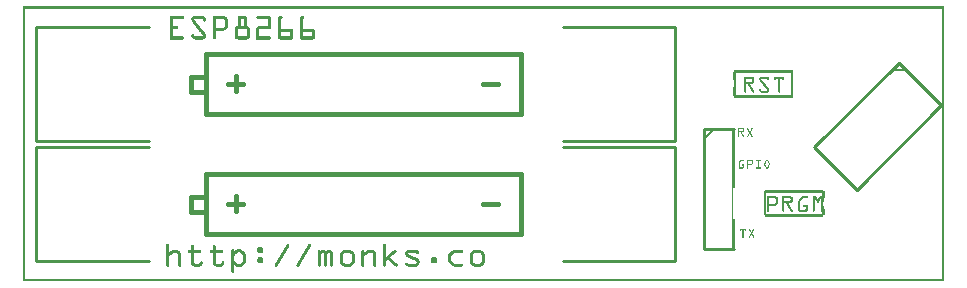
<source format=gto>
G04 MADE WITH FRITZING*
G04 WWW.FRITZING.ORG*
G04 DOUBLE SIDED*
G04 HOLES PLATED*
G04 CONTOUR ON CENTER OF CONTOUR VECTOR*
%ASAXBY*%
%FSLAX23Y23*%
%MOIN*%
%OFA0B0*%
%SFA1.0B1.0*%
%ADD10C,0.010000*%
%ADD11C,0.005000*%
%ADD12C,0.016000*%
%ADD13R,0.001000X0.001000*%
%LNSILK1*%
G90*
G70*
G54D10*
X2919Y729D02*
X2637Y447D01*
D02*
X2637Y447D02*
X2778Y305D01*
D02*
X2778Y305D02*
X3061Y588D01*
D02*
X3061Y588D02*
X2919Y729D01*
G54D11*
D02*
X2895Y705D02*
X2944Y705D01*
G54D10*
D02*
X2174Y849D02*
X1799Y849D01*
D02*
X1799Y469D02*
X2174Y469D01*
D02*
X2174Y469D02*
X2174Y849D01*
D02*
X419Y469D02*
X44Y469D01*
D02*
X44Y469D02*
X44Y849D01*
D02*
X44Y849D02*
X419Y849D01*
G54D12*
D02*
X1659Y759D02*
X609Y759D01*
D02*
X609Y759D02*
X609Y682D01*
D02*
X609Y682D02*
X609Y632D01*
D02*
X609Y632D02*
X609Y559D01*
D02*
X609Y559D02*
X1659Y559D01*
D02*
X1659Y559D02*
X1659Y759D01*
D02*
X609Y682D02*
X559Y682D01*
D02*
X559Y682D02*
X559Y632D01*
D02*
X559Y632D02*
X609Y632D01*
D02*
X1584Y659D02*
X1534Y659D01*
D02*
X734Y659D02*
X684Y659D01*
D02*
X709Y684D02*
X709Y634D01*
G54D10*
D02*
X2174Y449D02*
X1799Y449D01*
D02*
X1799Y69D02*
X2174Y69D01*
D02*
X2174Y69D02*
X2174Y449D01*
D02*
X419Y69D02*
X44Y69D01*
D02*
X44Y69D02*
X44Y449D01*
D02*
X44Y449D02*
X419Y449D01*
G54D12*
D02*
X1659Y359D02*
X609Y359D01*
D02*
X609Y359D02*
X609Y282D01*
D02*
X609Y282D02*
X609Y232D01*
D02*
X609Y232D02*
X609Y159D01*
D02*
X609Y159D02*
X1659Y159D01*
D02*
X1659Y159D02*
X1659Y359D01*
D02*
X609Y282D02*
X559Y282D01*
D02*
X559Y282D02*
X559Y232D01*
D02*
X559Y232D02*
X609Y232D01*
D02*
X1584Y259D02*
X1534Y259D01*
D02*
X734Y259D02*
X684Y259D01*
D02*
X709Y284D02*
X709Y234D01*
G54D10*
D02*
X2269Y509D02*
X2269Y109D01*
D02*
X2269Y109D02*
X2369Y109D01*
D02*
X2369Y509D02*
X2269Y509D01*
G54D11*
D02*
X2269Y474D02*
X2304Y509D01*
G54D13*
X0Y917D02*
X3070Y917D01*
X0Y916D02*
X3070Y916D01*
X0Y915D02*
X3070Y915D01*
X0Y914D02*
X3070Y914D01*
X0Y913D02*
X3070Y913D01*
X0Y912D02*
X3070Y912D01*
X0Y911D02*
X3070Y911D01*
X0Y910D02*
X3070Y910D01*
X0Y909D02*
X7Y909D01*
X3063Y909D02*
X3070Y909D01*
X0Y908D02*
X7Y908D01*
X3063Y908D02*
X3070Y908D01*
X0Y907D02*
X7Y907D01*
X3063Y907D02*
X3070Y907D01*
X0Y906D02*
X7Y906D01*
X3063Y906D02*
X3070Y906D01*
X0Y905D02*
X7Y905D01*
X3063Y905D02*
X3070Y905D01*
X0Y904D02*
X7Y904D01*
X3063Y904D02*
X3070Y904D01*
X0Y903D02*
X7Y903D01*
X3063Y903D02*
X3070Y903D01*
X0Y902D02*
X7Y902D01*
X3063Y902D02*
X3070Y902D01*
X0Y901D02*
X7Y901D01*
X3063Y901D02*
X3070Y901D01*
X0Y900D02*
X7Y900D01*
X3063Y900D02*
X3070Y900D01*
X0Y899D02*
X7Y899D01*
X3063Y899D02*
X3070Y899D01*
X0Y898D02*
X7Y898D01*
X3063Y898D02*
X3070Y898D01*
X0Y897D02*
X7Y897D01*
X3063Y897D02*
X3070Y897D01*
X0Y896D02*
X7Y896D01*
X3063Y896D02*
X3070Y896D01*
X0Y895D02*
X7Y895D01*
X3063Y895D02*
X3070Y895D01*
X0Y894D02*
X7Y894D01*
X3063Y894D02*
X3070Y894D01*
X0Y893D02*
X7Y893D01*
X3063Y893D02*
X3070Y893D01*
X0Y892D02*
X7Y892D01*
X3063Y892D02*
X3070Y892D01*
X0Y891D02*
X7Y891D01*
X3063Y891D02*
X3070Y891D01*
X0Y890D02*
X7Y890D01*
X3063Y890D02*
X3070Y890D01*
X0Y889D02*
X7Y889D01*
X3063Y889D02*
X3070Y889D01*
X0Y888D02*
X7Y888D01*
X3063Y888D02*
X3070Y888D01*
X0Y887D02*
X7Y887D01*
X3063Y887D02*
X3070Y887D01*
X0Y886D02*
X7Y886D01*
X3063Y886D02*
X3070Y886D01*
X0Y885D02*
X7Y885D01*
X3063Y885D02*
X3070Y885D01*
X0Y884D02*
X7Y884D01*
X489Y884D02*
X535Y884D01*
X568Y884D02*
X601Y884D01*
X633Y884D02*
X672Y884D01*
X718Y884D02*
X742Y884D01*
X780Y884D02*
X821Y884D01*
X852Y884D02*
X862Y884D01*
X925Y884D02*
X934Y884D01*
X3063Y884D02*
X3070Y884D01*
X0Y883D02*
X7Y883D01*
X489Y883D02*
X536Y883D01*
X566Y883D02*
X603Y883D01*
X633Y883D02*
X674Y883D01*
X717Y883D02*
X743Y883D01*
X779Y883D02*
X822Y883D01*
X851Y883D02*
X863Y883D01*
X924Y883D02*
X935Y883D01*
X3063Y883D02*
X3070Y883D01*
X0Y882D02*
X7Y882D01*
X489Y882D02*
X537Y882D01*
X565Y882D02*
X604Y882D01*
X633Y882D02*
X676Y882D01*
X716Y882D02*
X744Y882D01*
X778Y882D02*
X823Y882D01*
X851Y882D02*
X864Y882D01*
X923Y882D02*
X936Y882D01*
X3063Y882D02*
X3070Y882D01*
X0Y881D02*
X7Y881D01*
X489Y881D02*
X537Y881D01*
X564Y881D02*
X606Y881D01*
X633Y881D02*
X677Y881D01*
X716Y881D02*
X744Y881D01*
X778Y881D02*
X824Y881D01*
X850Y881D02*
X864Y881D01*
X923Y881D02*
X936Y881D01*
X3063Y881D02*
X3070Y881D01*
X0Y880D02*
X7Y880D01*
X489Y880D02*
X537Y880D01*
X563Y880D02*
X606Y880D01*
X633Y880D02*
X678Y880D01*
X716Y880D02*
X744Y880D01*
X778Y880D02*
X825Y880D01*
X850Y880D02*
X864Y880D01*
X922Y880D02*
X936Y880D01*
X3063Y880D02*
X3070Y880D01*
X0Y879D02*
X7Y879D01*
X489Y879D02*
X537Y879D01*
X562Y879D02*
X607Y879D01*
X633Y879D02*
X679Y879D01*
X716Y879D02*
X744Y879D01*
X778Y879D02*
X826Y879D01*
X850Y879D02*
X864Y879D01*
X922Y879D02*
X936Y879D01*
X3063Y879D02*
X3070Y879D01*
X0Y878D02*
X7Y878D01*
X489Y878D02*
X537Y878D01*
X562Y878D02*
X608Y878D01*
X633Y878D02*
X680Y878D01*
X716Y878D02*
X744Y878D01*
X778Y878D02*
X826Y878D01*
X850Y878D02*
X864Y878D01*
X922Y878D02*
X936Y878D01*
X3063Y878D02*
X3070Y878D01*
X0Y877D02*
X7Y877D01*
X489Y877D02*
X536Y877D01*
X561Y877D02*
X608Y877D01*
X633Y877D02*
X680Y877D01*
X716Y877D02*
X744Y877D01*
X779Y877D02*
X826Y877D01*
X850Y877D02*
X863Y877D01*
X922Y877D02*
X935Y877D01*
X3063Y877D02*
X3070Y877D01*
X0Y876D02*
X7Y876D01*
X489Y876D02*
X536Y876D01*
X561Y876D02*
X609Y876D01*
X633Y876D02*
X681Y876D01*
X716Y876D02*
X744Y876D01*
X780Y876D02*
X826Y876D01*
X850Y876D02*
X862Y876D01*
X922Y876D02*
X935Y876D01*
X3063Y876D02*
X3070Y876D01*
X0Y875D02*
X7Y875D01*
X489Y875D02*
X533Y875D01*
X561Y875D02*
X609Y875D01*
X633Y875D02*
X681Y875D01*
X716Y875D02*
X744Y875D01*
X782Y875D02*
X827Y875D01*
X850Y875D02*
X860Y875D01*
X922Y875D02*
X932Y875D01*
X3063Y875D02*
X3070Y875D01*
X0Y874D02*
X7Y874D01*
X489Y874D02*
X498Y874D01*
X561Y874D02*
X570Y874D01*
X599Y874D02*
X609Y874D01*
X633Y874D02*
X642Y874D01*
X670Y874D02*
X681Y874D01*
X716Y874D02*
X725Y874D01*
X735Y874D02*
X744Y874D01*
X818Y874D02*
X827Y874D01*
X850Y874D02*
X859Y874D01*
X922Y874D02*
X931Y874D01*
X3063Y874D02*
X3070Y874D01*
X0Y873D02*
X7Y873D01*
X489Y873D02*
X498Y873D01*
X561Y873D02*
X570Y873D01*
X600Y873D02*
X610Y873D01*
X633Y873D02*
X642Y873D01*
X672Y873D02*
X682Y873D01*
X716Y873D02*
X725Y873D01*
X735Y873D02*
X744Y873D01*
X818Y873D02*
X827Y873D01*
X850Y873D02*
X859Y873D01*
X922Y873D02*
X931Y873D01*
X3063Y873D02*
X3070Y873D01*
X0Y872D02*
X7Y872D01*
X489Y872D02*
X498Y872D01*
X561Y872D02*
X571Y872D01*
X601Y872D02*
X610Y872D01*
X633Y872D02*
X642Y872D01*
X672Y872D02*
X682Y872D01*
X716Y872D02*
X725Y872D01*
X735Y872D02*
X744Y872D01*
X818Y872D02*
X827Y872D01*
X850Y872D02*
X859Y872D01*
X922Y872D02*
X931Y872D01*
X3063Y872D02*
X3070Y872D01*
X0Y871D02*
X7Y871D01*
X489Y871D02*
X498Y871D01*
X561Y871D02*
X572Y871D01*
X601Y871D02*
X610Y871D01*
X633Y871D02*
X642Y871D01*
X673Y871D02*
X682Y871D01*
X716Y871D02*
X725Y871D01*
X735Y871D02*
X744Y871D01*
X818Y871D02*
X827Y871D01*
X850Y871D02*
X859Y871D01*
X922Y871D02*
X931Y871D01*
X3063Y871D02*
X3070Y871D01*
X0Y870D02*
X7Y870D01*
X489Y870D02*
X498Y870D01*
X562Y870D02*
X572Y870D01*
X601Y870D02*
X609Y870D01*
X633Y870D02*
X642Y870D01*
X673Y870D02*
X682Y870D01*
X716Y870D02*
X725Y870D01*
X735Y870D02*
X744Y870D01*
X818Y870D02*
X827Y870D01*
X850Y870D02*
X859Y870D01*
X922Y870D02*
X931Y870D01*
X3063Y870D02*
X3070Y870D01*
X0Y869D02*
X7Y869D01*
X489Y869D02*
X498Y869D01*
X562Y869D02*
X573Y869D01*
X601Y869D02*
X609Y869D01*
X633Y869D02*
X642Y869D01*
X673Y869D02*
X682Y869D01*
X716Y869D02*
X725Y869D01*
X735Y869D02*
X744Y869D01*
X818Y869D02*
X827Y869D01*
X850Y869D02*
X859Y869D01*
X922Y869D02*
X931Y869D01*
X3063Y869D02*
X3070Y869D01*
X0Y868D02*
X7Y868D01*
X489Y868D02*
X498Y868D01*
X562Y868D02*
X574Y868D01*
X602Y868D02*
X608Y868D01*
X633Y868D02*
X642Y868D01*
X673Y868D02*
X682Y868D01*
X716Y868D02*
X725Y868D01*
X735Y868D02*
X744Y868D01*
X818Y868D02*
X827Y868D01*
X850Y868D02*
X859Y868D01*
X922Y868D02*
X931Y868D01*
X3063Y868D02*
X3070Y868D01*
X0Y867D02*
X7Y867D01*
X489Y867D02*
X498Y867D01*
X563Y867D02*
X575Y867D01*
X603Y867D02*
X607Y867D01*
X633Y867D02*
X642Y867D01*
X673Y867D02*
X682Y867D01*
X716Y867D02*
X725Y867D01*
X735Y867D02*
X744Y867D01*
X818Y867D02*
X827Y867D01*
X850Y867D02*
X859Y867D01*
X922Y867D02*
X931Y867D01*
X3063Y867D02*
X3070Y867D01*
X0Y866D02*
X7Y866D01*
X489Y866D02*
X498Y866D01*
X564Y866D02*
X576Y866D01*
X633Y866D02*
X642Y866D01*
X673Y866D02*
X682Y866D01*
X716Y866D02*
X725Y866D01*
X735Y866D02*
X744Y866D01*
X818Y866D02*
X827Y866D01*
X850Y866D02*
X859Y866D01*
X922Y866D02*
X931Y866D01*
X3063Y866D02*
X3070Y866D01*
X0Y865D02*
X7Y865D01*
X489Y865D02*
X498Y865D01*
X564Y865D02*
X576Y865D01*
X633Y865D02*
X642Y865D01*
X673Y865D02*
X682Y865D01*
X716Y865D02*
X725Y865D01*
X735Y865D02*
X744Y865D01*
X818Y865D02*
X827Y865D01*
X850Y865D02*
X859Y865D01*
X922Y865D02*
X931Y865D01*
X3063Y865D02*
X3070Y865D01*
X0Y864D02*
X7Y864D01*
X489Y864D02*
X498Y864D01*
X565Y864D02*
X577Y864D01*
X633Y864D02*
X642Y864D01*
X673Y864D02*
X682Y864D01*
X716Y864D02*
X725Y864D01*
X735Y864D02*
X744Y864D01*
X818Y864D02*
X827Y864D01*
X850Y864D02*
X859Y864D01*
X922Y864D02*
X931Y864D01*
X3063Y864D02*
X3070Y864D01*
X0Y863D02*
X7Y863D01*
X489Y863D02*
X498Y863D01*
X566Y863D02*
X578Y863D01*
X633Y863D02*
X642Y863D01*
X673Y863D02*
X682Y863D01*
X716Y863D02*
X725Y863D01*
X735Y863D02*
X744Y863D01*
X818Y863D02*
X827Y863D01*
X850Y863D02*
X859Y863D01*
X922Y863D02*
X931Y863D01*
X3063Y863D02*
X3070Y863D01*
X0Y862D02*
X7Y862D01*
X489Y862D02*
X498Y862D01*
X567Y862D02*
X579Y862D01*
X633Y862D02*
X642Y862D01*
X673Y862D02*
X682Y862D01*
X716Y862D02*
X725Y862D01*
X735Y862D02*
X744Y862D01*
X818Y862D02*
X827Y862D01*
X850Y862D02*
X859Y862D01*
X922Y862D02*
X931Y862D01*
X3063Y862D02*
X3070Y862D01*
X0Y861D02*
X7Y861D01*
X489Y861D02*
X498Y861D01*
X568Y861D02*
X579Y861D01*
X633Y861D02*
X642Y861D01*
X673Y861D02*
X682Y861D01*
X716Y861D02*
X725Y861D01*
X735Y861D02*
X744Y861D01*
X818Y861D02*
X827Y861D01*
X850Y861D02*
X859Y861D01*
X922Y861D02*
X931Y861D01*
X3063Y861D02*
X3070Y861D01*
X0Y860D02*
X7Y860D01*
X489Y860D02*
X498Y860D01*
X568Y860D02*
X580Y860D01*
X633Y860D02*
X642Y860D01*
X673Y860D02*
X682Y860D01*
X716Y860D02*
X725Y860D01*
X735Y860D02*
X744Y860D01*
X818Y860D02*
X827Y860D01*
X850Y860D02*
X859Y860D01*
X922Y860D02*
X931Y860D01*
X3063Y860D02*
X3070Y860D01*
X0Y859D02*
X7Y859D01*
X489Y859D02*
X498Y859D01*
X569Y859D02*
X581Y859D01*
X633Y859D02*
X642Y859D01*
X673Y859D02*
X682Y859D01*
X716Y859D02*
X725Y859D01*
X735Y859D02*
X744Y859D01*
X818Y859D02*
X827Y859D01*
X850Y859D02*
X859Y859D01*
X922Y859D02*
X931Y859D01*
X3063Y859D02*
X3070Y859D01*
X0Y858D02*
X7Y858D01*
X489Y858D02*
X498Y858D01*
X570Y858D02*
X582Y858D01*
X633Y858D02*
X642Y858D01*
X673Y858D02*
X682Y858D01*
X716Y858D02*
X725Y858D01*
X735Y858D02*
X744Y858D01*
X818Y858D02*
X827Y858D01*
X850Y858D02*
X859Y858D01*
X922Y858D02*
X931Y858D01*
X3063Y858D02*
X3070Y858D01*
X0Y857D02*
X7Y857D01*
X489Y857D02*
X498Y857D01*
X571Y857D02*
X583Y857D01*
X633Y857D02*
X642Y857D01*
X673Y857D02*
X682Y857D01*
X716Y857D02*
X725Y857D01*
X735Y857D02*
X744Y857D01*
X818Y857D02*
X827Y857D01*
X850Y857D02*
X859Y857D01*
X922Y857D02*
X931Y857D01*
X3063Y857D02*
X3070Y857D01*
X0Y856D02*
X7Y856D01*
X489Y856D02*
X498Y856D01*
X571Y856D02*
X583Y856D01*
X633Y856D02*
X642Y856D01*
X673Y856D02*
X682Y856D01*
X716Y856D02*
X725Y856D01*
X735Y856D02*
X744Y856D01*
X818Y856D02*
X827Y856D01*
X850Y856D02*
X859Y856D01*
X922Y856D02*
X931Y856D01*
X3063Y856D02*
X3070Y856D01*
X0Y855D02*
X7Y855D01*
X489Y855D02*
X498Y855D01*
X572Y855D02*
X584Y855D01*
X633Y855D02*
X642Y855D01*
X673Y855D02*
X682Y855D01*
X716Y855D02*
X725Y855D01*
X735Y855D02*
X744Y855D01*
X818Y855D02*
X827Y855D01*
X850Y855D02*
X859Y855D01*
X922Y855D02*
X931Y855D01*
X3063Y855D02*
X3070Y855D01*
X0Y854D02*
X7Y854D01*
X489Y854D02*
X498Y854D01*
X573Y854D02*
X585Y854D01*
X633Y854D02*
X642Y854D01*
X673Y854D02*
X682Y854D01*
X716Y854D02*
X725Y854D01*
X735Y854D02*
X744Y854D01*
X818Y854D02*
X827Y854D01*
X850Y854D02*
X859Y854D01*
X922Y854D02*
X931Y854D01*
X3063Y854D02*
X3070Y854D01*
X0Y853D02*
X7Y853D01*
X489Y853D02*
X498Y853D01*
X574Y853D02*
X586Y853D01*
X633Y853D02*
X642Y853D01*
X673Y853D02*
X682Y853D01*
X716Y853D02*
X725Y853D01*
X735Y853D02*
X744Y853D01*
X818Y853D02*
X827Y853D01*
X850Y853D02*
X859Y853D01*
X922Y853D02*
X931Y853D01*
X3063Y853D02*
X3070Y853D01*
X0Y852D02*
X7Y852D01*
X489Y852D02*
X498Y852D01*
X575Y852D02*
X587Y852D01*
X633Y852D02*
X642Y852D01*
X673Y852D02*
X682Y852D01*
X716Y852D02*
X725Y852D01*
X735Y852D02*
X744Y852D01*
X818Y852D02*
X827Y852D01*
X850Y852D02*
X859Y852D01*
X922Y852D02*
X931Y852D01*
X3063Y852D02*
X3070Y852D01*
X0Y851D02*
X7Y851D01*
X489Y851D02*
X513Y851D01*
X575Y851D02*
X587Y851D01*
X633Y851D02*
X642Y851D01*
X673Y851D02*
X682Y851D01*
X715Y851D02*
X745Y851D01*
X817Y851D02*
X827Y851D01*
X850Y851D02*
X859Y851D01*
X922Y851D02*
X931Y851D01*
X3063Y851D02*
X3070Y851D01*
X0Y850D02*
X7Y850D01*
X489Y850D02*
X515Y850D01*
X576Y850D02*
X588Y850D01*
X633Y850D02*
X642Y850D01*
X673Y850D02*
X682Y850D01*
X711Y850D02*
X748Y850D01*
X784Y850D02*
X827Y850D01*
X850Y850D02*
X859Y850D01*
X922Y850D02*
X931Y850D01*
X3063Y850D02*
X3070Y850D01*
X0Y849D02*
X7Y849D01*
X489Y849D02*
X516Y849D01*
X577Y849D02*
X589Y849D01*
X633Y849D02*
X642Y849D01*
X672Y849D02*
X682Y849D01*
X710Y849D02*
X750Y849D01*
X782Y849D02*
X826Y849D01*
X850Y849D02*
X859Y849D01*
X922Y849D02*
X931Y849D01*
X3063Y849D02*
X3070Y849D01*
X0Y848D02*
X7Y848D01*
X489Y848D02*
X517Y848D01*
X578Y848D02*
X590Y848D01*
X633Y848D02*
X642Y848D01*
X671Y848D02*
X682Y848D01*
X709Y848D02*
X751Y848D01*
X781Y848D02*
X826Y848D01*
X850Y848D02*
X859Y848D01*
X922Y848D02*
X931Y848D01*
X3063Y848D02*
X3070Y848D01*
X0Y847D02*
X7Y847D01*
X489Y847D02*
X517Y847D01*
X578Y847D02*
X590Y847D01*
X633Y847D02*
X642Y847D01*
X669Y847D02*
X681Y847D01*
X708Y847D02*
X752Y847D01*
X780Y847D02*
X826Y847D01*
X850Y847D02*
X859Y847D01*
X922Y847D02*
X931Y847D01*
X3063Y847D02*
X3070Y847D01*
X0Y846D02*
X7Y846D01*
X489Y846D02*
X518Y846D01*
X579Y846D02*
X591Y846D01*
X633Y846D02*
X681Y846D01*
X707Y846D02*
X753Y846D01*
X779Y846D02*
X825Y846D01*
X850Y846D02*
X859Y846D01*
X922Y846D02*
X931Y846D01*
X3063Y846D02*
X3070Y846D01*
X0Y845D02*
X7Y845D01*
X489Y845D02*
X517Y845D01*
X580Y845D02*
X592Y845D01*
X633Y845D02*
X680Y845D01*
X706Y845D02*
X753Y845D01*
X779Y845D02*
X825Y845D01*
X850Y845D02*
X859Y845D01*
X922Y845D02*
X931Y845D01*
X3063Y845D02*
X3070Y845D01*
X0Y844D02*
X7Y844D01*
X489Y844D02*
X517Y844D01*
X581Y844D02*
X593Y844D01*
X633Y844D02*
X680Y844D01*
X706Y844D02*
X754Y844D01*
X778Y844D02*
X824Y844D01*
X850Y844D02*
X859Y844D01*
X922Y844D02*
X931Y844D01*
X3063Y844D02*
X3070Y844D01*
X0Y843D02*
X7Y843D01*
X489Y843D02*
X517Y843D01*
X582Y843D02*
X594Y843D01*
X633Y843D02*
X679Y843D01*
X706Y843D02*
X754Y843D01*
X778Y843D02*
X823Y843D01*
X850Y843D02*
X859Y843D01*
X922Y843D02*
X931Y843D01*
X3063Y843D02*
X3070Y843D01*
X0Y842D02*
X7Y842D01*
X489Y842D02*
X516Y842D01*
X582Y842D02*
X594Y842D01*
X633Y842D02*
X678Y842D01*
X706Y842D02*
X754Y842D01*
X778Y842D02*
X821Y842D01*
X850Y842D02*
X896Y842D01*
X922Y842D02*
X968Y842D01*
X3063Y842D02*
X3070Y842D01*
X0Y841D02*
X7Y841D01*
X489Y841D02*
X513Y841D01*
X583Y841D02*
X595Y841D01*
X633Y841D02*
X677Y841D01*
X706Y841D02*
X754Y841D01*
X778Y841D02*
X817Y841D01*
X850Y841D02*
X897Y841D01*
X922Y841D02*
X970Y841D01*
X3063Y841D02*
X3070Y841D01*
X0Y840D02*
X7Y840D01*
X489Y840D02*
X498Y840D01*
X584Y840D02*
X596Y840D01*
X633Y840D02*
X676Y840D01*
X706Y840D02*
X715Y840D01*
X745Y840D02*
X754Y840D01*
X778Y840D02*
X787Y840D01*
X850Y840D02*
X898Y840D01*
X922Y840D02*
X970Y840D01*
X3063Y840D02*
X3070Y840D01*
X0Y839D02*
X7Y839D01*
X489Y839D02*
X498Y839D01*
X585Y839D02*
X597Y839D01*
X633Y839D02*
X675Y839D01*
X706Y839D02*
X715Y839D01*
X745Y839D02*
X754Y839D01*
X778Y839D02*
X787Y839D01*
X850Y839D02*
X899Y839D01*
X922Y839D02*
X971Y839D01*
X3063Y839D02*
X3070Y839D01*
X0Y838D02*
X7Y838D01*
X489Y838D02*
X498Y838D01*
X585Y838D02*
X597Y838D01*
X633Y838D02*
X673Y838D01*
X706Y838D02*
X715Y838D01*
X745Y838D02*
X754Y838D01*
X778Y838D02*
X787Y838D01*
X850Y838D02*
X899Y838D01*
X922Y838D02*
X971Y838D01*
X3063Y838D02*
X3070Y838D01*
X0Y837D02*
X7Y837D01*
X489Y837D02*
X498Y837D01*
X586Y837D02*
X598Y837D01*
X633Y837D02*
X670Y837D01*
X706Y837D02*
X715Y837D01*
X745Y837D02*
X754Y837D01*
X778Y837D02*
X787Y837D01*
X850Y837D02*
X899Y837D01*
X922Y837D02*
X971Y837D01*
X3063Y837D02*
X3070Y837D01*
X0Y836D02*
X7Y836D01*
X489Y836D02*
X498Y836D01*
X587Y836D02*
X599Y836D01*
X633Y836D02*
X642Y836D01*
X706Y836D02*
X715Y836D01*
X745Y836D02*
X754Y836D01*
X778Y836D02*
X787Y836D01*
X850Y836D02*
X899Y836D01*
X922Y836D02*
X971Y836D01*
X3063Y836D02*
X3070Y836D01*
X0Y835D02*
X7Y835D01*
X489Y835D02*
X498Y835D01*
X588Y835D02*
X600Y835D01*
X633Y835D02*
X642Y835D01*
X706Y835D02*
X715Y835D01*
X745Y835D02*
X754Y835D01*
X778Y835D02*
X787Y835D01*
X850Y835D02*
X899Y835D01*
X922Y835D02*
X971Y835D01*
X3063Y835D02*
X3070Y835D01*
X0Y834D02*
X7Y834D01*
X489Y834D02*
X498Y834D01*
X588Y834D02*
X601Y834D01*
X633Y834D02*
X642Y834D01*
X706Y834D02*
X715Y834D01*
X745Y834D02*
X754Y834D01*
X778Y834D02*
X787Y834D01*
X850Y834D02*
X899Y834D01*
X922Y834D02*
X971Y834D01*
X3063Y834D02*
X3070Y834D01*
X0Y833D02*
X7Y833D01*
X489Y833D02*
X498Y833D01*
X589Y833D02*
X601Y833D01*
X633Y833D02*
X642Y833D01*
X706Y833D02*
X715Y833D01*
X745Y833D02*
X754Y833D01*
X778Y833D02*
X787Y833D01*
X850Y833D02*
X899Y833D01*
X922Y833D02*
X971Y833D01*
X3063Y833D02*
X3070Y833D01*
X0Y832D02*
X7Y832D01*
X489Y832D02*
X498Y832D01*
X590Y832D02*
X602Y832D01*
X633Y832D02*
X642Y832D01*
X706Y832D02*
X715Y832D01*
X745Y832D02*
X754Y832D01*
X778Y832D02*
X787Y832D01*
X850Y832D02*
X859Y832D01*
X890Y832D02*
X899Y832D01*
X922Y832D02*
X931Y832D01*
X962Y832D02*
X971Y832D01*
X3063Y832D02*
X3070Y832D01*
X0Y831D02*
X7Y831D01*
X489Y831D02*
X498Y831D01*
X591Y831D02*
X603Y831D01*
X633Y831D02*
X642Y831D01*
X706Y831D02*
X715Y831D01*
X745Y831D02*
X754Y831D01*
X778Y831D02*
X787Y831D01*
X850Y831D02*
X859Y831D01*
X890Y831D02*
X899Y831D01*
X922Y831D02*
X931Y831D01*
X962Y831D02*
X971Y831D01*
X3063Y831D02*
X3070Y831D01*
X0Y830D02*
X7Y830D01*
X489Y830D02*
X498Y830D01*
X592Y830D02*
X604Y830D01*
X633Y830D02*
X642Y830D01*
X706Y830D02*
X715Y830D01*
X745Y830D02*
X754Y830D01*
X778Y830D02*
X787Y830D01*
X850Y830D02*
X859Y830D01*
X890Y830D02*
X899Y830D01*
X922Y830D02*
X931Y830D01*
X962Y830D02*
X971Y830D01*
X3063Y830D02*
X3070Y830D01*
X0Y829D02*
X7Y829D01*
X489Y829D02*
X498Y829D01*
X592Y829D02*
X604Y829D01*
X633Y829D02*
X642Y829D01*
X706Y829D02*
X715Y829D01*
X745Y829D02*
X754Y829D01*
X778Y829D02*
X787Y829D01*
X850Y829D02*
X859Y829D01*
X890Y829D02*
X899Y829D01*
X922Y829D02*
X931Y829D01*
X962Y829D02*
X971Y829D01*
X3063Y829D02*
X3070Y829D01*
X0Y828D02*
X7Y828D01*
X489Y828D02*
X498Y828D01*
X593Y828D02*
X605Y828D01*
X633Y828D02*
X642Y828D01*
X706Y828D02*
X715Y828D01*
X745Y828D02*
X754Y828D01*
X778Y828D02*
X787Y828D01*
X850Y828D02*
X859Y828D01*
X890Y828D02*
X899Y828D01*
X922Y828D02*
X931Y828D01*
X962Y828D02*
X971Y828D01*
X3063Y828D02*
X3070Y828D01*
X0Y827D02*
X7Y827D01*
X489Y827D02*
X498Y827D01*
X594Y827D02*
X606Y827D01*
X633Y827D02*
X642Y827D01*
X706Y827D02*
X715Y827D01*
X745Y827D02*
X754Y827D01*
X778Y827D02*
X787Y827D01*
X850Y827D02*
X859Y827D01*
X890Y827D02*
X899Y827D01*
X922Y827D02*
X931Y827D01*
X962Y827D02*
X971Y827D01*
X3063Y827D02*
X3070Y827D01*
X0Y826D02*
X7Y826D01*
X489Y826D02*
X498Y826D01*
X595Y826D02*
X607Y826D01*
X633Y826D02*
X642Y826D01*
X706Y826D02*
X715Y826D01*
X745Y826D02*
X754Y826D01*
X778Y826D02*
X787Y826D01*
X850Y826D02*
X859Y826D01*
X890Y826D02*
X899Y826D01*
X922Y826D02*
X931Y826D01*
X962Y826D02*
X971Y826D01*
X3063Y826D02*
X3070Y826D01*
X0Y825D02*
X7Y825D01*
X489Y825D02*
X498Y825D01*
X564Y825D02*
X567Y825D01*
X595Y825D02*
X608Y825D01*
X633Y825D02*
X642Y825D01*
X706Y825D02*
X715Y825D01*
X745Y825D02*
X754Y825D01*
X778Y825D02*
X787Y825D01*
X850Y825D02*
X859Y825D01*
X890Y825D02*
X899Y825D01*
X922Y825D02*
X931Y825D01*
X962Y825D02*
X971Y825D01*
X3063Y825D02*
X3070Y825D01*
X0Y824D02*
X7Y824D01*
X489Y824D02*
X498Y824D01*
X562Y824D02*
X569Y824D01*
X596Y824D02*
X608Y824D01*
X633Y824D02*
X642Y824D01*
X706Y824D02*
X715Y824D01*
X745Y824D02*
X754Y824D01*
X778Y824D02*
X787Y824D01*
X850Y824D02*
X859Y824D01*
X890Y824D02*
X899Y824D01*
X922Y824D02*
X931Y824D01*
X962Y824D02*
X971Y824D01*
X3063Y824D02*
X3070Y824D01*
X0Y823D02*
X7Y823D01*
X489Y823D02*
X498Y823D01*
X562Y823D02*
X569Y823D01*
X597Y823D02*
X609Y823D01*
X633Y823D02*
X642Y823D01*
X706Y823D02*
X715Y823D01*
X745Y823D02*
X754Y823D01*
X778Y823D02*
X787Y823D01*
X850Y823D02*
X859Y823D01*
X890Y823D02*
X899Y823D01*
X922Y823D02*
X931Y823D01*
X962Y823D02*
X971Y823D01*
X3063Y823D02*
X3070Y823D01*
X0Y822D02*
X7Y822D01*
X489Y822D02*
X498Y822D01*
X561Y822D02*
X570Y822D01*
X598Y822D02*
X609Y822D01*
X633Y822D02*
X642Y822D01*
X706Y822D02*
X715Y822D01*
X745Y822D02*
X754Y822D01*
X778Y822D02*
X787Y822D01*
X850Y822D02*
X859Y822D01*
X890Y822D02*
X899Y822D01*
X922Y822D02*
X931Y822D01*
X962Y822D02*
X971Y822D01*
X3063Y822D02*
X3070Y822D01*
X0Y821D02*
X7Y821D01*
X489Y821D02*
X498Y821D01*
X561Y821D02*
X570Y821D01*
X599Y821D02*
X609Y821D01*
X633Y821D02*
X642Y821D01*
X706Y821D02*
X715Y821D01*
X745Y821D02*
X754Y821D01*
X778Y821D02*
X787Y821D01*
X850Y821D02*
X859Y821D01*
X890Y821D02*
X899Y821D01*
X922Y821D02*
X931Y821D01*
X962Y821D02*
X971Y821D01*
X3063Y821D02*
X3070Y821D01*
X0Y820D02*
X7Y820D01*
X489Y820D02*
X498Y820D01*
X561Y820D02*
X570Y820D01*
X599Y820D02*
X610Y820D01*
X633Y820D02*
X642Y820D01*
X706Y820D02*
X715Y820D01*
X745Y820D02*
X754Y820D01*
X778Y820D02*
X787Y820D01*
X850Y820D02*
X859Y820D01*
X890Y820D02*
X899Y820D01*
X922Y820D02*
X931Y820D01*
X962Y820D02*
X971Y820D01*
X3063Y820D02*
X3070Y820D01*
X0Y819D02*
X7Y819D01*
X489Y819D02*
X498Y819D01*
X561Y819D02*
X570Y819D01*
X600Y819D02*
X610Y819D01*
X633Y819D02*
X642Y819D01*
X706Y819D02*
X715Y819D01*
X745Y819D02*
X754Y819D01*
X778Y819D02*
X787Y819D01*
X850Y819D02*
X859Y819D01*
X890Y819D02*
X899Y819D01*
X922Y819D02*
X931Y819D01*
X962Y819D02*
X971Y819D01*
X3063Y819D02*
X3070Y819D01*
X0Y818D02*
X7Y818D01*
X489Y818D02*
X498Y818D01*
X561Y818D02*
X571Y818D01*
X601Y818D02*
X610Y818D01*
X633Y818D02*
X642Y818D01*
X706Y818D02*
X715Y818D01*
X745Y818D02*
X754Y818D01*
X778Y818D02*
X787Y818D01*
X850Y818D02*
X859Y818D01*
X890Y818D02*
X899Y818D01*
X922Y818D02*
X931Y818D01*
X962Y818D02*
X971Y818D01*
X3063Y818D02*
X3070Y818D01*
X0Y817D02*
X7Y817D01*
X489Y817D02*
X533Y817D01*
X561Y817D02*
X610Y817D01*
X633Y817D02*
X642Y817D01*
X706Y817D02*
X754Y817D01*
X778Y817D02*
X822Y817D01*
X850Y817D02*
X899Y817D01*
X922Y817D02*
X971Y817D01*
X3063Y817D02*
X3070Y817D01*
X0Y816D02*
X7Y816D01*
X489Y816D02*
X535Y816D01*
X562Y816D02*
X609Y816D01*
X633Y816D02*
X642Y816D01*
X706Y816D02*
X754Y816D01*
X778Y816D02*
X824Y816D01*
X850Y816D02*
X899Y816D01*
X922Y816D02*
X971Y816D01*
X3063Y816D02*
X3070Y816D01*
X0Y815D02*
X7Y815D01*
X489Y815D02*
X536Y815D01*
X562Y815D02*
X609Y815D01*
X633Y815D02*
X642Y815D01*
X706Y815D02*
X754Y815D01*
X778Y815D02*
X825Y815D01*
X850Y815D02*
X899Y815D01*
X922Y815D02*
X971Y815D01*
X3063Y815D02*
X3070Y815D01*
X0Y814D02*
X7Y814D01*
X489Y814D02*
X537Y814D01*
X563Y814D02*
X609Y814D01*
X633Y814D02*
X642Y814D01*
X706Y814D02*
X754Y814D01*
X778Y814D02*
X826Y814D01*
X850Y814D02*
X899Y814D01*
X922Y814D02*
X971Y814D01*
X3063Y814D02*
X3070Y814D01*
X0Y813D02*
X7Y813D01*
X489Y813D02*
X537Y813D01*
X563Y813D02*
X608Y813D01*
X633Y813D02*
X642Y813D01*
X706Y813D02*
X753Y813D01*
X778Y813D02*
X826Y813D01*
X850Y813D02*
X899Y813D01*
X922Y813D02*
X971Y813D01*
X3063Y813D02*
X3070Y813D01*
X0Y812D02*
X7Y812D01*
X489Y812D02*
X537Y812D01*
X564Y812D02*
X608Y812D01*
X633Y812D02*
X642Y812D01*
X707Y812D02*
X753Y812D01*
X778Y812D02*
X827Y812D01*
X850Y812D02*
X899Y812D01*
X922Y812D02*
X971Y812D01*
X3063Y812D02*
X3070Y812D01*
X0Y811D02*
X7Y811D01*
X489Y811D02*
X537Y811D01*
X565Y811D02*
X607Y811D01*
X633Y811D02*
X642Y811D01*
X708Y811D02*
X752Y811D01*
X778Y811D02*
X826Y811D01*
X850Y811D02*
X899Y811D01*
X923Y811D02*
X971Y811D01*
X3063Y811D02*
X3070Y811D01*
X0Y810D02*
X7Y810D01*
X489Y810D02*
X537Y810D01*
X566Y810D02*
X606Y810D01*
X634Y810D02*
X642Y810D01*
X708Y810D02*
X751Y810D01*
X778Y810D02*
X826Y810D01*
X851Y810D02*
X898Y810D01*
X923Y810D02*
X971Y810D01*
X3063Y810D02*
X3070Y810D01*
X0Y809D02*
X7Y809D01*
X489Y809D02*
X536Y809D01*
X567Y809D02*
X605Y809D01*
X634Y809D02*
X641Y809D01*
X710Y809D02*
X750Y809D01*
X778Y809D02*
X825Y809D01*
X851Y809D02*
X898Y809D01*
X923Y809D02*
X970Y809D01*
X3063Y809D02*
X3070Y809D01*
X0Y808D02*
X7Y808D01*
X489Y808D02*
X535Y808D01*
X569Y808D02*
X603Y808D01*
X635Y808D02*
X640Y808D01*
X711Y808D02*
X749Y808D01*
X778Y808D02*
X824Y808D01*
X852Y808D02*
X897Y808D01*
X924Y808D02*
X969Y808D01*
X3063Y808D02*
X3070Y808D01*
X0Y807D02*
X7Y807D01*
X489Y807D02*
X533Y807D01*
X574Y807D02*
X599Y807D01*
X715Y807D02*
X745Y807D01*
X778Y807D02*
X822Y807D01*
X855Y807D02*
X894Y807D01*
X927Y807D02*
X966Y807D01*
X3063Y807D02*
X3070Y807D01*
X0Y806D02*
X7Y806D01*
X3063Y806D02*
X3070Y806D01*
X0Y805D02*
X7Y805D01*
X3063Y805D02*
X3070Y805D01*
X0Y804D02*
X7Y804D01*
X3063Y804D02*
X3070Y804D01*
X0Y803D02*
X7Y803D01*
X3063Y803D02*
X3070Y803D01*
X0Y802D02*
X7Y802D01*
X3063Y802D02*
X3070Y802D01*
X0Y801D02*
X7Y801D01*
X3063Y801D02*
X3070Y801D01*
X0Y800D02*
X7Y800D01*
X3063Y800D02*
X3070Y800D01*
X0Y799D02*
X7Y799D01*
X3063Y799D02*
X3070Y799D01*
X0Y798D02*
X7Y798D01*
X3063Y798D02*
X3070Y798D01*
X0Y797D02*
X7Y797D01*
X3063Y797D02*
X3070Y797D01*
X0Y796D02*
X7Y796D01*
X3063Y796D02*
X3070Y796D01*
X0Y795D02*
X7Y795D01*
X3063Y795D02*
X3070Y795D01*
X0Y794D02*
X7Y794D01*
X3063Y794D02*
X3070Y794D01*
X0Y793D02*
X7Y793D01*
X3063Y793D02*
X3070Y793D01*
X0Y792D02*
X7Y792D01*
X3063Y792D02*
X3070Y792D01*
X0Y791D02*
X7Y791D01*
X3063Y791D02*
X3070Y791D01*
X0Y790D02*
X7Y790D01*
X3063Y790D02*
X3070Y790D01*
X0Y789D02*
X7Y789D01*
X3063Y789D02*
X3070Y789D01*
X0Y788D02*
X7Y788D01*
X3063Y788D02*
X3070Y788D01*
X0Y787D02*
X7Y787D01*
X3063Y787D02*
X3070Y787D01*
X0Y786D02*
X7Y786D01*
X3063Y786D02*
X3070Y786D01*
X0Y785D02*
X7Y785D01*
X3063Y785D02*
X3070Y785D01*
X0Y784D02*
X7Y784D01*
X3063Y784D02*
X3070Y784D01*
X0Y783D02*
X7Y783D01*
X3063Y783D02*
X3070Y783D01*
X0Y782D02*
X7Y782D01*
X3063Y782D02*
X3070Y782D01*
X0Y781D02*
X7Y781D01*
X3063Y781D02*
X3070Y781D01*
X0Y780D02*
X7Y780D01*
X3063Y780D02*
X3070Y780D01*
X0Y779D02*
X7Y779D01*
X3063Y779D02*
X3070Y779D01*
X0Y778D02*
X7Y778D01*
X3063Y778D02*
X3070Y778D01*
X0Y777D02*
X7Y777D01*
X3063Y777D02*
X3070Y777D01*
X0Y776D02*
X7Y776D01*
X3063Y776D02*
X3070Y776D01*
X0Y775D02*
X7Y775D01*
X3063Y775D02*
X3070Y775D01*
X0Y774D02*
X7Y774D01*
X3063Y774D02*
X3070Y774D01*
X0Y773D02*
X7Y773D01*
X3063Y773D02*
X3070Y773D01*
X0Y772D02*
X7Y772D01*
X3063Y772D02*
X3070Y772D01*
X0Y771D02*
X7Y771D01*
X3063Y771D02*
X3070Y771D01*
X0Y770D02*
X7Y770D01*
X3063Y770D02*
X3070Y770D01*
X0Y769D02*
X7Y769D01*
X3063Y769D02*
X3070Y769D01*
X0Y768D02*
X7Y768D01*
X3063Y768D02*
X3070Y768D01*
X0Y767D02*
X7Y767D01*
X3063Y767D02*
X3070Y767D01*
X0Y766D02*
X7Y766D01*
X3063Y766D02*
X3070Y766D01*
X0Y765D02*
X7Y765D01*
X3063Y765D02*
X3070Y765D01*
X0Y764D02*
X7Y764D01*
X3063Y764D02*
X3070Y764D01*
X0Y763D02*
X7Y763D01*
X3063Y763D02*
X3070Y763D01*
X0Y762D02*
X7Y762D01*
X3063Y762D02*
X3070Y762D01*
X0Y761D02*
X7Y761D01*
X3063Y761D02*
X3070Y761D01*
X0Y760D02*
X7Y760D01*
X3063Y760D02*
X3070Y760D01*
X0Y759D02*
X7Y759D01*
X3063Y759D02*
X3070Y759D01*
X0Y758D02*
X7Y758D01*
X3063Y758D02*
X3070Y758D01*
X0Y757D02*
X7Y757D01*
X3063Y757D02*
X3070Y757D01*
X0Y756D02*
X7Y756D01*
X3063Y756D02*
X3070Y756D01*
X0Y755D02*
X7Y755D01*
X3063Y755D02*
X3070Y755D01*
X0Y754D02*
X7Y754D01*
X3063Y754D02*
X3070Y754D01*
X0Y753D02*
X7Y753D01*
X3063Y753D02*
X3070Y753D01*
X0Y752D02*
X7Y752D01*
X3063Y752D02*
X3070Y752D01*
X0Y751D02*
X7Y751D01*
X3063Y751D02*
X3070Y751D01*
X0Y750D02*
X7Y750D01*
X3063Y750D02*
X3070Y750D01*
X0Y749D02*
X7Y749D01*
X3063Y749D02*
X3070Y749D01*
X0Y748D02*
X7Y748D01*
X3063Y748D02*
X3070Y748D01*
X0Y747D02*
X7Y747D01*
X3063Y747D02*
X3070Y747D01*
X0Y746D02*
X7Y746D01*
X3063Y746D02*
X3070Y746D01*
X0Y745D02*
X7Y745D01*
X3063Y745D02*
X3070Y745D01*
X0Y744D02*
X7Y744D01*
X3063Y744D02*
X3070Y744D01*
X0Y743D02*
X7Y743D01*
X3063Y743D02*
X3070Y743D01*
X0Y742D02*
X7Y742D01*
X3063Y742D02*
X3070Y742D01*
X0Y741D02*
X7Y741D01*
X3063Y741D02*
X3070Y741D01*
X0Y740D02*
X7Y740D01*
X3063Y740D02*
X3070Y740D01*
X0Y739D02*
X7Y739D01*
X3063Y739D02*
X3070Y739D01*
X0Y738D02*
X7Y738D01*
X3063Y738D02*
X3070Y738D01*
X0Y737D02*
X7Y737D01*
X3063Y737D02*
X3070Y737D01*
X0Y736D02*
X7Y736D01*
X3063Y736D02*
X3070Y736D01*
X0Y735D02*
X7Y735D01*
X3063Y735D02*
X3070Y735D01*
X0Y734D02*
X7Y734D01*
X3063Y734D02*
X3070Y734D01*
X0Y733D02*
X7Y733D01*
X3063Y733D02*
X3070Y733D01*
X0Y732D02*
X7Y732D01*
X3063Y732D02*
X3070Y732D01*
X0Y731D02*
X7Y731D01*
X3063Y731D02*
X3070Y731D01*
X0Y730D02*
X7Y730D01*
X3063Y730D02*
X3070Y730D01*
X0Y729D02*
X7Y729D01*
X3063Y729D02*
X3070Y729D01*
X0Y728D02*
X7Y728D01*
X3063Y728D02*
X3070Y728D01*
X0Y727D02*
X7Y727D01*
X3063Y727D02*
X3070Y727D01*
X0Y726D02*
X7Y726D01*
X3063Y726D02*
X3070Y726D01*
X0Y725D02*
X7Y725D01*
X3063Y725D02*
X3070Y725D01*
X0Y724D02*
X7Y724D01*
X3063Y724D02*
X3070Y724D01*
X0Y723D02*
X7Y723D01*
X3063Y723D02*
X3070Y723D01*
X0Y722D02*
X7Y722D01*
X3063Y722D02*
X3070Y722D01*
X0Y721D02*
X7Y721D01*
X3063Y721D02*
X3070Y721D01*
X0Y720D02*
X7Y720D01*
X3063Y720D02*
X3070Y720D01*
X0Y719D02*
X7Y719D01*
X3063Y719D02*
X3070Y719D01*
X0Y718D02*
X7Y718D01*
X3063Y718D02*
X3070Y718D01*
X0Y717D02*
X7Y717D01*
X3063Y717D02*
X3070Y717D01*
X0Y716D02*
X7Y716D01*
X3063Y716D02*
X3070Y716D01*
X0Y715D02*
X7Y715D01*
X3063Y715D02*
X3070Y715D01*
X0Y714D02*
X7Y714D01*
X3063Y714D02*
X3070Y714D01*
X0Y713D02*
X7Y713D01*
X3063Y713D02*
X3070Y713D01*
X0Y712D02*
X7Y712D01*
X3063Y712D02*
X3070Y712D01*
X0Y711D02*
X7Y711D01*
X3063Y711D02*
X3070Y711D01*
X0Y710D02*
X7Y710D01*
X3063Y710D02*
X3070Y710D01*
X0Y709D02*
X7Y709D01*
X3063Y709D02*
X3070Y709D01*
X0Y708D02*
X7Y708D01*
X3063Y708D02*
X3070Y708D01*
X0Y707D02*
X7Y707D01*
X3063Y707D02*
X3070Y707D01*
X0Y706D02*
X7Y706D01*
X3063Y706D02*
X3070Y706D01*
X0Y705D02*
X7Y705D01*
X3063Y705D02*
X3070Y705D01*
X0Y704D02*
X7Y704D01*
X2370Y704D02*
X2564Y704D01*
X3063Y704D02*
X3070Y704D01*
X0Y703D02*
X7Y703D01*
X2370Y703D02*
X2564Y703D01*
X3063Y703D02*
X3070Y703D01*
X0Y702D02*
X7Y702D01*
X2370Y702D02*
X2564Y702D01*
X3063Y702D02*
X3070Y702D01*
X0Y701D02*
X7Y701D01*
X2370Y701D02*
X2564Y701D01*
X3063Y701D02*
X3070Y701D01*
X0Y700D02*
X7Y700D01*
X2370Y700D02*
X2564Y700D01*
X3063Y700D02*
X3070Y700D01*
X0Y699D02*
X7Y699D01*
X2365Y699D02*
X2567Y699D01*
X3063Y699D02*
X3070Y699D01*
X0Y698D02*
X7Y698D01*
X2365Y698D02*
X2567Y698D01*
X3063Y698D02*
X3070Y698D01*
X0Y697D02*
X7Y697D01*
X2365Y697D02*
X2567Y697D01*
X3063Y697D02*
X3070Y697D01*
X0Y696D02*
X7Y696D01*
X2365Y696D02*
X2567Y696D01*
X3063Y696D02*
X3070Y696D01*
X0Y695D02*
X7Y695D01*
X2365Y695D02*
X2567Y695D01*
X3063Y695D02*
X3070Y695D01*
X0Y694D02*
X7Y694D01*
X2365Y694D02*
X2374Y694D01*
X2560Y694D02*
X2567Y694D01*
X3063Y694D02*
X3070Y694D01*
X0Y693D02*
X7Y693D01*
X2365Y693D02*
X2374Y693D01*
X2560Y693D02*
X2567Y693D01*
X3063Y693D02*
X3070Y693D01*
X0Y692D02*
X7Y692D01*
X2365Y692D02*
X2374Y692D01*
X2560Y692D02*
X2567Y692D01*
X3063Y692D02*
X3070Y692D01*
X0Y691D02*
X7Y691D01*
X2365Y691D02*
X2374Y691D01*
X2560Y691D02*
X2567Y691D01*
X3063Y691D02*
X3070Y691D01*
X0Y690D02*
X7Y690D01*
X2365Y690D02*
X2374Y690D01*
X2560Y690D02*
X2567Y690D01*
X3063Y690D02*
X3070Y690D01*
X0Y689D02*
X7Y689D01*
X2365Y689D02*
X2374Y689D01*
X2560Y689D02*
X2567Y689D01*
X3063Y689D02*
X3070Y689D01*
X0Y688D02*
X7Y688D01*
X2365Y688D02*
X2374Y688D01*
X2560Y688D02*
X2567Y688D01*
X3063Y688D02*
X3070Y688D01*
X0Y687D02*
X7Y687D01*
X2365Y687D02*
X2374Y687D01*
X2560Y687D02*
X2567Y687D01*
X3063Y687D02*
X3070Y687D01*
X0Y686D02*
X7Y686D01*
X2365Y686D02*
X2374Y686D01*
X2560Y686D02*
X2567Y686D01*
X3063Y686D02*
X3070Y686D01*
X0Y685D02*
X7Y685D01*
X2365Y685D02*
X2374Y685D01*
X2560Y685D02*
X2567Y685D01*
X3063Y685D02*
X3070Y685D01*
X0Y684D02*
X7Y684D01*
X2365Y684D02*
X2374Y684D01*
X2560Y684D02*
X2567Y684D01*
X3063Y684D02*
X3070Y684D01*
X0Y683D02*
X7Y683D01*
X2365Y683D02*
X2374Y683D01*
X2403Y683D02*
X2429Y683D01*
X2459Y683D02*
X2480Y683D01*
X2504Y683D02*
X2537Y683D01*
X2560Y683D02*
X2567Y683D01*
X3063Y683D02*
X3070Y683D01*
X0Y682D02*
X7Y682D01*
X2365Y682D02*
X2374Y682D01*
X2403Y682D02*
X2431Y682D01*
X2457Y682D02*
X2482Y682D01*
X2504Y682D02*
X2537Y682D01*
X2560Y682D02*
X2567Y682D01*
X3063Y682D02*
X3070Y682D01*
X0Y681D02*
X7Y681D01*
X2365Y681D02*
X2374Y681D01*
X2403Y681D02*
X2433Y681D01*
X2456Y681D02*
X2484Y681D01*
X2504Y681D02*
X2537Y681D01*
X2560Y681D02*
X2567Y681D01*
X3063Y681D02*
X3070Y681D01*
X0Y680D02*
X7Y680D01*
X2365Y680D02*
X2374Y680D01*
X2403Y680D02*
X2434Y680D01*
X2455Y680D02*
X2485Y680D01*
X2504Y680D02*
X2537Y680D01*
X2560Y680D02*
X2567Y680D01*
X3063Y680D02*
X3070Y680D01*
X0Y679D02*
X7Y679D01*
X2366Y679D02*
X2374Y679D01*
X2403Y679D02*
X2435Y679D01*
X2454Y679D02*
X2485Y679D01*
X2504Y679D02*
X2537Y679D01*
X2560Y679D02*
X2567Y679D01*
X3063Y679D02*
X3070Y679D01*
X0Y678D02*
X7Y678D01*
X2366Y678D02*
X2374Y678D01*
X2403Y678D02*
X2435Y678D01*
X2454Y678D02*
X2486Y678D01*
X2504Y678D02*
X2537Y678D01*
X2560Y678D02*
X2567Y678D01*
X3063Y678D02*
X3070Y678D01*
X0Y677D02*
X7Y677D01*
X2366Y677D02*
X2374Y677D01*
X2403Y677D02*
X2436Y677D01*
X2454Y677D02*
X2487Y677D01*
X2504Y677D02*
X2537Y677D01*
X2560Y677D02*
X2567Y677D01*
X3063Y677D02*
X3070Y677D01*
X0Y676D02*
X7Y676D01*
X2367Y676D02*
X2374Y676D01*
X2403Y676D02*
X2409Y676D01*
X2428Y676D02*
X2436Y676D01*
X2454Y676D02*
X2460Y676D01*
X2480Y676D02*
X2487Y676D01*
X2504Y676D02*
X2510Y676D01*
X2517Y676D02*
X2524Y676D01*
X2531Y676D02*
X2537Y676D01*
X2560Y676D02*
X2567Y676D01*
X3063Y676D02*
X3070Y676D01*
X0Y675D02*
X7Y675D01*
X2367Y675D02*
X2374Y675D01*
X2403Y675D02*
X2409Y675D01*
X2430Y675D02*
X2437Y675D01*
X2454Y675D02*
X2460Y675D01*
X2481Y675D02*
X2487Y675D01*
X2504Y675D02*
X2510Y675D01*
X2517Y675D02*
X2523Y675D01*
X2531Y675D02*
X2537Y675D01*
X2560Y675D02*
X2567Y675D01*
X3063Y675D02*
X3070Y675D01*
X0Y674D02*
X7Y674D01*
X2368Y674D02*
X2374Y674D01*
X2403Y674D02*
X2409Y674D01*
X2431Y674D02*
X2437Y674D01*
X2454Y674D02*
X2460Y674D01*
X2481Y674D02*
X2487Y674D01*
X2504Y674D02*
X2510Y674D01*
X2517Y674D02*
X2523Y674D01*
X2531Y674D02*
X2537Y674D01*
X2560Y674D02*
X2567Y674D01*
X3063Y674D02*
X3070Y674D01*
X0Y673D02*
X7Y673D01*
X2368Y673D02*
X2374Y673D01*
X2403Y673D02*
X2409Y673D01*
X2431Y673D02*
X2437Y673D01*
X2454Y673D02*
X2461Y673D01*
X2481Y673D02*
X2487Y673D01*
X2504Y673D02*
X2510Y673D01*
X2517Y673D02*
X2523Y673D01*
X2531Y673D02*
X2537Y673D01*
X2560Y673D02*
X2567Y673D01*
X3063Y673D02*
X3070Y673D01*
X0Y672D02*
X7Y672D01*
X2368Y672D02*
X2374Y672D01*
X2403Y672D02*
X2409Y672D01*
X2431Y672D02*
X2437Y672D01*
X2454Y672D02*
X2462Y672D01*
X2482Y672D02*
X2486Y672D01*
X2504Y672D02*
X2509Y672D01*
X2517Y672D02*
X2523Y672D01*
X2532Y672D02*
X2537Y672D01*
X2560Y672D02*
X2567Y672D01*
X3063Y672D02*
X3070Y672D01*
X0Y671D02*
X7Y671D01*
X2368Y671D02*
X2374Y671D01*
X2403Y671D02*
X2409Y671D01*
X2431Y671D02*
X2437Y671D01*
X2455Y671D02*
X2463Y671D01*
X2483Y671D02*
X2485Y671D01*
X2505Y671D02*
X2508Y671D01*
X2517Y671D02*
X2523Y671D01*
X2533Y671D02*
X2536Y671D01*
X2560Y671D02*
X2567Y671D01*
X3063Y671D02*
X3070Y671D01*
X0Y670D02*
X7Y670D01*
X2369Y670D02*
X2374Y670D01*
X2403Y670D02*
X2409Y670D01*
X2431Y670D02*
X2437Y670D01*
X2455Y670D02*
X2463Y670D01*
X2517Y670D02*
X2523Y670D01*
X2560Y670D02*
X2567Y670D01*
X3063Y670D02*
X3070Y670D01*
X0Y669D02*
X7Y669D01*
X2369Y669D02*
X2374Y669D01*
X2403Y669D02*
X2409Y669D01*
X2431Y669D02*
X2437Y669D01*
X2456Y669D02*
X2464Y669D01*
X2517Y669D02*
X2523Y669D01*
X2560Y669D02*
X2567Y669D01*
X3063Y669D02*
X3070Y669D01*
X0Y668D02*
X7Y668D01*
X2369Y668D02*
X2374Y668D01*
X2403Y668D02*
X2409Y668D01*
X2431Y668D02*
X2437Y668D01*
X2457Y668D02*
X2465Y668D01*
X2517Y668D02*
X2523Y668D01*
X2560Y668D02*
X2567Y668D01*
X3063Y668D02*
X3070Y668D01*
X0Y667D02*
X7Y667D01*
X2369Y667D02*
X2374Y667D01*
X2403Y667D02*
X2409Y667D01*
X2430Y667D02*
X2437Y667D01*
X2458Y667D02*
X2466Y667D01*
X2517Y667D02*
X2523Y667D01*
X2560Y667D02*
X2567Y667D01*
X3063Y667D02*
X3070Y667D01*
X0Y666D02*
X7Y666D01*
X2369Y666D02*
X2374Y666D01*
X2403Y666D02*
X2409Y666D01*
X2429Y666D02*
X2436Y666D01*
X2459Y666D02*
X2467Y666D01*
X2517Y666D02*
X2523Y666D01*
X2560Y666D02*
X2567Y666D01*
X3063Y666D02*
X3070Y666D01*
X0Y665D02*
X7Y665D01*
X2370Y665D02*
X2374Y665D01*
X2403Y665D02*
X2436Y665D01*
X2459Y665D02*
X2467Y665D01*
X2517Y665D02*
X2523Y665D01*
X2560Y665D02*
X2567Y665D01*
X3063Y665D02*
X3070Y665D01*
X0Y664D02*
X7Y664D01*
X2370Y664D02*
X2374Y664D01*
X2403Y664D02*
X2435Y664D01*
X2460Y664D02*
X2468Y664D01*
X2517Y664D02*
X2523Y664D01*
X2560Y664D02*
X2567Y664D01*
X3063Y664D02*
X3070Y664D01*
X0Y663D02*
X7Y663D01*
X2370Y663D02*
X2374Y663D01*
X2403Y663D02*
X2435Y663D01*
X2461Y663D02*
X2469Y663D01*
X2517Y663D02*
X2523Y663D01*
X2560Y663D02*
X2567Y663D01*
X3063Y663D02*
X3070Y663D01*
X0Y662D02*
X7Y662D01*
X2370Y662D02*
X2374Y662D01*
X2403Y662D02*
X2434Y662D01*
X2462Y662D02*
X2470Y662D01*
X2517Y662D02*
X2523Y662D01*
X2560Y662D02*
X2567Y662D01*
X3063Y662D02*
X3070Y662D01*
X0Y661D02*
X7Y661D01*
X2370Y661D02*
X2374Y661D01*
X2403Y661D02*
X2433Y661D01*
X2462Y661D02*
X2470Y661D01*
X2517Y661D02*
X2523Y661D01*
X2560Y661D02*
X2567Y661D01*
X3063Y661D02*
X3070Y661D01*
X0Y660D02*
X7Y660D01*
X2370Y660D02*
X2374Y660D01*
X2403Y660D02*
X2432Y660D01*
X2463Y660D02*
X2471Y660D01*
X2517Y660D02*
X2523Y660D01*
X2560Y660D02*
X2567Y660D01*
X3063Y660D02*
X3070Y660D01*
X0Y659D02*
X7Y659D01*
X2370Y659D02*
X2374Y659D01*
X2403Y659D02*
X2429Y659D01*
X2464Y659D02*
X2472Y659D01*
X2517Y659D02*
X2523Y659D01*
X2560Y659D02*
X2567Y659D01*
X3063Y659D02*
X3070Y659D01*
X0Y658D02*
X7Y658D01*
X2370Y658D02*
X2374Y658D01*
X2403Y658D02*
X2409Y658D01*
X2415Y658D02*
X2423Y658D01*
X2465Y658D02*
X2473Y658D01*
X2517Y658D02*
X2523Y658D01*
X2560Y658D02*
X2567Y658D01*
X3063Y658D02*
X3070Y658D01*
X0Y657D02*
X7Y657D01*
X2370Y657D02*
X2374Y657D01*
X2403Y657D02*
X2409Y657D01*
X2416Y657D02*
X2423Y657D01*
X2466Y657D02*
X2474Y657D01*
X2517Y657D02*
X2523Y657D01*
X2560Y657D02*
X2567Y657D01*
X3063Y657D02*
X3070Y657D01*
X0Y656D02*
X7Y656D01*
X2370Y656D02*
X2374Y656D01*
X2403Y656D02*
X2409Y656D01*
X2417Y656D02*
X2424Y656D01*
X2466Y656D02*
X2474Y656D01*
X2517Y656D02*
X2523Y656D01*
X2560Y656D02*
X2567Y656D01*
X3063Y656D02*
X3070Y656D01*
X0Y655D02*
X7Y655D01*
X2370Y655D02*
X2374Y655D01*
X2403Y655D02*
X2409Y655D01*
X2417Y655D02*
X2424Y655D01*
X2467Y655D02*
X2475Y655D01*
X2517Y655D02*
X2523Y655D01*
X2560Y655D02*
X2567Y655D01*
X3063Y655D02*
X3070Y655D01*
X0Y654D02*
X7Y654D01*
X2370Y654D02*
X2374Y654D01*
X2403Y654D02*
X2409Y654D01*
X2418Y654D02*
X2425Y654D01*
X2468Y654D02*
X2476Y654D01*
X2517Y654D02*
X2523Y654D01*
X2560Y654D02*
X2567Y654D01*
X3063Y654D02*
X3070Y654D01*
X0Y653D02*
X7Y653D01*
X2369Y653D02*
X2374Y653D01*
X2403Y653D02*
X2409Y653D01*
X2418Y653D02*
X2426Y653D01*
X2469Y653D02*
X2477Y653D01*
X2517Y653D02*
X2523Y653D01*
X2560Y653D02*
X2567Y653D01*
X3063Y653D02*
X3070Y653D01*
X0Y652D02*
X7Y652D01*
X2369Y652D02*
X2374Y652D01*
X2403Y652D02*
X2409Y652D01*
X2419Y652D02*
X2426Y652D01*
X2469Y652D02*
X2477Y652D01*
X2517Y652D02*
X2523Y652D01*
X2560Y652D02*
X2567Y652D01*
X3063Y652D02*
X3070Y652D01*
X0Y651D02*
X7Y651D01*
X2369Y651D02*
X2374Y651D01*
X2403Y651D02*
X2409Y651D01*
X2420Y651D02*
X2427Y651D01*
X2470Y651D02*
X2478Y651D01*
X2517Y651D02*
X2523Y651D01*
X2560Y651D02*
X2567Y651D01*
X3063Y651D02*
X3070Y651D01*
X0Y650D02*
X7Y650D01*
X2369Y650D02*
X2374Y650D01*
X2403Y650D02*
X2409Y650D01*
X2420Y650D02*
X2427Y650D01*
X2471Y650D02*
X2479Y650D01*
X2517Y650D02*
X2523Y650D01*
X2560Y650D02*
X2567Y650D01*
X3063Y650D02*
X3070Y650D01*
X0Y649D02*
X7Y649D01*
X2369Y649D02*
X2374Y649D01*
X2403Y649D02*
X2409Y649D01*
X2421Y649D02*
X2428Y649D01*
X2472Y649D02*
X2480Y649D01*
X2517Y649D02*
X2523Y649D01*
X2560Y649D02*
X2567Y649D01*
X3063Y649D02*
X3070Y649D01*
X0Y648D02*
X7Y648D01*
X2368Y648D02*
X2374Y648D01*
X2403Y648D02*
X2409Y648D01*
X2421Y648D02*
X2428Y648D01*
X2473Y648D02*
X2481Y648D01*
X2517Y648D02*
X2523Y648D01*
X2560Y648D02*
X2567Y648D01*
X3063Y648D02*
X3070Y648D01*
X0Y647D02*
X7Y647D01*
X2368Y647D02*
X2374Y647D01*
X2403Y647D02*
X2409Y647D01*
X2422Y647D02*
X2429Y647D01*
X2473Y647D02*
X2481Y647D01*
X2517Y647D02*
X2523Y647D01*
X2560Y647D02*
X2567Y647D01*
X3063Y647D02*
X3070Y647D01*
X0Y646D02*
X7Y646D01*
X2368Y646D02*
X2374Y646D01*
X2403Y646D02*
X2409Y646D01*
X2422Y646D02*
X2430Y646D01*
X2474Y646D02*
X2482Y646D01*
X2517Y646D02*
X2523Y646D01*
X2560Y646D02*
X2567Y646D01*
X3063Y646D02*
X3070Y646D01*
X0Y645D02*
X7Y645D01*
X2367Y645D02*
X2374Y645D01*
X2403Y645D02*
X2409Y645D01*
X2423Y645D02*
X2430Y645D01*
X2475Y645D02*
X2483Y645D01*
X2517Y645D02*
X2523Y645D01*
X2560Y645D02*
X2567Y645D01*
X3063Y645D02*
X3070Y645D01*
X0Y644D02*
X7Y644D01*
X2367Y644D02*
X2374Y644D01*
X2403Y644D02*
X2409Y644D01*
X2424Y644D02*
X2431Y644D01*
X2476Y644D02*
X2484Y644D01*
X2517Y644D02*
X2523Y644D01*
X2560Y644D02*
X2567Y644D01*
X3063Y644D02*
X3070Y644D01*
X0Y643D02*
X7Y643D01*
X2367Y643D02*
X2374Y643D01*
X2403Y643D02*
X2409Y643D01*
X2424Y643D02*
X2431Y643D01*
X2476Y643D02*
X2484Y643D01*
X2517Y643D02*
X2523Y643D01*
X2560Y643D02*
X2567Y643D01*
X3063Y643D02*
X3070Y643D01*
X0Y642D02*
X7Y642D01*
X2366Y642D02*
X2374Y642D01*
X2403Y642D02*
X2409Y642D01*
X2425Y642D02*
X2432Y642D01*
X2477Y642D02*
X2485Y642D01*
X2517Y642D02*
X2523Y642D01*
X2560Y642D02*
X2567Y642D01*
X3063Y642D02*
X3070Y642D01*
X0Y641D02*
X7Y641D01*
X2366Y641D02*
X2374Y641D01*
X2403Y641D02*
X2409Y641D01*
X2425Y641D02*
X2433Y641D01*
X2455Y641D02*
X2458Y641D01*
X2478Y641D02*
X2486Y641D01*
X2517Y641D02*
X2523Y641D01*
X2560Y641D02*
X2567Y641D01*
X3063Y641D02*
X3070Y641D01*
X0Y640D02*
X7Y640D01*
X2365Y640D02*
X2374Y640D01*
X2403Y640D02*
X2409Y640D01*
X2426Y640D02*
X2433Y640D01*
X2454Y640D02*
X2459Y640D01*
X2479Y640D02*
X2486Y640D01*
X2517Y640D02*
X2523Y640D01*
X2560Y640D02*
X2567Y640D01*
X3063Y640D02*
X3070Y640D01*
X0Y639D02*
X7Y639D01*
X2365Y639D02*
X2374Y639D01*
X2403Y639D02*
X2409Y639D01*
X2427Y639D02*
X2434Y639D01*
X2454Y639D02*
X2459Y639D01*
X2480Y639D02*
X2487Y639D01*
X2517Y639D02*
X2523Y639D01*
X2560Y639D02*
X2567Y639D01*
X3063Y639D02*
X3070Y639D01*
X0Y638D02*
X7Y638D01*
X2365Y638D02*
X2374Y638D01*
X2403Y638D02*
X2409Y638D01*
X2427Y638D02*
X2434Y638D01*
X2454Y638D02*
X2460Y638D01*
X2480Y638D02*
X2487Y638D01*
X2517Y638D02*
X2523Y638D01*
X2560Y638D02*
X2567Y638D01*
X3063Y638D02*
X3070Y638D01*
X0Y637D02*
X7Y637D01*
X2365Y637D02*
X2374Y637D01*
X2403Y637D02*
X2409Y637D01*
X2428Y637D02*
X2435Y637D01*
X2454Y637D02*
X2460Y637D01*
X2481Y637D02*
X2487Y637D01*
X2517Y637D02*
X2523Y637D01*
X2560Y637D02*
X2567Y637D01*
X3063Y637D02*
X3070Y637D01*
X0Y636D02*
X7Y636D01*
X2365Y636D02*
X2374Y636D01*
X2403Y636D02*
X2409Y636D01*
X2428Y636D02*
X2435Y636D01*
X2454Y636D02*
X2487Y636D01*
X2517Y636D02*
X2523Y636D01*
X2560Y636D02*
X2567Y636D01*
X3063Y636D02*
X3070Y636D01*
X0Y635D02*
X7Y635D01*
X2365Y635D02*
X2374Y635D01*
X2403Y635D02*
X2409Y635D01*
X2429Y635D02*
X2436Y635D01*
X2454Y635D02*
X2487Y635D01*
X2517Y635D02*
X2523Y635D01*
X2560Y635D02*
X2567Y635D01*
X3063Y635D02*
X3070Y635D01*
X0Y634D02*
X7Y634D01*
X2365Y634D02*
X2374Y634D01*
X2403Y634D02*
X2409Y634D01*
X2429Y634D02*
X2437Y634D01*
X2455Y634D02*
X2486Y634D01*
X2517Y634D02*
X2523Y634D01*
X2560Y634D02*
X2567Y634D01*
X3063Y634D02*
X3070Y634D01*
X0Y633D02*
X7Y633D01*
X2365Y633D02*
X2374Y633D01*
X2403Y633D02*
X2409Y633D01*
X2430Y633D02*
X2437Y633D01*
X2455Y633D02*
X2486Y633D01*
X2517Y633D02*
X2523Y633D01*
X2560Y633D02*
X2567Y633D01*
X3063Y633D02*
X3070Y633D01*
X0Y632D02*
X7Y632D01*
X2365Y632D02*
X2374Y632D01*
X2403Y632D02*
X2409Y632D01*
X2431Y632D02*
X2437Y632D01*
X2456Y632D02*
X2485Y632D01*
X2518Y632D02*
X2523Y632D01*
X2560Y632D02*
X2567Y632D01*
X3063Y632D02*
X3070Y632D01*
X0Y631D02*
X7Y631D01*
X2365Y631D02*
X2374Y631D01*
X2404Y631D02*
X2409Y631D01*
X2431Y631D02*
X2436Y631D01*
X2457Y631D02*
X2484Y631D01*
X2518Y631D02*
X2523Y631D01*
X2560Y631D02*
X2567Y631D01*
X3063Y631D02*
X3070Y631D01*
X0Y630D02*
X7Y630D01*
X2365Y630D02*
X2374Y630D01*
X2405Y630D02*
X2408Y630D01*
X2432Y630D02*
X2436Y630D01*
X2459Y630D02*
X2483Y630D01*
X2519Y630D02*
X2522Y630D01*
X2560Y630D02*
X2567Y630D01*
X3063Y630D02*
X3070Y630D01*
X0Y629D02*
X7Y629D01*
X2365Y629D02*
X2374Y629D01*
X2560Y629D02*
X2567Y629D01*
X3063Y629D02*
X3070Y629D01*
X0Y628D02*
X7Y628D01*
X2365Y628D02*
X2374Y628D01*
X2560Y628D02*
X2567Y628D01*
X3063Y628D02*
X3070Y628D01*
X0Y627D02*
X7Y627D01*
X2365Y627D02*
X2374Y627D01*
X2560Y627D02*
X2567Y627D01*
X3063Y627D02*
X3070Y627D01*
X0Y626D02*
X7Y626D01*
X2365Y626D02*
X2374Y626D01*
X2560Y626D02*
X2567Y626D01*
X3063Y626D02*
X3070Y626D01*
X0Y625D02*
X7Y625D01*
X2365Y625D02*
X2374Y625D01*
X2560Y625D02*
X2567Y625D01*
X3063Y625D02*
X3070Y625D01*
X0Y624D02*
X7Y624D01*
X2365Y624D02*
X2374Y624D01*
X2560Y624D02*
X2567Y624D01*
X3063Y624D02*
X3070Y624D01*
X0Y623D02*
X7Y623D01*
X2365Y623D02*
X2567Y623D01*
X3063Y623D02*
X3070Y623D01*
X0Y622D02*
X7Y622D01*
X2365Y622D02*
X2567Y622D01*
X3063Y622D02*
X3070Y622D01*
X0Y621D02*
X7Y621D01*
X2365Y621D02*
X2567Y621D01*
X3063Y621D02*
X3070Y621D01*
X0Y620D02*
X7Y620D01*
X2365Y620D02*
X2567Y620D01*
X3063Y620D02*
X3070Y620D01*
X0Y619D02*
X7Y619D01*
X2365Y619D02*
X2567Y619D01*
X3063Y619D02*
X3070Y619D01*
X0Y618D02*
X7Y618D01*
X2370Y618D02*
X2564Y618D01*
X3063Y618D02*
X3070Y618D01*
X0Y617D02*
X7Y617D01*
X2370Y617D02*
X2564Y617D01*
X3063Y617D02*
X3070Y617D01*
X0Y616D02*
X7Y616D01*
X2370Y616D02*
X2564Y616D01*
X3063Y616D02*
X3070Y616D01*
X0Y615D02*
X7Y615D01*
X2370Y615D02*
X2564Y615D01*
X3063Y615D02*
X3070Y615D01*
X0Y614D02*
X7Y614D01*
X2370Y614D02*
X2564Y614D01*
X3063Y614D02*
X3070Y614D01*
X0Y613D02*
X7Y613D01*
X3063Y613D02*
X3070Y613D01*
X0Y612D02*
X7Y612D01*
X3063Y612D02*
X3070Y612D01*
X0Y611D02*
X7Y611D01*
X3063Y611D02*
X3070Y611D01*
X0Y610D02*
X7Y610D01*
X3063Y610D02*
X3070Y610D01*
X0Y609D02*
X7Y609D01*
X3063Y609D02*
X3070Y609D01*
X0Y608D02*
X7Y608D01*
X3063Y608D02*
X3070Y608D01*
X0Y607D02*
X7Y607D01*
X3063Y607D02*
X3070Y607D01*
X0Y606D02*
X7Y606D01*
X3063Y606D02*
X3070Y606D01*
X0Y605D02*
X7Y605D01*
X3063Y605D02*
X3070Y605D01*
X0Y604D02*
X7Y604D01*
X3063Y604D02*
X3070Y604D01*
X0Y603D02*
X7Y603D01*
X3063Y603D02*
X3070Y603D01*
X0Y602D02*
X7Y602D01*
X3063Y602D02*
X3070Y602D01*
X0Y601D02*
X7Y601D01*
X3063Y601D02*
X3070Y601D01*
X0Y600D02*
X7Y600D01*
X3063Y600D02*
X3070Y600D01*
X0Y599D02*
X7Y599D01*
X3063Y599D02*
X3070Y599D01*
X0Y598D02*
X7Y598D01*
X3063Y598D02*
X3070Y598D01*
X0Y597D02*
X7Y597D01*
X3063Y597D02*
X3070Y597D01*
X0Y596D02*
X7Y596D01*
X3063Y596D02*
X3070Y596D01*
X0Y595D02*
X7Y595D01*
X3063Y595D02*
X3070Y595D01*
X0Y594D02*
X7Y594D01*
X3063Y594D02*
X3070Y594D01*
X0Y593D02*
X7Y593D01*
X3063Y593D02*
X3070Y593D01*
X0Y592D02*
X7Y592D01*
X3063Y592D02*
X3070Y592D01*
X0Y591D02*
X7Y591D01*
X3063Y591D02*
X3070Y591D01*
X0Y590D02*
X7Y590D01*
X3063Y590D02*
X3070Y590D01*
X0Y589D02*
X7Y589D01*
X3063Y589D02*
X3070Y589D01*
X0Y588D02*
X7Y588D01*
X3063Y588D02*
X3070Y588D01*
X0Y587D02*
X7Y587D01*
X3063Y587D02*
X3070Y587D01*
X0Y586D02*
X7Y586D01*
X3063Y586D02*
X3070Y586D01*
X0Y585D02*
X7Y585D01*
X3063Y585D02*
X3070Y585D01*
X0Y584D02*
X7Y584D01*
X3063Y584D02*
X3070Y584D01*
X0Y583D02*
X7Y583D01*
X3063Y583D02*
X3070Y583D01*
X0Y582D02*
X7Y582D01*
X3063Y582D02*
X3070Y582D01*
X0Y581D02*
X7Y581D01*
X3063Y581D02*
X3070Y581D01*
X0Y580D02*
X7Y580D01*
X3063Y580D02*
X3070Y580D01*
X0Y579D02*
X7Y579D01*
X3063Y579D02*
X3070Y579D01*
X0Y578D02*
X7Y578D01*
X3063Y578D02*
X3070Y578D01*
X0Y577D02*
X7Y577D01*
X3063Y577D02*
X3070Y577D01*
X0Y576D02*
X7Y576D01*
X3063Y576D02*
X3070Y576D01*
X0Y575D02*
X7Y575D01*
X3063Y575D02*
X3070Y575D01*
X0Y574D02*
X7Y574D01*
X3063Y574D02*
X3070Y574D01*
X0Y573D02*
X7Y573D01*
X3063Y573D02*
X3070Y573D01*
X0Y572D02*
X7Y572D01*
X3063Y572D02*
X3070Y572D01*
X0Y571D02*
X7Y571D01*
X3063Y571D02*
X3070Y571D01*
X0Y570D02*
X7Y570D01*
X3063Y570D02*
X3070Y570D01*
X0Y569D02*
X7Y569D01*
X3063Y569D02*
X3070Y569D01*
X0Y568D02*
X7Y568D01*
X3063Y568D02*
X3070Y568D01*
X0Y567D02*
X7Y567D01*
X3063Y567D02*
X3070Y567D01*
X0Y566D02*
X7Y566D01*
X3063Y566D02*
X3070Y566D01*
X0Y565D02*
X7Y565D01*
X3063Y565D02*
X3070Y565D01*
X0Y564D02*
X7Y564D01*
X3063Y564D02*
X3070Y564D01*
X0Y563D02*
X7Y563D01*
X3063Y563D02*
X3070Y563D01*
X0Y562D02*
X7Y562D01*
X3063Y562D02*
X3070Y562D01*
X0Y561D02*
X7Y561D01*
X3063Y561D02*
X3070Y561D01*
X0Y560D02*
X7Y560D01*
X3063Y560D02*
X3070Y560D01*
X0Y559D02*
X7Y559D01*
X3063Y559D02*
X3070Y559D01*
X0Y558D02*
X7Y558D01*
X3063Y558D02*
X3070Y558D01*
X0Y557D02*
X7Y557D01*
X3063Y557D02*
X3070Y557D01*
X0Y556D02*
X7Y556D01*
X3063Y556D02*
X3070Y556D01*
X0Y555D02*
X7Y555D01*
X3063Y555D02*
X3070Y555D01*
X0Y554D02*
X7Y554D01*
X3063Y554D02*
X3070Y554D01*
X0Y553D02*
X7Y553D01*
X3063Y553D02*
X3070Y553D01*
X0Y552D02*
X7Y552D01*
X3063Y552D02*
X3070Y552D01*
X0Y551D02*
X7Y551D01*
X3063Y551D02*
X3070Y551D01*
X0Y550D02*
X7Y550D01*
X3063Y550D02*
X3070Y550D01*
X0Y549D02*
X7Y549D01*
X3063Y549D02*
X3070Y549D01*
X0Y548D02*
X7Y548D01*
X3063Y548D02*
X3070Y548D01*
X0Y547D02*
X7Y547D01*
X3063Y547D02*
X3070Y547D01*
X0Y546D02*
X7Y546D01*
X3063Y546D02*
X3070Y546D01*
X0Y545D02*
X7Y545D01*
X3063Y545D02*
X3070Y545D01*
X0Y544D02*
X7Y544D01*
X3063Y544D02*
X3070Y544D01*
X0Y543D02*
X7Y543D01*
X3063Y543D02*
X3070Y543D01*
X0Y542D02*
X7Y542D01*
X3063Y542D02*
X3070Y542D01*
X0Y541D02*
X7Y541D01*
X3063Y541D02*
X3070Y541D01*
X0Y540D02*
X7Y540D01*
X3063Y540D02*
X3070Y540D01*
X0Y539D02*
X7Y539D01*
X3063Y539D02*
X3070Y539D01*
X0Y538D02*
X7Y538D01*
X3063Y538D02*
X3070Y538D01*
X0Y537D02*
X7Y537D01*
X3063Y537D02*
X3070Y537D01*
X0Y536D02*
X7Y536D01*
X3063Y536D02*
X3070Y536D01*
X0Y535D02*
X7Y535D01*
X3063Y535D02*
X3070Y535D01*
X0Y534D02*
X7Y534D01*
X3063Y534D02*
X3070Y534D01*
X0Y533D02*
X7Y533D01*
X3063Y533D02*
X3070Y533D01*
X0Y532D02*
X7Y532D01*
X3063Y532D02*
X3070Y532D01*
X0Y531D02*
X7Y531D01*
X3063Y531D02*
X3070Y531D01*
X0Y530D02*
X7Y530D01*
X3063Y530D02*
X3070Y530D01*
X0Y529D02*
X7Y529D01*
X3063Y529D02*
X3070Y529D01*
X0Y528D02*
X7Y528D01*
X3063Y528D02*
X3070Y528D01*
X0Y527D02*
X7Y527D01*
X3063Y527D02*
X3070Y527D01*
X0Y526D02*
X7Y526D01*
X3063Y526D02*
X3070Y526D01*
X0Y525D02*
X7Y525D01*
X3063Y525D02*
X3070Y525D01*
X0Y524D02*
X7Y524D01*
X3063Y524D02*
X3070Y524D01*
X0Y523D02*
X7Y523D01*
X3063Y523D02*
X3070Y523D01*
X0Y522D02*
X7Y522D01*
X3063Y522D02*
X3070Y522D01*
X0Y521D02*
X7Y521D01*
X3063Y521D02*
X3070Y521D01*
X0Y520D02*
X7Y520D01*
X3063Y520D02*
X3070Y520D01*
X0Y519D02*
X7Y519D01*
X3063Y519D02*
X3070Y519D01*
X0Y518D02*
X7Y518D01*
X3063Y518D02*
X3070Y518D01*
X0Y517D02*
X7Y517D01*
X3063Y517D02*
X3070Y517D01*
X0Y516D02*
X7Y516D01*
X3063Y516D02*
X3070Y516D01*
X0Y515D02*
X7Y515D01*
X3063Y515D02*
X3070Y515D01*
X0Y514D02*
X7Y514D01*
X3063Y514D02*
X3070Y514D01*
X0Y513D02*
X7Y513D01*
X3063Y513D02*
X3070Y513D01*
X0Y512D02*
X7Y512D01*
X3063Y512D02*
X3070Y512D01*
X0Y511D02*
X7Y511D01*
X2384Y511D02*
X2400Y511D01*
X2413Y511D02*
X2415Y511D01*
X2429Y511D02*
X2431Y511D01*
X3063Y511D02*
X3070Y511D01*
X0Y510D02*
X7Y510D01*
X2384Y510D02*
X2401Y510D01*
X2413Y510D02*
X2416Y510D01*
X2428Y510D02*
X2431Y510D01*
X3063Y510D02*
X3070Y510D01*
X0Y509D02*
X7Y509D01*
X2364Y509D02*
X2373Y509D01*
X2384Y509D02*
X2402Y509D01*
X2413Y509D02*
X2417Y509D01*
X2428Y509D02*
X2431Y509D01*
X3063Y509D02*
X3070Y509D01*
X0Y508D02*
X7Y508D01*
X2364Y508D02*
X2373Y508D01*
X2384Y508D02*
X2403Y508D01*
X2414Y508D02*
X2417Y508D01*
X2427Y508D02*
X2431Y508D01*
X3063Y508D02*
X3070Y508D01*
X0Y507D02*
X7Y507D01*
X2364Y507D02*
X2373Y507D01*
X2384Y507D02*
X2387Y507D01*
X2400Y507D02*
X2403Y507D01*
X2414Y507D02*
X2418Y507D01*
X2426Y507D02*
X2430Y507D01*
X3063Y507D02*
X3070Y507D01*
X0Y506D02*
X7Y506D01*
X2364Y506D02*
X2373Y506D01*
X2384Y506D02*
X2387Y506D01*
X2400Y506D02*
X2403Y506D01*
X2415Y506D02*
X2418Y506D01*
X2426Y506D02*
X2429Y506D01*
X3063Y506D02*
X3070Y506D01*
X0Y505D02*
X7Y505D01*
X2364Y505D02*
X2373Y505D01*
X2384Y505D02*
X2387Y505D01*
X2400Y505D02*
X2403Y505D01*
X2415Y505D02*
X2419Y505D01*
X2425Y505D02*
X2429Y505D01*
X3063Y505D02*
X3070Y505D01*
X0Y504D02*
X7Y504D01*
X2364Y504D02*
X2373Y504D01*
X2384Y504D02*
X2387Y504D01*
X2400Y504D02*
X2403Y504D01*
X2416Y504D02*
X2420Y504D01*
X2425Y504D02*
X2428Y504D01*
X3063Y504D02*
X3070Y504D01*
X0Y503D02*
X7Y503D01*
X2364Y503D02*
X2373Y503D01*
X2384Y503D02*
X2387Y503D01*
X2400Y503D02*
X2403Y503D01*
X2416Y503D02*
X2420Y503D01*
X2424Y503D02*
X2428Y503D01*
X3063Y503D02*
X3070Y503D01*
X0Y502D02*
X7Y502D01*
X2364Y502D02*
X2373Y502D01*
X2384Y502D02*
X2388Y502D01*
X2399Y502D02*
X2403Y502D01*
X2417Y502D02*
X2421Y502D01*
X2423Y502D02*
X2427Y502D01*
X3063Y502D02*
X3070Y502D01*
X0Y501D02*
X7Y501D01*
X2364Y501D02*
X2373Y501D01*
X2384Y501D02*
X2402Y501D01*
X2418Y501D02*
X2421Y501D01*
X2423Y501D02*
X2426Y501D01*
X3063Y501D02*
X3070Y501D01*
X0Y500D02*
X7Y500D01*
X2364Y500D02*
X2373Y500D01*
X2384Y500D02*
X2401Y500D01*
X2418Y500D02*
X2426Y500D01*
X3063Y500D02*
X3070Y500D01*
X0Y499D02*
X7Y499D01*
X2364Y499D02*
X2373Y499D01*
X2384Y499D02*
X2400Y499D01*
X2419Y499D02*
X2425Y499D01*
X3063Y499D02*
X3070Y499D01*
X0Y498D02*
X7Y498D01*
X2364Y498D02*
X2373Y498D01*
X2384Y498D02*
X2398Y498D01*
X2419Y498D02*
X2425Y498D01*
X3063Y498D02*
X3070Y498D01*
X0Y497D02*
X7Y497D01*
X2364Y497D02*
X2373Y497D01*
X2384Y497D02*
X2387Y497D01*
X2392Y497D02*
X2395Y497D01*
X2420Y497D02*
X2424Y497D01*
X3063Y497D02*
X3070Y497D01*
X0Y496D02*
X7Y496D01*
X2364Y496D02*
X2373Y496D01*
X2384Y496D02*
X2387Y496D01*
X2392Y496D02*
X2396Y496D01*
X2420Y496D02*
X2424Y496D01*
X3063Y496D02*
X3070Y496D01*
X0Y495D02*
X7Y495D01*
X2364Y495D02*
X2373Y495D01*
X2384Y495D02*
X2387Y495D01*
X2393Y495D02*
X2396Y495D01*
X2419Y495D02*
X2425Y495D01*
X3063Y495D02*
X3070Y495D01*
X0Y494D02*
X7Y494D01*
X2364Y494D02*
X2373Y494D01*
X2384Y494D02*
X2387Y494D01*
X2393Y494D02*
X2397Y494D01*
X2419Y494D02*
X2425Y494D01*
X3063Y494D02*
X3070Y494D01*
X0Y493D02*
X7Y493D01*
X2364Y493D02*
X2373Y493D01*
X2384Y493D02*
X2387Y493D01*
X2394Y493D02*
X2397Y493D01*
X2418Y493D02*
X2426Y493D01*
X3063Y493D02*
X3070Y493D01*
X0Y492D02*
X7Y492D01*
X2364Y492D02*
X2373Y492D01*
X2384Y492D02*
X2387Y492D01*
X2394Y492D02*
X2398Y492D01*
X2418Y492D02*
X2421Y492D01*
X2423Y492D02*
X2427Y492D01*
X3063Y492D02*
X3070Y492D01*
X0Y491D02*
X7Y491D01*
X2364Y491D02*
X2373Y491D01*
X2384Y491D02*
X2387Y491D01*
X2395Y491D02*
X2399Y491D01*
X2417Y491D02*
X2421Y491D01*
X2423Y491D02*
X2427Y491D01*
X3063Y491D02*
X3070Y491D01*
X0Y490D02*
X7Y490D01*
X2364Y490D02*
X2373Y490D01*
X2384Y490D02*
X2387Y490D01*
X2396Y490D02*
X2399Y490D01*
X2416Y490D02*
X2420Y490D01*
X2424Y490D02*
X2428Y490D01*
X3063Y490D02*
X3070Y490D01*
X0Y489D02*
X7Y489D01*
X2364Y489D02*
X2373Y489D01*
X2384Y489D02*
X2387Y489D01*
X2396Y489D02*
X2400Y489D01*
X2416Y489D02*
X2419Y489D01*
X2425Y489D02*
X2428Y489D01*
X3063Y489D02*
X3070Y489D01*
X0Y488D02*
X7Y488D01*
X2364Y488D02*
X2373Y488D01*
X2384Y488D02*
X2387Y488D01*
X2397Y488D02*
X2400Y488D01*
X2415Y488D02*
X2419Y488D01*
X2425Y488D02*
X2429Y488D01*
X3063Y488D02*
X3070Y488D01*
X0Y487D02*
X7Y487D01*
X2364Y487D02*
X2373Y487D01*
X2384Y487D02*
X2387Y487D01*
X2397Y487D02*
X2401Y487D01*
X2415Y487D02*
X2418Y487D01*
X2426Y487D02*
X2429Y487D01*
X3063Y487D02*
X3070Y487D01*
X0Y486D02*
X7Y486D01*
X2364Y486D02*
X2373Y486D01*
X2384Y486D02*
X2387Y486D01*
X2398Y486D02*
X2402Y486D01*
X2414Y486D02*
X2418Y486D01*
X2426Y486D02*
X2430Y486D01*
X3063Y486D02*
X3070Y486D01*
X0Y485D02*
X7Y485D01*
X2364Y485D02*
X2373Y485D01*
X2384Y485D02*
X2387Y485D01*
X2399Y485D02*
X2402Y485D01*
X2413Y485D02*
X2417Y485D01*
X2427Y485D02*
X2431Y485D01*
X3063Y485D02*
X3070Y485D01*
X0Y484D02*
X7Y484D01*
X2364Y484D02*
X2373Y484D01*
X2384Y484D02*
X2387Y484D01*
X2399Y484D02*
X2403Y484D01*
X2413Y484D02*
X2417Y484D01*
X2428Y484D02*
X2431Y484D01*
X3063Y484D02*
X3070Y484D01*
X0Y483D02*
X7Y483D01*
X2364Y483D02*
X2373Y483D01*
X2384Y483D02*
X2387Y483D01*
X2400Y483D02*
X2403Y483D01*
X2413Y483D02*
X2416Y483D01*
X2428Y483D02*
X2431Y483D01*
X3063Y483D02*
X3070Y483D01*
X0Y482D02*
X7Y482D01*
X2364Y482D02*
X2373Y482D01*
X2385Y482D02*
X2387Y482D01*
X2400Y482D02*
X2402Y482D01*
X2413Y482D02*
X2415Y482D01*
X2429Y482D02*
X2431Y482D01*
X3063Y482D02*
X3070Y482D01*
X0Y481D02*
X7Y481D01*
X2364Y481D02*
X2373Y481D01*
X3063Y481D02*
X3070Y481D01*
X0Y480D02*
X7Y480D01*
X2364Y480D02*
X2373Y480D01*
X3063Y480D02*
X3070Y480D01*
X0Y479D02*
X7Y479D01*
X2364Y479D02*
X2373Y479D01*
X3063Y479D02*
X3070Y479D01*
X0Y478D02*
X7Y478D01*
X2364Y478D02*
X2373Y478D01*
X3063Y478D02*
X3070Y478D01*
X0Y477D02*
X7Y477D01*
X2364Y477D02*
X2373Y477D01*
X3063Y477D02*
X3070Y477D01*
X0Y476D02*
X7Y476D01*
X2364Y476D02*
X2373Y476D01*
X3063Y476D02*
X3070Y476D01*
X0Y475D02*
X7Y475D01*
X2364Y475D02*
X2373Y475D01*
X3063Y475D02*
X3070Y475D01*
X0Y474D02*
X7Y474D01*
X2364Y474D02*
X2373Y474D01*
X3063Y474D02*
X3070Y474D01*
X0Y473D02*
X7Y473D01*
X2364Y473D02*
X2373Y473D01*
X3063Y473D02*
X3070Y473D01*
X0Y472D02*
X7Y472D01*
X2364Y472D02*
X2373Y472D01*
X3063Y472D02*
X3070Y472D01*
X0Y471D02*
X7Y471D01*
X2364Y471D02*
X2373Y471D01*
X3063Y471D02*
X3070Y471D01*
X0Y470D02*
X7Y470D01*
X2364Y470D02*
X2373Y470D01*
X3063Y470D02*
X3070Y470D01*
X0Y469D02*
X7Y469D01*
X2364Y469D02*
X2373Y469D01*
X3063Y469D02*
X3070Y469D01*
X0Y468D02*
X7Y468D01*
X2364Y468D02*
X2373Y468D01*
X3063Y468D02*
X3070Y468D01*
X0Y467D02*
X7Y467D01*
X2364Y467D02*
X2373Y467D01*
X3063Y467D02*
X3070Y467D01*
X0Y466D02*
X7Y466D01*
X2364Y466D02*
X2373Y466D01*
X3063Y466D02*
X3070Y466D01*
X0Y465D02*
X7Y465D01*
X2364Y465D02*
X2373Y465D01*
X3063Y465D02*
X3070Y465D01*
X0Y464D02*
X7Y464D01*
X2364Y464D02*
X2373Y464D01*
X3063Y464D02*
X3070Y464D01*
X0Y463D02*
X7Y463D01*
X2364Y463D02*
X2373Y463D01*
X3063Y463D02*
X3070Y463D01*
X0Y462D02*
X7Y462D01*
X2364Y462D02*
X2373Y462D01*
X3063Y462D02*
X3070Y462D01*
X0Y461D02*
X7Y461D01*
X2364Y461D02*
X2373Y461D01*
X3063Y461D02*
X3070Y461D01*
X0Y460D02*
X7Y460D01*
X2364Y460D02*
X2373Y460D01*
X3063Y460D02*
X3070Y460D01*
X0Y459D02*
X7Y459D01*
X2364Y459D02*
X2373Y459D01*
X3063Y459D02*
X3070Y459D01*
X0Y458D02*
X7Y458D01*
X2364Y458D02*
X2373Y458D01*
X3063Y458D02*
X3070Y458D01*
X0Y457D02*
X7Y457D01*
X2364Y457D02*
X2373Y457D01*
X3063Y457D02*
X3070Y457D01*
X0Y456D02*
X7Y456D01*
X2364Y456D02*
X2373Y456D01*
X3063Y456D02*
X3070Y456D01*
X0Y455D02*
X7Y455D01*
X2364Y455D02*
X2373Y455D01*
X3063Y455D02*
X3070Y455D01*
X0Y454D02*
X7Y454D01*
X2364Y454D02*
X2373Y454D01*
X3063Y454D02*
X3070Y454D01*
X0Y453D02*
X7Y453D01*
X2364Y453D02*
X2373Y453D01*
X3063Y453D02*
X3070Y453D01*
X0Y452D02*
X7Y452D01*
X2364Y452D02*
X2373Y452D01*
X3063Y452D02*
X3070Y452D01*
X0Y451D02*
X7Y451D01*
X2364Y451D02*
X2373Y451D01*
X3063Y451D02*
X3070Y451D01*
X0Y450D02*
X7Y450D01*
X2364Y450D02*
X2373Y450D01*
X3063Y450D02*
X3070Y450D01*
X0Y449D02*
X7Y449D01*
X2364Y449D02*
X2373Y449D01*
X3063Y449D02*
X3070Y449D01*
X0Y448D02*
X7Y448D01*
X2364Y448D02*
X2373Y448D01*
X3063Y448D02*
X3070Y448D01*
X0Y447D02*
X7Y447D01*
X2364Y447D02*
X2373Y447D01*
X3063Y447D02*
X3070Y447D01*
X0Y446D02*
X7Y446D01*
X2364Y446D02*
X2373Y446D01*
X3063Y446D02*
X3070Y446D01*
X0Y445D02*
X7Y445D01*
X2364Y445D02*
X2373Y445D01*
X3063Y445D02*
X3070Y445D01*
X0Y444D02*
X7Y444D01*
X2364Y444D02*
X2373Y444D01*
X3063Y444D02*
X3070Y444D01*
X0Y443D02*
X7Y443D01*
X2364Y443D02*
X2373Y443D01*
X3063Y443D02*
X3070Y443D01*
X0Y442D02*
X7Y442D01*
X2364Y442D02*
X2373Y442D01*
X3063Y442D02*
X3070Y442D01*
X0Y441D02*
X7Y441D01*
X2364Y441D02*
X2373Y441D01*
X3063Y441D02*
X3070Y441D01*
X0Y440D02*
X7Y440D01*
X2364Y440D02*
X2373Y440D01*
X3063Y440D02*
X3070Y440D01*
X0Y439D02*
X7Y439D01*
X2364Y439D02*
X2373Y439D01*
X3063Y439D02*
X3070Y439D01*
X0Y438D02*
X7Y438D01*
X2364Y438D02*
X2373Y438D01*
X3063Y438D02*
X3070Y438D01*
X0Y437D02*
X7Y437D01*
X2364Y437D02*
X2373Y437D01*
X3063Y437D02*
X3070Y437D01*
X0Y436D02*
X7Y436D01*
X2364Y436D02*
X2373Y436D01*
X3063Y436D02*
X3070Y436D01*
X0Y435D02*
X7Y435D01*
X2364Y435D02*
X2373Y435D01*
X3063Y435D02*
X3070Y435D01*
X0Y434D02*
X7Y434D01*
X2364Y434D02*
X2373Y434D01*
X3063Y434D02*
X3070Y434D01*
X0Y433D02*
X7Y433D01*
X2364Y433D02*
X2373Y433D01*
X3063Y433D02*
X3070Y433D01*
X0Y432D02*
X7Y432D01*
X2364Y432D02*
X2373Y432D01*
X3063Y432D02*
X3070Y432D01*
X0Y431D02*
X7Y431D01*
X2364Y431D02*
X2373Y431D01*
X3063Y431D02*
X3070Y431D01*
X0Y430D02*
X7Y430D01*
X2364Y430D02*
X2373Y430D01*
X3063Y430D02*
X3070Y430D01*
X0Y429D02*
X7Y429D01*
X2364Y429D02*
X2373Y429D01*
X3063Y429D02*
X3070Y429D01*
X0Y428D02*
X7Y428D01*
X2364Y428D02*
X2373Y428D01*
X3063Y428D02*
X3070Y428D01*
X0Y427D02*
X7Y427D01*
X2364Y427D02*
X2373Y427D01*
X3063Y427D02*
X3070Y427D01*
X0Y426D02*
X7Y426D01*
X2364Y426D02*
X2373Y426D01*
X3063Y426D02*
X3070Y426D01*
X0Y425D02*
X7Y425D01*
X2364Y425D02*
X2373Y425D01*
X3063Y425D02*
X3070Y425D01*
X0Y424D02*
X7Y424D01*
X2364Y424D02*
X2373Y424D01*
X3063Y424D02*
X3070Y424D01*
X0Y423D02*
X7Y423D01*
X2364Y423D02*
X2373Y423D01*
X3063Y423D02*
X3070Y423D01*
X0Y422D02*
X7Y422D01*
X2364Y422D02*
X2373Y422D01*
X3063Y422D02*
X3070Y422D01*
X0Y421D02*
X7Y421D01*
X2364Y421D02*
X2373Y421D01*
X3063Y421D02*
X3070Y421D01*
X0Y420D02*
X7Y420D01*
X2364Y420D02*
X2373Y420D01*
X3063Y420D02*
X3070Y420D01*
X0Y419D02*
X7Y419D01*
X2364Y419D02*
X2373Y419D01*
X3063Y419D02*
X3070Y419D01*
X0Y418D02*
X7Y418D01*
X2364Y418D02*
X2373Y418D01*
X3063Y418D02*
X3070Y418D01*
X0Y417D02*
X7Y417D01*
X2364Y417D02*
X2373Y417D01*
X3063Y417D02*
X3070Y417D01*
X0Y416D02*
X7Y416D01*
X2364Y416D02*
X2373Y416D01*
X3063Y416D02*
X3070Y416D01*
X0Y415D02*
X7Y415D01*
X2364Y415D02*
X2373Y415D01*
X3063Y415D02*
X3070Y415D01*
X0Y414D02*
X7Y414D01*
X2364Y414D02*
X2373Y414D01*
X3063Y414D02*
X3070Y414D01*
X0Y413D02*
X7Y413D01*
X2364Y413D02*
X2373Y413D01*
X3063Y413D02*
X3070Y413D01*
X0Y412D02*
X7Y412D01*
X2364Y412D02*
X2373Y412D01*
X3063Y412D02*
X3070Y412D01*
X0Y411D02*
X7Y411D01*
X2364Y411D02*
X2373Y411D01*
X3063Y411D02*
X3070Y411D01*
X0Y410D02*
X7Y410D01*
X2364Y410D02*
X2373Y410D01*
X3063Y410D02*
X3070Y410D01*
X0Y409D02*
X7Y409D01*
X2364Y409D02*
X2373Y409D01*
X3063Y409D02*
X3070Y409D01*
X0Y408D02*
X7Y408D01*
X2364Y408D02*
X2373Y408D01*
X3063Y408D02*
X3070Y408D01*
X0Y407D02*
X7Y407D01*
X2364Y407D02*
X2373Y407D01*
X3063Y407D02*
X3070Y407D01*
X0Y406D02*
X7Y406D01*
X2364Y406D02*
X2373Y406D01*
X2393Y406D02*
X2403Y406D01*
X2413Y406D02*
X2428Y406D01*
X2442Y406D02*
X2460Y406D01*
X2477Y406D02*
X2481Y406D01*
X3063Y406D02*
X3070Y406D01*
X0Y405D02*
X7Y405D01*
X2364Y405D02*
X2373Y405D01*
X2392Y405D02*
X2403Y405D01*
X2413Y405D02*
X2430Y405D01*
X2442Y405D02*
X2460Y405D01*
X2476Y405D02*
X2483Y405D01*
X3063Y405D02*
X3070Y405D01*
X0Y404D02*
X7Y404D01*
X2364Y404D02*
X2373Y404D01*
X2391Y404D02*
X2403Y404D01*
X2413Y404D02*
X2431Y404D01*
X2442Y404D02*
X2460Y404D01*
X2475Y404D02*
X2483Y404D01*
X3063Y404D02*
X3070Y404D01*
X0Y403D02*
X7Y403D01*
X2364Y403D02*
X2373Y403D01*
X2390Y403D02*
X2402Y403D01*
X2413Y403D02*
X2431Y403D01*
X2443Y403D02*
X2459Y403D01*
X2475Y403D02*
X2484Y403D01*
X3063Y403D02*
X3070Y403D01*
X0Y402D02*
X7Y402D01*
X2364Y402D02*
X2373Y402D01*
X2390Y402D02*
X2394Y402D01*
X2413Y402D02*
X2416Y402D01*
X2428Y402D02*
X2431Y402D01*
X2449Y402D02*
X2452Y402D01*
X2474Y402D02*
X2478Y402D01*
X2481Y402D02*
X2484Y402D01*
X3063Y402D02*
X3070Y402D01*
X0Y401D02*
X7Y401D01*
X2364Y401D02*
X2373Y401D01*
X2389Y401D02*
X2393Y401D01*
X2413Y401D02*
X2416Y401D01*
X2429Y401D02*
X2432Y401D01*
X2449Y401D02*
X2452Y401D01*
X2474Y401D02*
X2477Y401D01*
X2481Y401D02*
X2485Y401D01*
X3063Y401D02*
X3070Y401D01*
X0Y400D02*
X7Y400D01*
X2364Y400D02*
X2373Y400D01*
X2388Y400D02*
X2392Y400D01*
X2413Y400D02*
X2416Y400D01*
X2429Y400D02*
X2432Y400D01*
X2449Y400D02*
X2452Y400D01*
X2473Y400D02*
X2477Y400D01*
X2482Y400D02*
X2485Y400D01*
X3063Y400D02*
X3070Y400D01*
X0Y399D02*
X7Y399D01*
X2364Y399D02*
X2373Y399D01*
X2387Y399D02*
X2391Y399D01*
X2413Y399D02*
X2416Y399D01*
X2429Y399D02*
X2432Y399D01*
X2449Y399D02*
X2452Y399D01*
X2473Y399D02*
X2476Y399D01*
X2482Y399D02*
X2486Y399D01*
X3063Y399D02*
X3070Y399D01*
X0Y398D02*
X7Y398D01*
X2364Y398D02*
X2373Y398D01*
X2387Y398D02*
X2391Y398D01*
X2413Y398D02*
X2416Y398D01*
X2429Y398D02*
X2432Y398D01*
X2449Y398D02*
X2452Y398D01*
X2472Y398D02*
X2476Y398D01*
X2483Y398D02*
X2486Y398D01*
X3063Y398D02*
X3070Y398D01*
X0Y397D02*
X7Y397D01*
X2364Y397D02*
X2373Y397D01*
X2386Y397D02*
X2390Y397D01*
X2413Y397D02*
X2416Y397D01*
X2429Y397D02*
X2432Y397D01*
X2449Y397D02*
X2452Y397D01*
X2472Y397D02*
X2475Y397D01*
X2483Y397D02*
X2487Y397D01*
X3063Y397D02*
X3070Y397D01*
X0Y396D02*
X7Y396D01*
X2364Y396D02*
X2373Y396D01*
X2385Y396D02*
X2389Y396D01*
X2413Y396D02*
X2416Y396D01*
X2429Y396D02*
X2432Y396D01*
X2449Y396D02*
X2452Y396D01*
X2471Y396D02*
X2475Y396D01*
X2484Y396D02*
X2487Y396D01*
X3063Y396D02*
X3070Y396D01*
X0Y395D02*
X7Y395D01*
X2364Y395D02*
X2373Y395D01*
X2385Y395D02*
X2388Y395D01*
X2413Y395D02*
X2416Y395D01*
X2429Y395D02*
X2432Y395D01*
X2449Y395D02*
X2452Y395D01*
X2471Y395D02*
X2474Y395D01*
X2484Y395D02*
X2488Y395D01*
X3063Y395D02*
X3070Y395D01*
X0Y394D02*
X7Y394D01*
X2364Y394D02*
X2373Y394D01*
X2385Y394D02*
X2388Y394D01*
X2413Y394D02*
X2416Y394D01*
X2429Y394D02*
X2432Y394D01*
X2449Y394D02*
X2452Y394D01*
X2470Y394D02*
X2474Y394D01*
X2485Y394D02*
X2488Y394D01*
X3063Y394D02*
X3070Y394D01*
X0Y393D02*
X7Y393D01*
X2364Y393D02*
X2373Y393D01*
X2385Y393D02*
X2388Y393D01*
X2413Y393D02*
X2416Y393D01*
X2428Y393D02*
X2432Y393D01*
X2449Y393D02*
X2452Y393D01*
X2470Y393D02*
X2473Y393D01*
X2485Y393D02*
X2488Y393D01*
X3063Y393D02*
X3070Y393D01*
X0Y392D02*
X7Y392D01*
X2364Y392D02*
X2373Y392D01*
X2385Y392D02*
X2388Y392D01*
X2413Y392D02*
X2416Y392D01*
X2427Y392D02*
X2431Y392D01*
X2449Y392D02*
X2452Y392D01*
X2470Y392D02*
X2473Y392D01*
X2485Y392D02*
X2488Y392D01*
X3063Y392D02*
X3070Y392D01*
X0Y391D02*
X7Y391D01*
X2364Y391D02*
X2373Y391D01*
X2385Y391D02*
X2388Y391D01*
X2413Y391D02*
X2431Y391D01*
X2449Y391D02*
X2452Y391D01*
X2470Y391D02*
X2473Y391D01*
X2485Y391D02*
X2488Y391D01*
X3063Y391D02*
X3070Y391D01*
X0Y390D02*
X7Y390D01*
X2364Y390D02*
X2373Y390D01*
X2385Y390D02*
X2388Y390D01*
X2396Y390D02*
X2403Y390D01*
X2413Y390D02*
X2430Y390D01*
X2449Y390D02*
X2452Y390D01*
X2470Y390D02*
X2473Y390D01*
X2485Y390D02*
X2488Y390D01*
X3063Y390D02*
X3070Y390D01*
X0Y389D02*
X7Y389D01*
X2364Y389D02*
X2373Y389D01*
X2385Y389D02*
X2388Y389D01*
X2395Y389D02*
X2403Y389D01*
X2413Y389D02*
X2429Y389D01*
X2449Y389D02*
X2452Y389D01*
X2470Y389D02*
X2474Y389D01*
X2485Y389D02*
X2488Y389D01*
X3063Y389D02*
X3070Y389D01*
X0Y388D02*
X7Y388D01*
X2364Y388D02*
X2373Y388D01*
X2385Y388D02*
X2388Y388D01*
X2394Y388D02*
X2403Y388D01*
X2413Y388D02*
X2427Y388D01*
X2449Y388D02*
X2452Y388D01*
X2471Y388D02*
X2474Y388D01*
X2484Y388D02*
X2488Y388D01*
X3063Y388D02*
X3070Y388D01*
X0Y387D02*
X7Y387D01*
X2364Y387D02*
X2373Y387D01*
X2385Y387D02*
X2388Y387D01*
X2395Y387D02*
X2403Y387D01*
X2413Y387D02*
X2416Y387D01*
X2449Y387D02*
X2452Y387D01*
X2471Y387D02*
X2475Y387D01*
X2484Y387D02*
X2487Y387D01*
X3063Y387D02*
X3070Y387D01*
X0Y386D02*
X7Y386D01*
X2364Y386D02*
X2373Y386D01*
X2385Y386D02*
X2388Y386D01*
X2400Y386D02*
X2403Y386D01*
X2413Y386D02*
X2416Y386D01*
X2449Y386D02*
X2452Y386D01*
X2472Y386D02*
X2475Y386D01*
X2483Y386D02*
X2487Y386D01*
X3063Y386D02*
X3070Y386D01*
X0Y385D02*
X7Y385D01*
X2364Y385D02*
X2373Y385D01*
X2385Y385D02*
X2388Y385D01*
X2400Y385D02*
X2403Y385D01*
X2413Y385D02*
X2416Y385D01*
X2449Y385D02*
X2452Y385D01*
X2472Y385D02*
X2476Y385D01*
X2483Y385D02*
X2486Y385D01*
X3063Y385D02*
X3070Y385D01*
X0Y384D02*
X7Y384D01*
X2364Y384D02*
X2373Y384D01*
X2385Y384D02*
X2388Y384D01*
X2400Y384D02*
X2403Y384D01*
X2413Y384D02*
X2416Y384D01*
X2449Y384D02*
X2452Y384D01*
X2473Y384D02*
X2476Y384D01*
X2482Y384D02*
X2486Y384D01*
X3063Y384D02*
X3070Y384D01*
X0Y383D02*
X7Y383D01*
X2364Y383D02*
X2373Y383D01*
X2385Y383D02*
X2388Y383D01*
X2400Y383D02*
X2403Y383D01*
X2413Y383D02*
X2416Y383D01*
X2449Y383D02*
X2452Y383D01*
X2473Y383D02*
X2477Y383D01*
X2482Y383D02*
X2485Y383D01*
X3063Y383D02*
X3070Y383D01*
X0Y382D02*
X7Y382D01*
X2364Y382D02*
X2373Y382D01*
X2385Y382D02*
X2388Y382D01*
X2400Y382D02*
X2403Y382D01*
X2413Y382D02*
X2416Y382D01*
X2449Y382D02*
X2452Y382D01*
X2474Y382D02*
X2477Y382D01*
X2481Y382D02*
X2485Y382D01*
X3063Y382D02*
X3070Y382D01*
X0Y381D02*
X7Y381D01*
X2364Y381D02*
X2373Y381D01*
X2385Y381D02*
X2388Y381D01*
X2400Y381D02*
X2403Y381D01*
X2413Y381D02*
X2416Y381D01*
X2449Y381D02*
X2452Y381D01*
X2474Y381D02*
X2478Y381D01*
X2481Y381D02*
X2484Y381D01*
X3063Y381D02*
X3070Y381D01*
X0Y380D02*
X7Y380D01*
X2364Y380D02*
X2373Y380D01*
X2385Y380D02*
X2403Y380D01*
X2413Y380D02*
X2416Y380D01*
X2443Y380D02*
X2459Y380D01*
X2475Y380D02*
X2484Y380D01*
X3063Y380D02*
X3070Y380D01*
X0Y379D02*
X7Y379D01*
X2364Y379D02*
X2373Y379D01*
X2386Y379D02*
X2402Y379D01*
X2413Y379D02*
X2416Y379D01*
X2442Y379D02*
X2460Y379D01*
X2475Y379D02*
X2483Y379D01*
X3063Y379D02*
X3070Y379D01*
X0Y378D02*
X7Y378D01*
X2364Y378D02*
X2373Y378D01*
X2386Y378D02*
X2401Y378D01*
X2413Y378D02*
X2416Y378D01*
X2442Y378D02*
X2460Y378D01*
X2476Y378D02*
X2483Y378D01*
X3063Y378D02*
X3070Y378D01*
X0Y377D02*
X7Y377D01*
X2364Y377D02*
X2373Y377D01*
X2388Y377D02*
X2400Y377D01*
X2413Y377D02*
X2416Y377D01*
X2442Y377D02*
X2460Y377D01*
X2477Y377D02*
X2482Y377D01*
X3063Y377D02*
X3070Y377D01*
X0Y376D02*
X7Y376D01*
X2364Y376D02*
X2373Y376D01*
X3063Y376D02*
X3070Y376D01*
X0Y375D02*
X7Y375D01*
X2364Y375D02*
X2373Y375D01*
X3063Y375D02*
X3070Y375D01*
X0Y374D02*
X7Y374D01*
X2364Y374D02*
X2373Y374D01*
X3063Y374D02*
X3070Y374D01*
X0Y373D02*
X7Y373D01*
X2364Y373D02*
X2373Y373D01*
X3063Y373D02*
X3070Y373D01*
X0Y372D02*
X7Y372D01*
X2364Y372D02*
X2373Y372D01*
X3063Y372D02*
X3070Y372D01*
X0Y371D02*
X7Y371D01*
X2364Y371D02*
X2373Y371D01*
X3063Y371D02*
X3070Y371D01*
X0Y370D02*
X7Y370D01*
X2364Y370D02*
X2373Y370D01*
X3063Y370D02*
X3070Y370D01*
X0Y369D02*
X7Y369D01*
X2364Y369D02*
X2373Y369D01*
X3063Y369D02*
X3070Y369D01*
X0Y368D02*
X7Y368D01*
X2364Y368D02*
X2373Y368D01*
X3063Y368D02*
X3070Y368D01*
X0Y367D02*
X7Y367D01*
X2364Y367D02*
X2373Y367D01*
X3063Y367D02*
X3070Y367D01*
X0Y366D02*
X7Y366D01*
X2364Y366D02*
X2373Y366D01*
X3063Y366D02*
X3070Y366D01*
X0Y365D02*
X7Y365D01*
X2364Y365D02*
X2373Y365D01*
X3063Y365D02*
X3070Y365D01*
X0Y364D02*
X7Y364D01*
X2364Y364D02*
X2373Y364D01*
X3063Y364D02*
X3070Y364D01*
X0Y363D02*
X7Y363D01*
X2364Y363D02*
X2373Y363D01*
X3063Y363D02*
X3070Y363D01*
X0Y362D02*
X7Y362D01*
X2364Y362D02*
X2373Y362D01*
X3063Y362D02*
X3070Y362D01*
X0Y361D02*
X7Y361D01*
X2364Y361D02*
X2373Y361D01*
X3063Y361D02*
X3070Y361D01*
X0Y360D02*
X7Y360D01*
X2364Y360D02*
X2373Y360D01*
X3063Y360D02*
X3070Y360D01*
X0Y359D02*
X7Y359D01*
X2364Y359D02*
X2373Y359D01*
X3063Y359D02*
X3070Y359D01*
X0Y358D02*
X7Y358D01*
X2364Y358D02*
X2373Y358D01*
X3063Y358D02*
X3070Y358D01*
X0Y357D02*
X7Y357D01*
X2364Y357D02*
X2373Y357D01*
X3063Y357D02*
X3070Y357D01*
X0Y356D02*
X7Y356D01*
X2364Y356D02*
X2373Y356D01*
X3063Y356D02*
X3070Y356D01*
X0Y355D02*
X7Y355D01*
X2364Y355D02*
X2373Y355D01*
X3063Y355D02*
X3070Y355D01*
X0Y354D02*
X7Y354D01*
X2364Y354D02*
X2373Y354D01*
X3063Y354D02*
X3070Y354D01*
X0Y353D02*
X7Y353D01*
X2364Y353D02*
X2373Y353D01*
X3063Y353D02*
X3070Y353D01*
X0Y352D02*
X7Y352D01*
X2364Y352D02*
X2373Y352D01*
X3063Y352D02*
X3070Y352D01*
X0Y351D02*
X7Y351D01*
X2364Y351D02*
X2373Y351D01*
X3063Y351D02*
X3070Y351D01*
X0Y350D02*
X7Y350D01*
X2364Y350D02*
X2373Y350D01*
X3063Y350D02*
X3070Y350D01*
X0Y349D02*
X7Y349D01*
X2364Y349D02*
X2373Y349D01*
X3063Y349D02*
X3070Y349D01*
X0Y348D02*
X7Y348D01*
X2364Y348D02*
X2373Y348D01*
X3063Y348D02*
X3070Y348D01*
X0Y347D02*
X7Y347D01*
X2364Y347D02*
X2373Y347D01*
X3063Y347D02*
X3070Y347D01*
X0Y346D02*
X7Y346D01*
X2364Y346D02*
X2373Y346D01*
X3063Y346D02*
X3070Y346D01*
X0Y345D02*
X7Y345D01*
X2364Y345D02*
X2373Y345D01*
X3063Y345D02*
X3070Y345D01*
X0Y344D02*
X7Y344D01*
X2364Y344D02*
X2373Y344D01*
X3063Y344D02*
X3070Y344D01*
X0Y343D02*
X7Y343D01*
X2364Y343D02*
X2373Y343D01*
X3063Y343D02*
X3070Y343D01*
X0Y342D02*
X7Y342D01*
X2364Y342D02*
X2373Y342D01*
X3063Y342D02*
X3070Y342D01*
X0Y341D02*
X7Y341D01*
X2364Y341D02*
X2373Y341D01*
X3063Y341D02*
X3070Y341D01*
X0Y340D02*
X7Y340D01*
X2364Y340D02*
X2373Y340D01*
X3063Y340D02*
X3070Y340D01*
X0Y339D02*
X7Y339D01*
X2364Y339D02*
X2373Y339D01*
X3063Y339D02*
X3070Y339D01*
X0Y338D02*
X7Y338D01*
X2364Y338D02*
X2373Y338D01*
X3063Y338D02*
X3070Y338D01*
X0Y337D02*
X7Y337D01*
X2364Y337D02*
X2373Y337D01*
X3063Y337D02*
X3070Y337D01*
X0Y336D02*
X7Y336D01*
X2364Y336D02*
X2373Y336D01*
X3063Y336D02*
X3070Y336D01*
X0Y335D02*
X7Y335D01*
X2364Y335D02*
X2373Y335D01*
X3063Y335D02*
X3070Y335D01*
X0Y334D02*
X7Y334D01*
X2364Y334D02*
X2373Y334D01*
X3063Y334D02*
X3070Y334D01*
X0Y333D02*
X7Y333D01*
X2364Y333D02*
X2373Y333D01*
X3063Y333D02*
X3070Y333D01*
X0Y332D02*
X7Y332D01*
X2364Y332D02*
X2373Y332D01*
X3063Y332D02*
X3070Y332D01*
X0Y331D02*
X7Y331D01*
X2364Y331D02*
X2373Y331D01*
X3063Y331D02*
X3070Y331D01*
X0Y330D02*
X7Y330D01*
X2364Y330D02*
X2373Y330D01*
X3063Y330D02*
X3070Y330D01*
X0Y329D02*
X7Y329D01*
X2364Y329D02*
X2373Y329D01*
X3063Y329D02*
X3070Y329D01*
X0Y328D02*
X7Y328D01*
X2364Y328D02*
X2373Y328D01*
X3063Y328D02*
X3070Y328D01*
X0Y327D02*
X7Y327D01*
X2364Y327D02*
X2373Y327D01*
X3063Y327D02*
X3070Y327D01*
X0Y326D02*
X7Y326D01*
X2364Y326D02*
X2373Y326D01*
X3063Y326D02*
X3070Y326D01*
X0Y325D02*
X7Y325D01*
X2364Y325D02*
X2373Y325D01*
X3063Y325D02*
X3070Y325D01*
X0Y324D02*
X7Y324D01*
X2364Y324D02*
X2373Y324D01*
X3063Y324D02*
X3070Y324D01*
X0Y323D02*
X7Y323D01*
X2364Y323D02*
X2373Y323D01*
X3063Y323D02*
X3070Y323D01*
X0Y322D02*
X7Y322D01*
X2364Y322D02*
X2373Y322D01*
X3063Y322D02*
X3070Y322D01*
X0Y321D02*
X7Y321D01*
X2364Y321D02*
X2373Y321D01*
X3063Y321D02*
X3070Y321D01*
X0Y320D02*
X7Y320D01*
X2364Y320D02*
X2373Y320D01*
X3063Y320D02*
X3070Y320D01*
X0Y319D02*
X7Y319D01*
X2364Y319D02*
X2373Y319D01*
X3063Y319D02*
X3070Y319D01*
X0Y318D02*
X7Y318D01*
X2364Y318D02*
X2373Y318D01*
X3063Y318D02*
X3070Y318D01*
X0Y317D02*
X7Y317D01*
X2364Y317D02*
X2373Y317D01*
X3063Y317D02*
X3070Y317D01*
X0Y316D02*
X7Y316D01*
X2364Y316D02*
X2373Y316D01*
X3063Y316D02*
X3070Y316D01*
X0Y315D02*
X7Y315D01*
X2364Y315D02*
X2373Y315D01*
X3063Y315D02*
X3070Y315D01*
X0Y314D02*
X7Y314D01*
X2364Y314D02*
X2373Y314D01*
X3063Y314D02*
X3070Y314D01*
X0Y313D02*
X7Y313D01*
X2364Y313D02*
X2373Y313D01*
X3063Y313D02*
X3070Y313D01*
X0Y312D02*
X7Y312D01*
X2364Y312D02*
X2373Y312D01*
X3063Y312D02*
X3070Y312D01*
X0Y311D02*
X7Y311D01*
X2364Y311D02*
X2367Y311D01*
X3063Y311D02*
X3070Y311D01*
X0Y310D02*
X7Y310D01*
X2364Y310D02*
X2367Y310D01*
X3063Y310D02*
X3070Y310D01*
X0Y309D02*
X7Y309D01*
X2364Y309D02*
X2367Y309D01*
X3063Y309D02*
X3070Y309D01*
X0Y308D02*
X7Y308D01*
X2364Y308D02*
X2367Y308D01*
X3063Y308D02*
X3070Y308D01*
X0Y307D02*
X7Y307D01*
X2364Y307D02*
X2367Y307D01*
X3063Y307D02*
X3070Y307D01*
X0Y306D02*
X7Y306D01*
X2364Y306D02*
X2367Y306D01*
X2473Y306D02*
X2667Y306D01*
X3063Y306D02*
X3070Y306D01*
X0Y305D02*
X7Y305D01*
X2364Y305D02*
X2367Y305D01*
X2473Y305D02*
X2667Y305D01*
X3063Y305D02*
X3070Y305D01*
X0Y304D02*
X7Y304D01*
X2364Y304D02*
X2367Y304D01*
X2473Y304D02*
X2667Y304D01*
X3063Y304D02*
X3070Y304D01*
X0Y303D02*
X7Y303D01*
X2364Y303D02*
X2367Y303D01*
X2473Y303D02*
X2667Y303D01*
X3063Y303D02*
X3070Y303D01*
X0Y302D02*
X7Y302D01*
X2364Y302D02*
X2367Y302D01*
X2473Y302D02*
X2667Y302D01*
X3063Y302D02*
X3070Y302D01*
X0Y301D02*
X7Y301D01*
X2364Y301D02*
X2367Y301D01*
X2470Y301D02*
X2672Y301D01*
X3063Y301D02*
X3070Y301D01*
X0Y300D02*
X7Y300D01*
X2364Y300D02*
X2367Y300D01*
X2470Y300D02*
X2672Y300D01*
X3063Y300D02*
X3070Y300D01*
X0Y299D02*
X7Y299D01*
X2364Y299D02*
X2367Y299D01*
X2470Y299D02*
X2672Y299D01*
X3063Y299D02*
X3070Y299D01*
X0Y298D02*
X7Y298D01*
X2364Y298D02*
X2367Y298D01*
X2470Y298D02*
X2672Y298D01*
X3063Y298D02*
X3070Y298D01*
X0Y297D02*
X7Y297D01*
X2364Y297D02*
X2367Y297D01*
X2470Y297D02*
X2672Y297D01*
X3063Y297D02*
X3070Y297D01*
X0Y296D02*
X7Y296D01*
X2364Y296D02*
X2367Y296D01*
X2470Y296D02*
X2477Y296D01*
X2663Y296D02*
X2672Y296D01*
X3063Y296D02*
X3070Y296D01*
X0Y295D02*
X7Y295D01*
X2364Y295D02*
X2367Y295D01*
X2470Y295D02*
X2477Y295D01*
X2663Y295D02*
X2672Y295D01*
X3063Y295D02*
X3070Y295D01*
X0Y294D02*
X7Y294D01*
X2364Y294D02*
X2367Y294D01*
X2470Y294D02*
X2477Y294D01*
X2663Y294D02*
X2672Y294D01*
X3063Y294D02*
X3070Y294D01*
X0Y293D02*
X7Y293D01*
X2364Y293D02*
X2367Y293D01*
X2470Y293D02*
X2477Y293D01*
X2663Y293D02*
X2672Y293D01*
X3063Y293D02*
X3070Y293D01*
X0Y292D02*
X7Y292D01*
X2364Y292D02*
X2367Y292D01*
X2470Y292D02*
X2477Y292D01*
X2663Y292D02*
X2672Y292D01*
X3063Y292D02*
X3070Y292D01*
X0Y291D02*
X7Y291D01*
X2364Y291D02*
X2367Y291D01*
X2470Y291D02*
X2477Y291D01*
X2663Y291D02*
X2672Y291D01*
X3063Y291D02*
X3070Y291D01*
X0Y290D02*
X7Y290D01*
X2364Y290D02*
X2367Y290D01*
X2470Y290D02*
X2477Y290D01*
X2663Y290D02*
X2672Y290D01*
X3063Y290D02*
X3070Y290D01*
X0Y289D02*
X7Y289D01*
X2364Y289D02*
X2367Y289D01*
X2470Y289D02*
X2477Y289D01*
X2663Y289D02*
X2672Y289D01*
X3063Y289D02*
X3070Y289D01*
X0Y288D02*
X7Y288D01*
X2364Y288D02*
X2367Y288D01*
X2470Y288D02*
X2477Y288D01*
X2663Y288D02*
X2672Y288D01*
X3063Y288D02*
X3070Y288D01*
X0Y287D02*
X7Y287D01*
X2364Y287D02*
X2367Y287D01*
X2470Y287D02*
X2477Y287D01*
X2663Y287D02*
X2672Y287D01*
X3063Y287D02*
X3070Y287D01*
X0Y286D02*
X7Y286D01*
X2364Y286D02*
X2367Y286D01*
X2470Y286D02*
X2477Y286D01*
X2663Y286D02*
X2672Y286D01*
X3063Y286D02*
X3070Y286D01*
X0Y285D02*
X7Y285D01*
X2364Y285D02*
X2367Y285D01*
X2470Y285D02*
X2477Y285D01*
X2481Y285D02*
X2509Y285D01*
X2531Y285D02*
X2559Y285D01*
X2598Y285D02*
X2614Y285D01*
X2632Y285D02*
X2640Y285D01*
X2657Y285D02*
X2672Y285D01*
X3063Y285D02*
X3070Y285D01*
X0Y284D02*
X7Y284D01*
X2364Y284D02*
X2367Y284D01*
X2470Y284D02*
X2477Y284D01*
X2481Y284D02*
X2510Y284D01*
X2531Y284D02*
X2560Y284D01*
X2596Y284D02*
X2615Y284D01*
X2632Y284D02*
X2641Y284D01*
X2656Y284D02*
X2672Y284D01*
X3063Y284D02*
X3070Y284D01*
X0Y283D02*
X7Y283D01*
X2364Y283D02*
X2367Y283D01*
X2470Y283D02*
X2477Y283D01*
X2481Y283D02*
X2511Y283D01*
X2531Y283D02*
X2562Y283D01*
X2595Y283D02*
X2615Y283D01*
X2632Y283D02*
X2642Y283D01*
X2655Y283D02*
X2672Y283D01*
X3063Y283D02*
X3070Y283D01*
X0Y282D02*
X7Y282D01*
X2364Y282D02*
X2367Y282D01*
X2470Y282D02*
X2477Y282D01*
X2481Y282D02*
X2512Y282D01*
X2531Y282D02*
X2562Y282D01*
X2594Y282D02*
X2615Y282D01*
X2632Y282D02*
X2642Y282D01*
X2655Y282D02*
X2672Y282D01*
X3063Y282D02*
X3070Y282D01*
X0Y281D02*
X7Y281D01*
X2364Y281D02*
X2367Y281D01*
X2470Y281D02*
X2477Y281D01*
X2481Y281D02*
X2513Y281D01*
X2531Y281D02*
X2563Y281D01*
X2593Y281D02*
X2615Y281D01*
X2632Y281D02*
X2643Y281D01*
X2654Y281D02*
X2672Y281D01*
X3063Y281D02*
X3070Y281D01*
X0Y280D02*
X7Y280D01*
X2364Y280D02*
X2367Y280D01*
X2470Y280D02*
X2477Y280D01*
X2481Y280D02*
X2514Y280D01*
X2531Y280D02*
X2564Y280D01*
X2592Y280D02*
X2614Y280D01*
X2632Y280D02*
X2644Y280D01*
X2653Y280D02*
X2672Y280D01*
X3063Y280D02*
X3070Y280D01*
X0Y279D02*
X7Y279D01*
X2364Y279D02*
X2367Y279D01*
X2470Y279D02*
X2477Y279D01*
X2481Y279D02*
X2514Y279D01*
X2531Y279D02*
X2564Y279D01*
X2592Y279D02*
X2612Y279D01*
X2632Y279D02*
X2644Y279D01*
X2653Y279D02*
X2671Y279D01*
X3063Y279D02*
X3070Y279D01*
X0Y278D02*
X7Y278D01*
X2364Y278D02*
X2367Y278D01*
X2470Y278D02*
X2477Y278D01*
X2481Y278D02*
X2487Y278D01*
X2507Y278D02*
X2514Y278D01*
X2531Y278D02*
X2537Y278D01*
X2558Y278D02*
X2565Y278D01*
X2591Y278D02*
X2599Y278D01*
X2632Y278D02*
X2645Y278D01*
X2652Y278D02*
X2671Y278D01*
X3063Y278D02*
X3070Y278D01*
X0Y277D02*
X7Y277D01*
X2364Y277D02*
X2367Y277D01*
X2470Y277D02*
X2477Y277D01*
X2481Y277D02*
X2487Y277D01*
X2508Y277D02*
X2515Y277D01*
X2531Y277D02*
X2537Y277D01*
X2558Y277D02*
X2565Y277D01*
X2590Y277D02*
X2598Y277D01*
X2632Y277D02*
X2646Y277D01*
X2651Y277D02*
X2670Y277D01*
X3063Y277D02*
X3070Y277D01*
X0Y276D02*
X7Y276D01*
X2364Y276D02*
X2367Y276D01*
X2470Y276D02*
X2477Y276D01*
X2481Y276D02*
X2487Y276D01*
X2509Y276D02*
X2515Y276D01*
X2531Y276D02*
X2537Y276D01*
X2559Y276D02*
X2565Y276D01*
X2589Y276D02*
X2597Y276D01*
X2632Y276D02*
X2646Y276D01*
X2651Y276D02*
X2670Y276D01*
X3063Y276D02*
X3070Y276D01*
X0Y275D02*
X7Y275D01*
X2364Y275D02*
X2367Y275D01*
X2470Y275D02*
X2477Y275D01*
X2481Y275D02*
X2487Y275D01*
X2509Y275D02*
X2515Y275D01*
X2531Y275D02*
X2537Y275D01*
X2559Y275D02*
X2565Y275D01*
X2589Y275D02*
X2596Y275D01*
X2632Y275D02*
X2638Y275D01*
X2640Y275D02*
X2647Y275D01*
X2650Y275D02*
X2657Y275D01*
X2659Y275D02*
X2670Y275D01*
X3063Y275D02*
X3070Y275D01*
X0Y274D02*
X7Y274D01*
X2364Y274D02*
X2367Y274D01*
X2470Y274D02*
X2477Y274D01*
X2481Y274D02*
X2487Y274D01*
X2509Y274D02*
X2515Y274D01*
X2531Y274D02*
X2537Y274D01*
X2559Y274D02*
X2565Y274D01*
X2588Y274D02*
X2596Y274D01*
X2632Y274D02*
X2638Y274D01*
X2640Y274D02*
X2657Y274D01*
X2659Y274D02*
X2669Y274D01*
X3063Y274D02*
X3070Y274D01*
X0Y273D02*
X7Y273D01*
X2364Y273D02*
X2367Y273D01*
X2470Y273D02*
X2477Y273D01*
X2481Y273D02*
X2487Y273D01*
X2509Y273D02*
X2515Y273D01*
X2531Y273D02*
X2537Y273D01*
X2559Y273D02*
X2565Y273D01*
X2587Y273D02*
X2595Y273D01*
X2632Y273D02*
X2638Y273D01*
X2641Y273D02*
X2656Y273D01*
X2659Y273D02*
X2669Y273D01*
X3063Y273D02*
X3070Y273D01*
X0Y272D02*
X7Y272D01*
X2364Y272D02*
X2367Y272D01*
X2470Y272D02*
X2477Y272D01*
X2481Y272D02*
X2487Y272D01*
X2509Y272D02*
X2515Y272D01*
X2531Y272D02*
X2537Y272D01*
X2559Y272D02*
X2565Y272D01*
X2586Y272D02*
X2594Y272D01*
X2632Y272D02*
X2638Y272D01*
X2642Y272D02*
X2655Y272D01*
X2659Y272D02*
X2669Y272D01*
X3063Y272D02*
X3070Y272D01*
X0Y271D02*
X7Y271D01*
X2364Y271D02*
X2367Y271D01*
X2470Y271D02*
X2477Y271D01*
X2481Y271D02*
X2487Y271D01*
X2509Y271D02*
X2515Y271D01*
X2531Y271D02*
X2537Y271D01*
X2559Y271D02*
X2565Y271D01*
X2585Y271D02*
X2593Y271D01*
X2632Y271D02*
X2638Y271D01*
X2642Y271D02*
X2655Y271D01*
X2659Y271D02*
X2668Y271D01*
X3063Y271D02*
X3070Y271D01*
X0Y270D02*
X7Y270D01*
X2364Y270D02*
X2367Y270D01*
X2470Y270D02*
X2477Y270D01*
X2481Y270D02*
X2487Y270D01*
X2509Y270D02*
X2515Y270D01*
X2531Y270D02*
X2537Y270D01*
X2558Y270D02*
X2565Y270D01*
X2585Y270D02*
X2593Y270D01*
X2632Y270D02*
X2638Y270D01*
X2643Y270D02*
X2654Y270D01*
X2659Y270D02*
X2668Y270D01*
X3063Y270D02*
X3070Y270D01*
X0Y269D02*
X7Y269D01*
X2364Y269D02*
X2367Y269D01*
X2470Y269D02*
X2477Y269D01*
X2481Y269D02*
X2487Y269D01*
X2509Y269D02*
X2515Y269D01*
X2531Y269D02*
X2537Y269D01*
X2557Y269D02*
X2564Y269D01*
X2584Y269D02*
X2592Y269D01*
X2632Y269D02*
X2638Y269D01*
X2644Y269D02*
X2653Y269D01*
X2659Y269D02*
X2668Y269D01*
X3063Y269D02*
X3070Y269D01*
X0Y268D02*
X7Y268D01*
X2364Y268D02*
X2367Y268D01*
X2470Y268D02*
X2477Y268D01*
X2481Y268D02*
X2487Y268D01*
X2509Y268D02*
X2515Y268D01*
X2531Y268D02*
X2564Y268D01*
X2583Y268D02*
X2591Y268D01*
X2632Y268D02*
X2638Y268D01*
X2644Y268D02*
X2652Y268D01*
X2659Y268D02*
X2668Y268D01*
X3063Y268D02*
X3070Y268D01*
X0Y267D02*
X7Y267D01*
X2364Y267D02*
X2367Y267D01*
X2470Y267D02*
X2477Y267D01*
X2481Y267D02*
X2487Y267D01*
X2509Y267D02*
X2515Y267D01*
X2531Y267D02*
X2564Y267D01*
X2583Y267D02*
X2590Y267D01*
X2632Y267D02*
X2638Y267D01*
X2645Y267D02*
X2652Y267D01*
X2659Y267D02*
X2668Y267D01*
X3063Y267D02*
X3070Y267D01*
X0Y266D02*
X7Y266D01*
X2364Y266D02*
X2367Y266D01*
X2470Y266D02*
X2477Y266D01*
X2481Y266D02*
X2487Y266D01*
X2509Y266D02*
X2515Y266D01*
X2531Y266D02*
X2563Y266D01*
X2582Y266D02*
X2589Y266D01*
X2632Y266D02*
X2638Y266D01*
X2645Y266D02*
X2651Y266D01*
X2659Y266D02*
X2667Y266D01*
X3063Y266D02*
X3070Y266D01*
X0Y265D02*
X7Y265D01*
X2364Y265D02*
X2367Y265D01*
X2470Y265D02*
X2477Y265D01*
X2481Y265D02*
X2487Y265D01*
X2509Y265D02*
X2515Y265D01*
X2531Y265D02*
X2562Y265D01*
X2582Y265D02*
X2589Y265D01*
X2632Y265D02*
X2638Y265D01*
X2645Y265D02*
X2651Y265D01*
X2659Y265D02*
X2667Y265D01*
X3063Y265D02*
X3070Y265D01*
X0Y264D02*
X7Y264D01*
X2364Y264D02*
X2367Y264D01*
X2470Y264D02*
X2477Y264D01*
X2481Y264D02*
X2487Y264D01*
X2509Y264D02*
X2515Y264D01*
X2531Y264D02*
X2561Y264D01*
X2582Y264D02*
X2588Y264D01*
X2632Y264D02*
X2638Y264D01*
X2646Y264D02*
X2651Y264D01*
X2659Y264D02*
X2667Y264D01*
X3063Y264D02*
X3070Y264D01*
X0Y263D02*
X7Y263D01*
X2364Y263D02*
X2367Y263D01*
X2470Y263D02*
X2477Y263D01*
X2481Y263D02*
X2487Y263D01*
X2509Y263D02*
X2515Y263D01*
X2531Y263D02*
X2560Y263D01*
X2582Y263D02*
X2588Y263D01*
X2632Y263D02*
X2638Y263D01*
X2646Y263D02*
X2651Y263D01*
X2659Y263D02*
X2667Y263D01*
X3063Y263D02*
X3070Y263D01*
X0Y262D02*
X7Y262D01*
X2364Y262D02*
X2367Y262D01*
X2470Y262D02*
X2477Y262D01*
X2481Y262D02*
X2487Y262D01*
X2508Y262D02*
X2515Y262D01*
X2531Y262D02*
X2558Y262D01*
X2582Y262D02*
X2588Y262D01*
X2632Y262D02*
X2638Y262D01*
X2647Y262D02*
X2650Y262D01*
X2659Y262D02*
X2667Y262D01*
X3063Y262D02*
X3070Y262D01*
X0Y261D02*
X7Y261D01*
X2364Y261D02*
X2367Y261D01*
X2470Y261D02*
X2477Y261D01*
X2481Y261D02*
X2487Y261D01*
X2508Y261D02*
X2514Y261D01*
X2531Y261D02*
X2537Y261D01*
X2543Y261D02*
X2551Y261D01*
X2582Y261D02*
X2588Y261D01*
X2632Y261D02*
X2638Y261D01*
X2659Y261D02*
X2667Y261D01*
X3063Y261D02*
X3070Y261D01*
X0Y260D02*
X7Y260D01*
X2364Y260D02*
X2367Y260D01*
X2470Y260D02*
X2477Y260D01*
X2481Y260D02*
X2487Y260D01*
X2507Y260D02*
X2514Y260D01*
X2531Y260D02*
X2537Y260D01*
X2544Y260D02*
X2551Y260D01*
X2582Y260D02*
X2588Y260D01*
X2632Y260D02*
X2638Y260D01*
X2659Y260D02*
X2667Y260D01*
X3063Y260D02*
X3070Y260D01*
X0Y259D02*
X7Y259D01*
X2364Y259D02*
X2367Y259D01*
X2470Y259D02*
X2477Y259D01*
X2481Y259D02*
X2514Y259D01*
X2531Y259D02*
X2537Y259D01*
X2544Y259D02*
X2552Y259D01*
X2582Y259D02*
X2588Y259D01*
X2632Y259D02*
X2638Y259D01*
X2659Y259D02*
X2667Y259D01*
X3063Y259D02*
X3070Y259D01*
X0Y258D02*
X7Y258D01*
X2364Y258D02*
X2367Y258D01*
X2470Y258D02*
X2477Y258D01*
X2481Y258D02*
X2513Y258D01*
X2531Y258D02*
X2537Y258D01*
X2545Y258D02*
X2552Y258D01*
X2582Y258D02*
X2588Y258D01*
X2632Y258D02*
X2638Y258D01*
X2659Y258D02*
X2667Y258D01*
X3063Y258D02*
X3070Y258D01*
X0Y257D02*
X7Y257D01*
X2364Y257D02*
X2367Y257D01*
X2470Y257D02*
X2477Y257D01*
X2481Y257D02*
X2513Y257D01*
X2531Y257D02*
X2537Y257D01*
X2546Y257D02*
X2553Y257D01*
X2582Y257D02*
X2588Y257D01*
X2632Y257D02*
X2638Y257D01*
X2659Y257D02*
X2667Y257D01*
X3063Y257D02*
X3070Y257D01*
X0Y256D02*
X7Y256D01*
X2364Y256D02*
X2367Y256D01*
X2470Y256D02*
X2477Y256D01*
X2481Y256D02*
X2512Y256D01*
X2531Y256D02*
X2537Y256D01*
X2546Y256D02*
X2553Y256D01*
X2582Y256D02*
X2588Y256D01*
X2600Y256D02*
X2615Y256D01*
X2632Y256D02*
X2638Y256D01*
X2659Y256D02*
X2667Y256D01*
X3063Y256D02*
X3070Y256D01*
X0Y255D02*
X7Y255D01*
X2364Y255D02*
X2367Y255D01*
X2470Y255D02*
X2477Y255D01*
X2481Y255D02*
X2511Y255D01*
X2531Y255D02*
X2537Y255D01*
X2547Y255D02*
X2554Y255D01*
X2582Y255D02*
X2588Y255D01*
X2599Y255D02*
X2615Y255D01*
X2632Y255D02*
X2638Y255D01*
X2659Y255D02*
X2667Y255D01*
X3063Y255D02*
X3070Y255D01*
X0Y254D02*
X7Y254D01*
X2364Y254D02*
X2367Y254D01*
X2470Y254D02*
X2477Y254D01*
X2481Y254D02*
X2510Y254D01*
X2531Y254D02*
X2537Y254D01*
X2547Y254D02*
X2555Y254D01*
X2582Y254D02*
X2588Y254D01*
X2599Y254D02*
X2615Y254D01*
X2632Y254D02*
X2638Y254D01*
X2659Y254D02*
X2667Y254D01*
X3063Y254D02*
X3070Y254D01*
X0Y253D02*
X7Y253D01*
X2364Y253D02*
X2367Y253D01*
X2470Y253D02*
X2477Y253D01*
X2481Y253D02*
X2507Y253D01*
X2531Y253D02*
X2537Y253D01*
X2548Y253D02*
X2555Y253D01*
X2582Y253D02*
X2588Y253D01*
X2599Y253D02*
X2615Y253D01*
X2632Y253D02*
X2638Y253D01*
X2659Y253D02*
X2668Y253D01*
X3063Y253D02*
X3070Y253D01*
X0Y252D02*
X7Y252D01*
X2364Y252D02*
X2367Y252D01*
X2470Y252D02*
X2477Y252D01*
X2481Y252D02*
X2487Y252D01*
X2531Y252D02*
X2537Y252D01*
X2549Y252D02*
X2556Y252D01*
X2582Y252D02*
X2588Y252D01*
X2599Y252D02*
X2615Y252D01*
X2632Y252D02*
X2638Y252D01*
X2659Y252D02*
X2668Y252D01*
X3063Y252D02*
X3070Y252D01*
X0Y251D02*
X7Y251D01*
X2364Y251D02*
X2367Y251D01*
X2470Y251D02*
X2477Y251D01*
X2481Y251D02*
X2487Y251D01*
X2531Y251D02*
X2537Y251D01*
X2549Y251D02*
X2556Y251D01*
X2582Y251D02*
X2588Y251D01*
X2599Y251D02*
X2615Y251D01*
X2632Y251D02*
X2638Y251D01*
X2659Y251D02*
X2668Y251D01*
X3063Y251D02*
X3070Y251D01*
X0Y250D02*
X7Y250D01*
X2364Y250D02*
X2367Y250D01*
X2470Y250D02*
X2477Y250D01*
X2481Y250D02*
X2487Y250D01*
X2531Y250D02*
X2537Y250D01*
X2550Y250D02*
X2557Y250D01*
X2582Y250D02*
X2588Y250D01*
X2601Y250D02*
X2615Y250D01*
X2632Y250D02*
X2638Y250D01*
X2659Y250D02*
X2668Y250D01*
X3063Y250D02*
X3070Y250D01*
X0Y249D02*
X7Y249D01*
X2364Y249D02*
X2367Y249D01*
X2470Y249D02*
X2477Y249D01*
X2481Y249D02*
X2487Y249D01*
X2531Y249D02*
X2537Y249D01*
X2550Y249D02*
X2557Y249D01*
X2582Y249D02*
X2588Y249D01*
X2609Y249D02*
X2615Y249D01*
X2632Y249D02*
X2638Y249D01*
X2659Y249D02*
X2668Y249D01*
X3063Y249D02*
X3070Y249D01*
X0Y248D02*
X7Y248D01*
X2364Y248D02*
X2367Y248D01*
X2470Y248D02*
X2477Y248D01*
X2481Y248D02*
X2487Y248D01*
X2531Y248D02*
X2537Y248D01*
X2551Y248D02*
X2558Y248D01*
X2582Y248D02*
X2588Y248D01*
X2609Y248D02*
X2615Y248D01*
X2632Y248D02*
X2638Y248D01*
X2659Y248D02*
X2669Y248D01*
X3063Y248D02*
X3070Y248D01*
X0Y247D02*
X7Y247D01*
X2364Y247D02*
X2367Y247D01*
X2470Y247D02*
X2477Y247D01*
X2481Y247D02*
X2487Y247D01*
X2531Y247D02*
X2537Y247D01*
X2551Y247D02*
X2559Y247D01*
X2582Y247D02*
X2588Y247D01*
X2609Y247D02*
X2615Y247D01*
X2632Y247D02*
X2638Y247D01*
X2659Y247D02*
X2669Y247D01*
X3063Y247D02*
X3070Y247D01*
X0Y246D02*
X7Y246D01*
X2364Y246D02*
X2367Y246D01*
X2470Y246D02*
X2477Y246D01*
X2481Y246D02*
X2487Y246D01*
X2531Y246D02*
X2537Y246D01*
X2552Y246D02*
X2559Y246D01*
X2582Y246D02*
X2588Y246D01*
X2609Y246D02*
X2615Y246D01*
X2632Y246D02*
X2638Y246D01*
X2659Y246D02*
X2669Y246D01*
X3063Y246D02*
X3070Y246D01*
X0Y245D02*
X7Y245D01*
X2364Y245D02*
X2367Y245D01*
X2470Y245D02*
X2477Y245D01*
X2481Y245D02*
X2487Y245D01*
X2531Y245D02*
X2537Y245D01*
X2553Y245D02*
X2560Y245D01*
X2582Y245D02*
X2588Y245D01*
X2609Y245D02*
X2615Y245D01*
X2632Y245D02*
X2638Y245D01*
X2659Y245D02*
X2670Y245D01*
X3063Y245D02*
X3070Y245D01*
X0Y244D02*
X7Y244D01*
X2364Y244D02*
X2367Y244D01*
X2470Y244D02*
X2477Y244D01*
X2481Y244D02*
X2487Y244D01*
X2531Y244D02*
X2537Y244D01*
X2553Y244D02*
X2560Y244D01*
X2582Y244D02*
X2588Y244D01*
X2609Y244D02*
X2615Y244D01*
X2632Y244D02*
X2638Y244D01*
X2659Y244D02*
X2670Y244D01*
X3063Y244D02*
X3070Y244D01*
X0Y243D02*
X7Y243D01*
X2364Y243D02*
X2367Y243D01*
X2470Y243D02*
X2477Y243D01*
X2481Y243D02*
X2487Y243D01*
X2531Y243D02*
X2537Y243D01*
X2554Y243D02*
X2561Y243D01*
X2582Y243D02*
X2588Y243D01*
X2609Y243D02*
X2615Y243D01*
X2632Y243D02*
X2638Y243D01*
X2659Y243D02*
X2670Y243D01*
X3063Y243D02*
X3070Y243D01*
X0Y242D02*
X7Y242D01*
X2364Y242D02*
X2367Y242D01*
X2470Y242D02*
X2477Y242D01*
X2481Y242D02*
X2487Y242D01*
X2531Y242D02*
X2537Y242D01*
X2554Y242D02*
X2562Y242D01*
X2582Y242D02*
X2588Y242D01*
X2609Y242D02*
X2615Y242D01*
X2632Y242D02*
X2638Y242D01*
X2659Y242D02*
X2671Y242D01*
X3063Y242D02*
X3070Y242D01*
X0Y241D02*
X7Y241D01*
X2364Y241D02*
X2367Y241D01*
X2470Y241D02*
X2477Y241D01*
X2481Y241D02*
X2487Y241D01*
X2531Y241D02*
X2537Y241D01*
X2555Y241D02*
X2562Y241D01*
X2582Y241D02*
X2588Y241D01*
X2609Y241D02*
X2615Y241D01*
X2632Y241D02*
X2638Y241D01*
X2659Y241D02*
X2671Y241D01*
X3063Y241D02*
X3070Y241D01*
X0Y240D02*
X7Y240D01*
X2364Y240D02*
X2367Y240D01*
X2470Y240D02*
X2477Y240D01*
X2481Y240D02*
X2487Y240D01*
X2531Y240D02*
X2537Y240D01*
X2556Y240D02*
X2563Y240D01*
X2582Y240D02*
X2589Y240D01*
X2608Y240D02*
X2615Y240D01*
X2632Y240D02*
X2638Y240D01*
X2659Y240D02*
X2672Y240D01*
X3063Y240D02*
X3070Y240D01*
X0Y239D02*
X7Y239D01*
X2364Y239D02*
X2367Y239D01*
X2470Y239D02*
X2477Y239D01*
X2481Y239D02*
X2487Y239D01*
X2531Y239D02*
X2537Y239D01*
X2556Y239D02*
X2563Y239D01*
X2582Y239D02*
X2590Y239D01*
X2606Y239D02*
X2615Y239D01*
X2632Y239D02*
X2638Y239D01*
X2659Y239D02*
X2672Y239D01*
X3063Y239D02*
X3070Y239D01*
X0Y238D02*
X7Y238D01*
X2364Y238D02*
X2367Y238D01*
X2470Y238D02*
X2477Y238D01*
X2481Y238D02*
X2487Y238D01*
X2531Y238D02*
X2537Y238D01*
X2557Y238D02*
X2564Y238D01*
X2582Y238D02*
X2614Y238D01*
X2632Y238D02*
X2638Y238D01*
X2659Y238D02*
X2672Y238D01*
X3063Y238D02*
X3070Y238D01*
X0Y237D02*
X7Y237D01*
X2364Y237D02*
X2367Y237D01*
X2470Y237D02*
X2477Y237D01*
X2481Y237D02*
X2487Y237D01*
X2531Y237D02*
X2537Y237D01*
X2557Y237D02*
X2564Y237D01*
X2583Y237D02*
X2614Y237D01*
X2632Y237D02*
X2638Y237D01*
X2659Y237D02*
X2672Y237D01*
X3063Y237D02*
X3070Y237D01*
X0Y236D02*
X7Y236D01*
X2364Y236D02*
X2367Y236D01*
X2470Y236D02*
X2477Y236D01*
X2481Y236D02*
X2487Y236D01*
X2531Y236D02*
X2537Y236D01*
X2558Y236D02*
X2565Y236D01*
X2584Y236D02*
X2613Y236D01*
X2632Y236D02*
X2638Y236D01*
X2659Y236D02*
X2672Y236D01*
X3063Y236D02*
X3070Y236D01*
X0Y235D02*
X7Y235D01*
X2364Y235D02*
X2367Y235D01*
X2470Y235D02*
X2477Y235D01*
X2481Y235D02*
X2487Y235D01*
X2531Y235D02*
X2537Y235D01*
X2558Y235D02*
X2565Y235D01*
X2585Y235D02*
X2612Y235D01*
X2632Y235D02*
X2638Y235D01*
X2659Y235D02*
X2672Y235D01*
X3063Y235D02*
X3070Y235D01*
X0Y234D02*
X7Y234D01*
X2364Y234D02*
X2367Y234D01*
X2470Y234D02*
X2477Y234D01*
X2481Y234D02*
X2487Y234D01*
X2532Y234D02*
X2537Y234D01*
X2559Y234D02*
X2565Y234D01*
X2586Y234D02*
X2611Y234D01*
X2632Y234D02*
X2637Y234D01*
X2660Y234D02*
X2672Y234D01*
X3063Y234D02*
X3070Y234D01*
X0Y233D02*
X7Y233D01*
X2364Y233D02*
X2367Y233D01*
X2470Y233D02*
X2477Y233D01*
X2482Y233D02*
X2486Y233D01*
X2532Y233D02*
X2536Y233D01*
X2560Y233D02*
X2564Y233D01*
X2587Y233D02*
X2609Y233D01*
X2633Y233D02*
X2637Y233D01*
X2660Y233D02*
X2672Y233D01*
X3063Y233D02*
X3070Y233D01*
X0Y232D02*
X7Y232D01*
X2364Y232D02*
X2367Y232D01*
X2470Y232D02*
X2477Y232D01*
X2484Y232D02*
X2485Y232D01*
X2534Y232D02*
X2535Y232D01*
X2561Y232D02*
X2562Y232D01*
X2590Y232D02*
X2606Y232D01*
X2634Y232D02*
X2635Y232D01*
X2662Y232D02*
X2672Y232D01*
X3063Y232D02*
X3070Y232D01*
X0Y231D02*
X7Y231D01*
X2364Y231D02*
X2367Y231D01*
X2470Y231D02*
X2477Y231D01*
X2663Y231D02*
X2672Y231D01*
X3063Y231D02*
X3070Y231D01*
X0Y230D02*
X7Y230D01*
X2364Y230D02*
X2367Y230D01*
X2470Y230D02*
X2477Y230D01*
X2663Y230D02*
X2672Y230D01*
X3063Y230D02*
X3070Y230D01*
X0Y229D02*
X7Y229D01*
X2364Y229D02*
X2367Y229D01*
X2470Y229D02*
X2477Y229D01*
X2663Y229D02*
X2672Y229D01*
X3063Y229D02*
X3070Y229D01*
X0Y228D02*
X7Y228D01*
X2364Y228D02*
X2367Y228D01*
X2470Y228D02*
X2477Y228D01*
X2663Y228D02*
X2672Y228D01*
X3063Y228D02*
X3070Y228D01*
X0Y227D02*
X7Y227D01*
X2364Y227D02*
X2367Y227D01*
X2470Y227D02*
X2477Y227D01*
X2663Y227D02*
X2672Y227D01*
X3063Y227D02*
X3070Y227D01*
X0Y226D02*
X7Y226D01*
X2364Y226D02*
X2367Y226D01*
X2470Y226D02*
X2477Y226D01*
X2663Y226D02*
X2672Y226D01*
X3063Y226D02*
X3070Y226D01*
X0Y225D02*
X7Y225D01*
X2364Y225D02*
X2367Y225D01*
X2470Y225D02*
X2672Y225D01*
X3063Y225D02*
X3070Y225D01*
X0Y224D02*
X7Y224D01*
X2364Y224D02*
X2367Y224D01*
X2470Y224D02*
X2672Y224D01*
X3063Y224D02*
X3070Y224D01*
X0Y223D02*
X7Y223D01*
X2364Y223D02*
X2367Y223D01*
X2470Y223D02*
X2672Y223D01*
X3063Y223D02*
X3070Y223D01*
X0Y222D02*
X7Y222D01*
X2364Y222D02*
X2367Y222D01*
X2470Y222D02*
X2672Y222D01*
X3063Y222D02*
X3070Y222D01*
X0Y221D02*
X7Y221D01*
X2364Y221D02*
X2367Y221D01*
X2470Y221D02*
X2672Y221D01*
X3063Y221D02*
X3070Y221D01*
X0Y220D02*
X7Y220D01*
X2364Y220D02*
X2367Y220D01*
X2473Y220D02*
X2667Y220D01*
X3063Y220D02*
X3070Y220D01*
X0Y219D02*
X7Y219D01*
X2364Y219D02*
X2367Y219D01*
X2473Y219D02*
X2667Y219D01*
X3063Y219D02*
X3070Y219D01*
X0Y218D02*
X7Y218D01*
X2364Y218D02*
X2367Y218D01*
X2473Y218D02*
X2667Y218D01*
X3063Y218D02*
X3070Y218D01*
X0Y217D02*
X7Y217D01*
X2364Y217D02*
X2367Y217D01*
X2473Y217D02*
X2667Y217D01*
X3063Y217D02*
X3070Y217D01*
X0Y216D02*
X7Y216D01*
X2364Y216D02*
X2367Y216D01*
X2473Y216D02*
X2667Y216D01*
X3063Y216D02*
X3070Y216D01*
X0Y215D02*
X7Y215D01*
X2364Y215D02*
X2367Y215D01*
X3063Y215D02*
X3070Y215D01*
X0Y214D02*
X7Y214D01*
X2364Y214D02*
X2367Y214D01*
X3063Y214D02*
X3070Y214D01*
X0Y213D02*
X7Y213D01*
X2364Y213D02*
X2367Y213D01*
X3063Y213D02*
X3070Y213D01*
X0Y212D02*
X7Y212D01*
X2364Y212D02*
X2367Y212D01*
X3063Y212D02*
X3070Y212D01*
X0Y211D02*
X7Y211D01*
X2364Y211D02*
X2367Y211D01*
X3063Y211D02*
X3070Y211D01*
X0Y210D02*
X7Y210D01*
X2364Y210D02*
X2367Y210D01*
X3063Y210D02*
X3070Y210D01*
X0Y209D02*
X7Y209D01*
X2364Y209D02*
X2373Y209D01*
X3063Y209D02*
X3070Y209D01*
X0Y208D02*
X7Y208D01*
X2364Y208D02*
X2373Y208D01*
X3063Y208D02*
X3070Y208D01*
X0Y207D02*
X7Y207D01*
X2364Y207D02*
X2373Y207D01*
X3063Y207D02*
X3070Y207D01*
X0Y206D02*
X7Y206D01*
X2364Y206D02*
X2373Y206D01*
X3063Y206D02*
X3070Y206D01*
X0Y205D02*
X7Y205D01*
X2364Y205D02*
X2373Y205D01*
X3063Y205D02*
X3070Y205D01*
X0Y204D02*
X7Y204D01*
X2364Y204D02*
X2373Y204D01*
X3063Y204D02*
X3070Y204D01*
X0Y203D02*
X7Y203D01*
X2364Y203D02*
X2373Y203D01*
X3063Y203D02*
X3070Y203D01*
X0Y202D02*
X7Y202D01*
X2364Y202D02*
X2373Y202D01*
X3063Y202D02*
X3070Y202D01*
X0Y201D02*
X7Y201D01*
X2364Y201D02*
X2373Y201D01*
X3063Y201D02*
X3070Y201D01*
X0Y200D02*
X7Y200D01*
X2364Y200D02*
X2373Y200D01*
X3063Y200D02*
X3070Y200D01*
X0Y199D02*
X7Y199D01*
X2364Y199D02*
X2373Y199D01*
X3063Y199D02*
X3070Y199D01*
X0Y198D02*
X7Y198D01*
X2364Y198D02*
X2373Y198D01*
X3063Y198D02*
X3070Y198D01*
X0Y197D02*
X7Y197D01*
X2364Y197D02*
X2373Y197D01*
X3063Y197D02*
X3070Y197D01*
X0Y196D02*
X7Y196D01*
X2364Y196D02*
X2373Y196D01*
X3063Y196D02*
X3070Y196D01*
X0Y195D02*
X7Y195D01*
X2364Y195D02*
X2373Y195D01*
X3063Y195D02*
X3070Y195D01*
X0Y194D02*
X7Y194D01*
X2364Y194D02*
X2373Y194D01*
X3063Y194D02*
X3070Y194D01*
X0Y193D02*
X7Y193D01*
X2364Y193D02*
X2373Y193D01*
X3063Y193D02*
X3070Y193D01*
X0Y192D02*
X7Y192D01*
X2364Y192D02*
X2373Y192D01*
X3063Y192D02*
X3070Y192D01*
X0Y191D02*
X7Y191D01*
X2364Y191D02*
X2373Y191D01*
X3063Y191D02*
X3070Y191D01*
X0Y190D02*
X7Y190D01*
X2364Y190D02*
X2373Y190D01*
X3063Y190D02*
X3070Y190D01*
X0Y189D02*
X7Y189D01*
X2364Y189D02*
X2373Y189D01*
X3063Y189D02*
X3070Y189D01*
X0Y188D02*
X7Y188D01*
X2364Y188D02*
X2373Y188D01*
X3063Y188D02*
X3070Y188D01*
X0Y187D02*
X7Y187D01*
X2364Y187D02*
X2373Y187D01*
X3063Y187D02*
X3070Y187D01*
X0Y186D02*
X7Y186D01*
X2364Y186D02*
X2373Y186D01*
X3063Y186D02*
X3070Y186D01*
X0Y185D02*
X7Y185D01*
X2364Y185D02*
X2373Y185D01*
X3063Y185D02*
X3070Y185D01*
X0Y184D02*
X7Y184D01*
X2364Y184D02*
X2373Y184D01*
X3063Y184D02*
X3070Y184D01*
X0Y183D02*
X7Y183D01*
X2364Y183D02*
X2373Y183D01*
X3063Y183D02*
X3070Y183D01*
X0Y182D02*
X7Y182D01*
X2364Y182D02*
X2373Y182D01*
X3063Y182D02*
X3070Y182D01*
X0Y181D02*
X7Y181D01*
X2364Y181D02*
X2373Y181D01*
X3063Y181D02*
X3070Y181D01*
X0Y180D02*
X7Y180D01*
X2364Y180D02*
X2373Y180D01*
X3063Y180D02*
X3070Y180D01*
X0Y179D02*
X7Y179D01*
X2364Y179D02*
X2373Y179D01*
X3063Y179D02*
X3070Y179D01*
X0Y178D02*
X7Y178D01*
X2364Y178D02*
X2373Y178D01*
X3063Y178D02*
X3070Y178D01*
X0Y177D02*
X7Y177D01*
X2364Y177D02*
X2373Y177D01*
X3063Y177D02*
X3070Y177D01*
X0Y176D02*
X7Y176D01*
X2364Y176D02*
X2373Y176D01*
X2390Y176D02*
X2409Y176D01*
X2420Y176D02*
X2421Y176D01*
X2435Y176D02*
X2436Y176D01*
X3063Y176D02*
X3070Y176D01*
X0Y175D02*
X7Y175D01*
X2364Y175D02*
X2373Y175D01*
X2390Y175D02*
X2409Y175D01*
X2419Y175D02*
X2422Y175D01*
X2434Y175D02*
X2437Y175D01*
X3063Y175D02*
X3070Y175D01*
X0Y174D02*
X7Y174D01*
X2364Y174D02*
X2373Y174D01*
X2390Y174D02*
X2409Y174D01*
X2419Y174D02*
X2422Y174D01*
X2434Y174D02*
X2437Y174D01*
X3063Y174D02*
X3070Y174D01*
X0Y173D02*
X7Y173D01*
X2364Y173D02*
X2373Y173D01*
X2390Y173D02*
X2409Y173D01*
X2419Y173D02*
X2423Y173D01*
X2433Y173D02*
X2437Y173D01*
X3063Y173D02*
X3070Y173D01*
X0Y172D02*
X7Y172D01*
X2364Y172D02*
X2373Y172D01*
X2390Y172D02*
X2393Y172D01*
X2398Y172D02*
X2401Y172D01*
X2406Y172D02*
X2409Y172D01*
X2420Y172D02*
X2423Y172D01*
X2433Y172D02*
X2436Y172D01*
X3063Y172D02*
X3070Y172D01*
X0Y171D02*
X7Y171D01*
X2364Y171D02*
X2373Y171D01*
X2390Y171D02*
X2393Y171D01*
X2398Y171D02*
X2401Y171D01*
X2406Y171D02*
X2409Y171D01*
X2420Y171D02*
X2424Y171D01*
X2432Y171D02*
X2436Y171D01*
X3063Y171D02*
X3070Y171D01*
X0Y170D02*
X7Y170D01*
X2364Y170D02*
X2373Y170D01*
X2391Y170D02*
X2393Y170D01*
X2398Y170D02*
X2401Y170D01*
X2406Y170D02*
X2409Y170D01*
X2421Y170D02*
X2425Y170D01*
X2431Y170D02*
X2435Y170D01*
X3063Y170D02*
X3070Y170D01*
X0Y169D02*
X7Y169D01*
X2364Y169D02*
X2373Y169D01*
X2398Y169D02*
X2401Y169D01*
X2422Y169D02*
X2425Y169D01*
X2431Y169D02*
X2434Y169D01*
X3063Y169D02*
X3070Y169D01*
X0Y168D02*
X7Y168D01*
X2364Y168D02*
X2373Y168D01*
X2398Y168D02*
X2401Y168D01*
X2422Y168D02*
X2426Y168D01*
X2430Y168D02*
X2434Y168D01*
X3063Y168D02*
X3070Y168D01*
X0Y167D02*
X7Y167D01*
X2364Y167D02*
X2373Y167D01*
X2398Y167D02*
X2401Y167D01*
X2423Y167D02*
X2426Y167D01*
X2430Y167D02*
X2433Y167D01*
X3063Y167D02*
X3070Y167D01*
X0Y166D02*
X7Y166D01*
X2364Y166D02*
X2373Y166D01*
X2398Y166D02*
X2401Y166D01*
X2423Y166D02*
X2427Y166D01*
X2429Y166D02*
X2433Y166D01*
X3063Y166D02*
X3070Y166D01*
X0Y165D02*
X7Y165D01*
X2364Y165D02*
X2373Y165D01*
X2398Y165D02*
X2401Y165D01*
X2424Y165D02*
X2432Y165D01*
X3063Y165D02*
X3070Y165D01*
X0Y164D02*
X7Y164D01*
X2364Y164D02*
X2373Y164D01*
X2398Y164D02*
X2401Y164D01*
X2425Y164D02*
X2432Y164D01*
X3063Y164D02*
X3070Y164D01*
X0Y163D02*
X7Y163D01*
X2364Y163D02*
X2373Y163D01*
X2398Y163D02*
X2401Y163D01*
X2425Y163D02*
X2431Y163D01*
X3063Y163D02*
X3070Y163D01*
X0Y162D02*
X7Y162D01*
X2364Y162D02*
X2373Y162D01*
X2398Y162D02*
X2401Y162D01*
X2426Y162D02*
X2430Y162D01*
X3063Y162D02*
X3070Y162D01*
X0Y161D02*
X7Y161D01*
X2364Y161D02*
X2373Y161D01*
X2398Y161D02*
X2401Y161D01*
X2426Y161D02*
X2430Y161D01*
X3063Y161D02*
X3070Y161D01*
X0Y160D02*
X7Y160D01*
X2364Y160D02*
X2373Y160D01*
X2398Y160D02*
X2401Y160D01*
X2426Y160D02*
X2430Y160D01*
X3063Y160D02*
X3070Y160D01*
X0Y159D02*
X7Y159D01*
X2364Y159D02*
X2373Y159D01*
X2398Y159D02*
X2401Y159D01*
X2425Y159D02*
X2431Y159D01*
X3063Y159D02*
X3070Y159D01*
X0Y158D02*
X7Y158D01*
X2364Y158D02*
X2373Y158D01*
X2398Y158D02*
X2401Y158D01*
X2424Y158D02*
X2432Y158D01*
X3063Y158D02*
X3070Y158D01*
X0Y157D02*
X7Y157D01*
X2364Y157D02*
X2373Y157D01*
X2398Y157D02*
X2401Y157D01*
X2424Y157D02*
X2432Y157D01*
X3063Y157D02*
X3070Y157D01*
X0Y156D02*
X7Y156D01*
X2364Y156D02*
X2373Y156D01*
X2398Y156D02*
X2401Y156D01*
X2423Y156D02*
X2427Y156D01*
X2429Y156D02*
X2433Y156D01*
X3063Y156D02*
X3070Y156D01*
X0Y155D02*
X7Y155D01*
X2364Y155D02*
X2373Y155D01*
X2398Y155D02*
X2401Y155D01*
X2423Y155D02*
X2426Y155D01*
X2430Y155D02*
X2433Y155D01*
X3063Y155D02*
X3070Y155D01*
X0Y154D02*
X7Y154D01*
X2364Y154D02*
X2373Y154D01*
X2398Y154D02*
X2401Y154D01*
X2422Y154D02*
X2426Y154D01*
X2430Y154D02*
X2434Y154D01*
X3063Y154D02*
X3070Y154D01*
X0Y153D02*
X7Y153D01*
X2364Y153D02*
X2373Y153D01*
X2398Y153D02*
X2401Y153D01*
X2422Y153D02*
X2425Y153D01*
X2431Y153D02*
X2435Y153D01*
X3063Y153D02*
X3070Y153D01*
X0Y152D02*
X7Y152D01*
X2364Y152D02*
X2373Y152D01*
X2398Y152D02*
X2401Y152D01*
X2421Y152D02*
X2425Y152D01*
X2432Y152D02*
X2435Y152D01*
X3063Y152D02*
X3070Y152D01*
X0Y151D02*
X7Y151D01*
X2364Y151D02*
X2373Y151D01*
X2398Y151D02*
X2401Y151D01*
X2420Y151D02*
X2424Y151D01*
X2432Y151D02*
X2436Y151D01*
X3063Y151D02*
X3070Y151D01*
X0Y150D02*
X7Y150D01*
X2364Y150D02*
X2373Y150D01*
X2398Y150D02*
X2401Y150D01*
X2420Y150D02*
X2423Y150D01*
X2433Y150D02*
X2436Y150D01*
X3063Y150D02*
X3070Y150D01*
X0Y149D02*
X7Y149D01*
X2364Y149D02*
X2373Y149D01*
X2398Y149D02*
X2401Y149D01*
X2419Y149D02*
X2423Y149D01*
X2433Y149D02*
X2437Y149D01*
X3063Y149D02*
X3070Y149D01*
X0Y148D02*
X7Y148D01*
X2364Y148D02*
X2373Y148D01*
X2398Y148D02*
X2401Y148D01*
X2419Y148D02*
X2422Y148D01*
X2434Y148D02*
X2437Y148D01*
X3063Y148D02*
X3070Y148D01*
X0Y147D02*
X7Y147D01*
X2364Y147D02*
X2373Y147D01*
X2398Y147D02*
X2401Y147D01*
X2419Y147D02*
X2422Y147D01*
X2434Y147D02*
X2437Y147D01*
X3063Y147D02*
X3070Y147D01*
X0Y146D02*
X7Y146D01*
X2364Y146D02*
X2373Y146D01*
X2399Y146D02*
X2400Y146D01*
X2420Y146D02*
X2421Y146D01*
X2435Y146D02*
X2436Y146D01*
X3063Y146D02*
X3070Y146D01*
X0Y145D02*
X7Y145D01*
X2364Y145D02*
X2373Y145D01*
X3063Y145D02*
X3070Y145D01*
X0Y144D02*
X7Y144D01*
X2364Y144D02*
X2373Y144D01*
X3063Y144D02*
X3070Y144D01*
X0Y143D02*
X7Y143D01*
X2364Y143D02*
X2373Y143D01*
X3063Y143D02*
X3070Y143D01*
X0Y142D02*
X7Y142D01*
X2364Y142D02*
X2373Y142D01*
X3063Y142D02*
X3070Y142D01*
X0Y141D02*
X7Y141D01*
X2364Y141D02*
X2373Y141D01*
X3063Y141D02*
X3070Y141D01*
X0Y140D02*
X7Y140D01*
X2364Y140D02*
X2373Y140D01*
X3063Y140D02*
X3070Y140D01*
X0Y139D02*
X7Y139D01*
X2364Y139D02*
X2373Y139D01*
X3063Y139D02*
X3070Y139D01*
X0Y138D02*
X7Y138D01*
X2364Y138D02*
X2373Y138D01*
X3063Y138D02*
X3070Y138D01*
X0Y137D02*
X7Y137D01*
X2364Y137D02*
X2373Y137D01*
X3063Y137D02*
X3070Y137D01*
X0Y136D02*
X7Y136D01*
X2364Y136D02*
X2373Y136D01*
X3063Y136D02*
X3070Y136D01*
X0Y135D02*
X7Y135D01*
X2364Y135D02*
X2373Y135D01*
X3063Y135D02*
X3070Y135D01*
X0Y134D02*
X7Y134D01*
X2364Y134D02*
X2373Y134D01*
X3063Y134D02*
X3070Y134D01*
X0Y133D02*
X7Y133D01*
X2364Y133D02*
X2373Y133D01*
X3063Y133D02*
X3070Y133D01*
X0Y132D02*
X7Y132D01*
X2364Y132D02*
X2373Y132D01*
X3063Y132D02*
X3070Y132D01*
X0Y131D02*
X7Y131D01*
X2364Y131D02*
X2373Y131D01*
X3063Y131D02*
X3070Y131D01*
X0Y130D02*
X7Y130D01*
X2364Y130D02*
X2373Y130D01*
X3063Y130D02*
X3070Y130D01*
X0Y129D02*
X7Y129D01*
X2364Y129D02*
X2373Y129D01*
X3063Y129D02*
X3070Y129D01*
X0Y128D02*
X7Y128D01*
X2364Y128D02*
X2373Y128D01*
X3063Y128D02*
X3070Y128D01*
X0Y127D02*
X7Y127D01*
X482Y127D02*
X482Y127D01*
X883Y127D02*
X883Y127D01*
X955Y127D02*
X955Y127D01*
X1205Y127D02*
X1205Y127D01*
X2364Y127D02*
X2373Y127D01*
X3063Y127D02*
X3070Y127D01*
X0Y126D02*
X7Y126D01*
X479Y126D02*
X484Y126D01*
X880Y126D02*
X885Y126D01*
X953Y126D02*
X958Y126D01*
X1202Y126D02*
X1207Y126D01*
X2364Y126D02*
X2373Y126D01*
X3063Y126D02*
X3070Y126D01*
X0Y125D02*
X7Y125D01*
X478Y125D02*
X485Y125D01*
X879Y125D02*
X886Y125D01*
X952Y125D02*
X959Y125D01*
X1201Y125D02*
X1208Y125D01*
X2364Y125D02*
X2373Y125D01*
X3063Y125D02*
X3070Y125D01*
X0Y124D02*
X7Y124D01*
X478Y124D02*
X486Y124D01*
X879Y124D02*
X887Y124D01*
X951Y124D02*
X959Y124D01*
X1201Y124D02*
X1209Y124D01*
X2364Y124D02*
X2373Y124D01*
X3063Y124D02*
X3070Y124D01*
X0Y123D02*
X7Y123D01*
X477Y123D02*
X486Y123D01*
X878Y123D02*
X887Y123D01*
X950Y123D02*
X960Y123D01*
X1200Y123D02*
X1209Y123D01*
X2364Y123D02*
X2373Y123D01*
X3063Y123D02*
X3070Y123D01*
X0Y122D02*
X7Y122D01*
X477Y122D02*
X486Y122D01*
X562Y122D02*
X566Y122D01*
X634Y122D02*
X638Y122D01*
X877Y122D02*
X887Y122D01*
X950Y122D02*
X960Y122D01*
X1200Y122D02*
X1209Y122D01*
X2364Y122D02*
X2373Y122D01*
X3063Y122D02*
X3070Y122D01*
X0Y121D02*
X7Y121D01*
X477Y121D02*
X486Y121D01*
X561Y121D02*
X567Y121D01*
X633Y121D02*
X640Y121D01*
X877Y121D02*
X887Y121D01*
X949Y121D02*
X960Y121D01*
X1200Y121D02*
X1209Y121D01*
X2364Y121D02*
X2373Y121D01*
X3063Y121D02*
X3070Y121D01*
X0Y120D02*
X7Y120D01*
X477Y120D02*
X486Y120D01*
X560Y120D02*
X568Y120D01*
X632Y120D02*
X640Y120D01*
X876Y120D02*
X887Y120D01*
X949Y120D02*
X959Y120D01*
X1200Y120D02*
X1209Y120D01*
X2364Y120D02*
X2373Y120D01*
X3063Y120D02*
X3070Y120D01*
X0Y119D02*
X7Y119D01*
X477Y119D02*
X486Y119D01*
X560Y119D02*
X568Y119D01*
X632Y119D02*
X641Y119D01*
X876Y119D02*
X886Y119D01*
X948Y119D02*
X959Y119D01*
X1200Y119D02*
X1209Y119D01*
X2364Y119D02*
X2373Y119D01*
X3063Y119D02*
X3070Y119D01*
X0Y118D02*
X7Y118D01*
X477Y118D02*
X486Y118D01*
X559Y118D02*
X569Y118D01*
X632Y118D02*
X641Y118D01*
X875Y118D02*
X886Y118D01*
X947Y118D02*
X958Y118D01*
X1200Y118D02*
X1209Y118D01*
X2364Y118D02*
X2373Y118D01*
X3063Y118D02*
X3070Y118D01*
X0Y117D02*
X7Y117D01*
X477Y117D02*
X486Y117D01*
X559Y117D02*
X569Y117D01*
X632Y117D02*
X641Y117D01*
X875Y117D02*
X885Y117D01*
X947Y117D02*
X958Y117D01*
X1200Y117D02*
X1209Y117D01*
X2364Y117D02*
X2373Y117D01*
X3063Y117D02*
X3070Y117D01*
X0Y116D02*
X7Y116D01*
X477Y116D02*
X486Y116D01*
X559Y116D02*
X569Y116D01*
X632Y116D02*
X641Y116D01*
X874Y116D02*
X885Y116D01*
X946Y116D02*
X957Y116D01*
X1200Y116D02*
X1209Y116D01*
X2364Y116D02*
X2373Y116D01*
X3063Y116D02*
X3070Y116D01*
X0Y115D02*
X7Y115D01*
X477Y115D02*
X486Y115D01*
X559Y115D02*
X569Y115D01*
X632Y115D02*
X641Y115D01*
X873Y115D02*
X884Y115D01*
X946Y115D02*
X956Y115D01*
X1200Y115D02*
X1209Y115D01*
X2364Y115D02*
X2373Y115D01*
X3063Y115D02*
X3070Y115D01*
X0Y114D02*
X7Y114D01*
X477Y114D02*
X486Y114D01*
X559Y114D02*
X569Y114D01*
X632Y114D02*
X641Y114D01*
X784Y114D02*
X797Y114D01*
X873Y114D02*
X884Y114D01*
X945Y114D02*
X956Y114D01*
X1200Y114D02*
X1209Y114D01*
X2364Y114D02*
X2373Y114D01*
X3063Y114D02*
X3070Y114D01*
X0Y113D02*
X7Y113D01*
X477Y113D02*
X486Y113D01*
X559Y113D02*
X569Y113D01*
X632Y113D02*
X641Y113D01*
X783Y113D02*
X799Y113D01*
X872Y113D02*
X883Y113D01*
X944Y113D02*
X955Y113D01*
X1200Y113D02*
X1209Y113D01*
X2364Y113D02*
X2373Y113D01*
X3063Y113D02*
X3070Y113D01*
X0Y112D02*
X7Y112D01*
X477Y112D02*
X486Y112D01*
X559Y112D02*
X569Y112D01*
X632Y112D02*
X641Y112D01*
X782Y112D02*
X799Y112D01*
X872Y112D02*
X882Y112D01*
X944Y112D02*
X955Y112D01*
X1200Y112D02*
X1209Y112D01*
X2364Y112D02*
X2373Y112D01*
X3063Y112D02*
X3070Y112D01*
X0Y111D02*
X7Y111D01*
X477Y111D02*
X486Y111D01*
X559Y111D02*
X569Y111D01*
X632Y111D02*
X641Y111D01*
X782Y111D02*
X800Y111D01*
X871Y111D02*
X882Y111D01*
X943Y111D02*
X954Y111D01*
X1200Y111D02*
X1209Y111D01*
X2364Y111D02*
X2373Y111D01*
X3063Y111D02*
X3070Y111D01*
X0Y110D02*
X7Y110D01*
X477Y110D02*
X486Y110D01*
X559Y110D02*
X569Y110D01*
X632Y110D02*
X641Y110D01*
X781Y110D02*
X800Y110D01*
X870Y110D02*
X881Y110D01*
X943Y110D02*
X954Y110D01*
X1200Y110D02*
X1209Y110D01*
X3063Y110D02*
X3070Y110D01*
X0Y109D02*
X7Y109D01*
X477Y109D02*
X486Y109D01*
X559Y109D02*
X569Y109D01*
X632Y109D02*
X641Y109D01*
X781Y109D02*
X800Y109D01*
X870Y109D02*
X881Y109D01*
X942Y109D02*
X953Y109D01*
X1200Y109D02*
X1209Y109D01*
X3063Y109D02*
X3070Y109D01*
X0Y108D02*
X7Y108D01*
X477Y108D02*
X486Y108D01*
X559Y108D02*
X569Y108D01*
X632Y108D02*
X641Y108D01*
X718Y108D02*
X719Y108D01*
X781Y108D02*
X800Y108D01*
X869Y108D02*
X880Y108D01*
X942Y108D02*
X952Y108D01*
X1200Y108D02*
X1209Y108D01*
X3063Y108D02*
X3070Y108D01*
X0Y107D02*
X7Y107D01*
X477Y107D02*
X486Y107D01*
X559Y107D02*
X569Y107D01*
X632Y107D02*
X641Y107D01*
X696Y107D02*
X701Y107D01*
X713Y107D02*
X724Y107D01*
X781Y107D02*
X800Y107D01*
X869Y107D02*
X879Y107D01*
X941Y107D02*
X952Y107D01*
X1200Y107D02*
X1209Y107D01*
X3063Y107D02*
X3070Y107D01*
X0Y106D02*
X7Y106D01*
X477Y106D02*
X486Y106D01*
X559Y106D02*
X569Y106D01*
X631Y106D02*
X641Y106D01*
X695Y106D02*
X702Y106D01*
X711Y106D02*
X727Y106D01*
X781Y106D02*
X800Y106D01*
X868Y106D02*
X879Y106D01*
X940Y106D02*
X951Y106D01*
X1200Y106D02*
X1209Y106D01*
X3063Y106D02*
X3070Y106D01*
X0Y105D02*
X7Y105D01*
X477Y105D02*
X486Y105D01*
X500Y105D02*
X515Y105D01*
X552Y105D02*
X591Y105D01*
X624Y105D02*
X663Y105D01*
X695Y105D02*
X703Y105D01*
X709Y105D02*
X728Y105D01*
X781Y105D02*
X800Y105D01*
X868Y105D02*
X878Y105D01*
X940Y105D02*
X951Y105D01*
X985Y105D02*
X989Y105D01*
X996Y105D02*
X1004Y105D01*
X1017Y105D02*
X1023Y105D01*
X1069Y105D02*
X1091Y105D01*
X1130Y105D02*
X1135Y105D01*
X1151Y105D02*
X1165Y105D01*
X1200Y105D02*
X1209Y105D01*
X1237Y105D02*
X1242Y105D01*
X1282Y105D02*
X1312Y105D01*
X1436Y105D02*
X1463Y105D01*
X1503Y105D02*
X1524Y105D01*
X3063Y105D02*
X3070Y105D01*
X0Y104D02*
X7Y104D01*
X477Y104D02*
X486Y104D01*
X498Y104D02*
X517Y104D01*
X551Y104D02*
X592Y104D01*
X623Y104D02*
X664Y104D01*
X694Y104D02*
X703Y104D01*
X708Y104D02*
X730Y104D01*
X781Y104D02*
X800Y104D01*
X867Y104D02*
X878Y104D01*
X939Y104D02*
X950Y104D01*
X984Y104D02*
X990Y104D01*
X994Y104D02*
X1006Y104D01*
X1014Y104D02*
X1025Y104D01*
X1067Y104D02*
X1093Y104D01*
X1129Y104D02*
X1136Y104D01*
X1148Y104D02*
X1168Y104D01*
X1200Y104D02*
X1209Y104D01*
X1236Y104D02*
X1243Y104D01*
X1280Y104D02*
X1314Y104D01*
X1433Y104D02*
X1465Y104D01*
X1501Y104D02*
X1527Y104D01*
X3063Y104D02*
X3070Y104D01*
X0Y103D02*
X7Y103D01*
X477Y103D02*
X486Y103D01*
X496Y103D02*
X519Y103D01*
X550Y103D02*
X593Y103D01*
X622Y103D02*
X665Y103D01*
X694Y103D02*
X703Y103D01*
X707Y103D02*
X731Y103D01*
X781Y103D02*
X800Y103D01*
X866Y103D02*
X877Y103D01*
X939Y103D02*
X949Y103D01*
X983Y103D02*
X991Y103D01*
X993Y103D02*
X1008Y103D01*
X1013Y103D02*
X1027Y103D01*
X1065Y103D02*
X1094Y103D01*
X1128Y103D02*
X1136Y103D01*
X1147Y103D02*
X1169Y103D01*
X1200Y103D02*
X1209Y103D01*
X1235Y103D02*
X1243Y103D01*
X1278Y103D02*
X1316Y103D01*
X1431Y103D02*
X1465Y103D01*
X1499Y103D02*
X1528Y103D01*
X3063Y103D02*
X3070Y103D01*
X0Y102D02*
X7Y102D01*
X477Y102D02*
X486Y102D01*
X495Y102D02*
X520Y102D01*
X550Y102D02*
X593Y102D01*
X622Y102D02*
X665Y102D01*
X694Y102D02*
X703Y102D01*
X706Y102D02*
X732Y102D01*
X781Y102D02*
X800Y102D01*
X866Y102D02*
X877Y102D01*
X938Y102D02*
X949Y102D01*
X983Y102D02*
X1009Y102D01*
X1012Y102D02*
X1028Y102D01*
X1064Y102D02*
X1096Y102D01*
X1128Y102D02*
X1137Y102D01*
X1145Y102D02*
X1170Y102D01*
X1200Y102D02*
X1209Y102D01*
X1233Y102D02*
X1244Y102D01*
X1277Y102D02*
X1317Y102D01*
X1430Y102D02*
X1466Y102D01*
X1498Y102D02*
X1529Y102D01*
X3063Y102D02*
X3070Y102D01*
X0Y101D02*
X7Y101D01*
X477Y101D02*
X486Y101D01*
X493Y101D02*
X521Y101D01*
X550Y101D02*
X593Y101D01*
X622Y101D02*
X665Y101D01*
X694Y101D02*
X703Y101D01*
X705Y101D02*
X733Y101D01*
X781Y101D02*
X800Y101D01*
X865Y101D02*
X876Y101D01*
X937Y101D02*
X948Y101D01*
X983Y101D02*
X1029Y101D01*
X1063Y101D02*
X1097Y101D01*
X1128Y101D02*
X1137Y101D01*
X1144Y101D02*
X1171Y101D01*
X1200Y101D02*
X1209Y101D01*
X1232Y101D02*
X1244Y101D01*
X1276Y101D02*
X1318Y101D01*
X1429Y101D02*
X1466Y101D01*
X1497Y101D02*
X1531Y101D01*
X3063Y101D02*
X3070Y101D01*
X0Y100D02*
X7Y100D01*
X477Y100D02*
X486Y100D01*
X491Y100D02*
X522Y100D01*
X550Y100D02*
X593Y100D01*
X622Y100D02*
X665Y100D01*
X694Y100D02*
X734Y100D01*
X781Y100D02*
X800Y100D01*
X865Y100D02*
X875Y100D01*
X937Y100D02*
X948Y100D01*
X982Y100D02*
X1029Y100D01*
X1062Y100D02*
X1098Y100D01*
X1128Y100D02*
X1137Y100D01*
X1142Y100D02*
X1172Y100D01*
X1200Y100D02*
X1209Y100D01*
X1231Y100D02*
X1244Y100D01*
X1276Y100D02*
X1319Y100D01*
X1428Y100D02*
X1466Y100D01*
X1495Y100D02*
X1532Y100D01*
X3063Y100D02*
X3070Y100D01*
X0Y99D02*
X7Y99D01*
X477Y99D02*
X486Y99D01*
X490Y99D02*
X522Y99D01*
X550Y99D02*
X593Y99D01*
X622Y99D02*
X665Y99D01*
X694Y99D02*
X735Y99D01*
X782Y99D02*
X800Y99D01*
X864Y99D02*
X875Y99D01*
X936Y99D02*
X947Y99D01*
X982Y99D02*
X1030Y99D01*
X1061Y99D02*
X1099Y99D01*
X1128Y99D02*
X1137Y99D01*
X1140Y99D02*
X1173Y99D01*
X1200Y99D02*
X1209Y99D01*
X1230Y99D02*
X1244Y99D01*
X1275Y99D02*
X1319Y99D01*
X1427Y99D02*
X1465Y99D01*
X1494Y99D02*
X1533Y99D01*
X3063Y99D02*
X3070Y99D01*
X0Y98D02*
X7Y98D01*
X477Y98D02*
X486Y98D01*
X488Y98D02*
X523Y98D01*
X551Y98D02*
X592Y98D01*
X623Y98D02*
X665Y98D01*
X694Y98D02*
X736Y98D01*
X782Y98D02*
X799Y98D01*
X863Y98D02*
X874Y98D01*
X936Y98D02*
X946Y98D01*
X982Y98D02*
X1031Y98D01*
X1060Y98D02*
X1100Y98D01*
X1128Y98D02*
X1137Y98D01*
X1139Y98D02*
X1173Y98D01*
X1200Y98D02*
X1209Y98D01*
X1229Y98D02*
X1243Y98D01*
X1274Y98D02*
X1320Y98D01*
X1426Y98D02*
X1465Y98D01*
X1493Y98D02*
X1534Y98D01*
X3063Y98D02*
X3070Y98D01*
X0Y97D02*
X7Y97D01*
X477Y97D02*
X523Y97D01*
X551Y97D02*
X591Y97D01*
X624Y97D02*
X664Y97D01*
X694Y97D02*
X714Y97D01*
X723Y97D02*
X738Y97D01*
X783Y97D02*
X798Y97D01*
X863Y97D02*
X874Y97D01*
X935Y97D02*
X946Y97D01*
X982Y97D02*
X1031Y97D01*
X1059Y97D02*
X1101Y97D01*
X1128Y97D02*
X1174Y97D01*
X1200Y97D02*
X1209Y97D01*
X1228Y97D02*
X1242Y97D01*
X1274Y97D02*
X1320Y97D01*
X1424Y97D02*
X1464Y97D01*
X1493Y97D02*
X1535Y97D01*
X3063Y97D02*
X3070Y97D01*
X0Y96D02*
X7Y96D01*
X477Y96D02*
X524Y96D01*
X554Y96D02*
X589Y96D01*
X626Y96D02*
X662Y96D01*
X694Y96D02*
X713Y96D01*
X724Y96D02*
X739Y96D01*
X785Y96D02*
X796Y96D01*
X862Y96D02*
X873Y96D01*
X935Y96D02*
X945Y96D01*
X982Y96D02*
X1031Y96D01*
X1058Y96D02*
X1102Y96D01*
X1128Y96D02*
X1174Y96D01*
X1200Y96D02*
X1209Y96D01*
X1226Y96D02*
X1241Y96D01*
X1274Y96D02*
X1320Y96D01*
X1423Y96D02*
X1462Y96D01*
X1492Y96D02*
X1536Y96D01*
X3063Y96D02*
X3070Y96D01*
X0Y95D02*
X7Y95D01*
X477Y95D02*
X501Y95D01*
X513Y95D02*
X524Y95D01*
X559Y95D02*
X569Y95D01*
X632Y95D02*
X641Y95D01*
X694Y95D02*
X712Y95D01*
X725Y95D02*
X739Y95D01*
X862Y95D02*
X872Y95D01*
X934Y95D02*
X945Y95D01*
X982Y95D02*
X998Y95D01*
X1003Y95D02*
X1018Y95D01*
X1022Y95D02*
X1031Y95D01*
X1058Y95D02*
X1070Y95D01*
X1090Y95D02*
X1102Y95D01*
X1128Y95D02*
X1152Y95D01*
X1164Y95D02*
X1175Y95D01*
X1200Y95D02*
X1209Y95D01*
X1225Y95D02*
X1240Y95D01*
X1274Y95D02*
X1284Y95D01*
X1310Y95D02*
X1320Y95D01*
X1422Y95D02*
X1437Y95D01*
X1491Y95D02*
X1504Y95D01*
X1523Y95D02*
X1536Y95D01*
X3063Y95D02*
X3070Y95D01*
X0Y94D02*
X7Y94D01*
X477Y94D02*
X500Y94D01*
X514Y94D02*
X524Y94D01*
X559Y94D02*
X569Y94D01*
X632Y94D02*
X641Y94D01*
X694Y94D02*
X711Y94D01*
X727Y94D02*
X740Y94D01*
X861Y94D02*
X872Y94D01*
X933Y94D02*
X944Y94D01*
X982Y94D02*
X997Y94D01*
X1003Y94D02*
X1017Y94D01*
X1022Y94D02*
X1031Y94D01*
X1057Y94D02*
X1069Y94D01*
X1091Y94D02*
X1103Y94D01*
X1128Y94D02*
X1150Y94D01*
X1165Y94D02*
X1175Y94D01*
X1200Y94D02*
X1209Y94D01*
X1224Y94D02*
X1239Y94D01*
X1274Y94D02*
X1283Y94D01*
X1311Y94D02*
X1319Y94D01*
X1421Y94D02*
X1436Y94D01*
X1491Y94D02*
X1503Y94D01*
X1525Y94D02*
X1537Y94D01*
X3063Y94D02*
X3070Y94D01*
X0Y93D02*
X7Y93D01*
X477Y93D02*
X498Y93D01*
X515Y93D02*
X525Y93D01*
X559Y93D02*
X569Y93D01*
X632Y93D02*
X641Y93D01*
X694Y93D02*
X710Y93D01*
X728Y93D02*
X741Y93D01*
X860Y93D02*
X871Y93D01*
X933Y93D02*
X944Y93D01*
X982Y93D02*
X996Y93D01*
X1003Y93D02*
X1016Y93D01*
X1022Y93D02*
X1031Y93D01*
X1057Y93D02*
X1068Y93D01*
X1092Y93D02*
X1103Y93D01*
X1128Y93D02*
X1149Y93D01*
X1166Y93D02*
X1175Y93D01*
X1200Y93D02*
X1209Y93D01*
X1223Y93D02*
X1237Y93D01*
X1274Y93D02*
X1283Y93D01*
X1313Y93D02*
X1318Y93D01*
X1420Y93D02*
X1434Y93D01*
X1490Y93D02*
X1502Y93D01*
X1526Y93D02*
X1537Y93D01*
X3063Y93D02*
X3070Y93D01*
X0Y92D02*
X7Y92D01*
X477Y92D02*
X497Y92D01*
X515Y92D02*
X525Y92D01*
X559Y92D02*
X569Y92D01*
X632Y92D02*
X641Y92D01*
X694Y92D02*
X709Y92D01*
X729Y92D02*
X741Y92D01*
X860Y92D02*
X871Y92D01*
X932Y92D02*
X943Y92D01*
X982Y92D02*
X995Y92D01*
X1003Y92D02*
X1014Y92D01*
X1022Y92D02*
X1031Y92D01*
X1056Y92D02*
X1067Y92D01*
X1093Y92D02*
X1104Y92D01*
X1128Y92D02*
X1147Y92D01*
X1166Y92D02*
X1175Y92D01*
X1200Y92D02*
X1209Y92D01*
X1222Y92D02*
X1236Y92D01*
X1274Y92D02*
X1283Y92D01*
X1314Y92D02*
X1317Y92D01*
X1420Y92D02*
X1433Y92D01*
X1490Y92D02*
X1501Y92D01*
X1527Y92D02*
X1537Y92D01*
X3063Y92D02*
X3070Y92D01*
X0Y91D02*
X7Y91D01*
X477Y91D02*
X495Y91D01*
X516Y91D02*
X525Y91D01*
X559Y91D02*
X569Y91D01*
X632Y91D02*
X641Y91D01*
X694Y91D02*
X708Y91D01*
X730Y91D02*
X742Y91D01*
X859Y91D02*
X870Y91D01*
X932Y91D02*
X942Y91D01*
X982Y91D02*
X994Y91D01*
X1003Y91D02*
X1013Y91D01*
X1022Y91D02*
X1031Y91D01*
X1056Y91D02*
X1066Y91D01*
X1094Y91D02*
X1104Y91D01*
X1128Y91D02*
X1146Y91D01*
X1166Y91D02*
X1175Y91D01*
X1200Y91D02*
X1209Y91D01*
X1221Y91D02*
X1235Y91D01*
X1274Y91D02*
X1284Y91D01*
X1419Y91D02*
X1432Y91D01*
X1490Y91D02*
X1500Y91D01*
X1528Y91D02*
X1538Y91D01*
X3063Y91D02*
X3070Y91D01*
X0Y90D02*
X7Y90D01*
X477Y90D02*
X494Y90D01*
X516Y90D02*
X525Y90D01*
X559Y90D02*
X569Y90D01*
X632Y90D02*
X641Y90D01*
X694Y90D02*
X707Y90D01*
X731Y90D02*
X742Y90D01*
X859Y90D02*
X870Y90D01*
X931Y90D02*
X942Y90D01*
X982Y90D02*
X992Y90D01*
X1003Y90D02*
X1012Y90D01*
X1022Y90D02*
X1031Y90D01*
X1056Y90D02*
X1065Y90D01*
X1095Y90D02*
X1104Y90D01*
X1128Y90D02*
X1144Y90D01*
X1166Y90D02*
X1175Y90D01*
X1200Y90D02*
X1209Y90D01*
X1219Y90D02*
X1234Y90D01*
X1274Y90D02*
X1285Y90D01*
X1418Y90D02*
X1431Y90D01*
X1489Y90D02*
X1499Y90D01*
X1528Y90D02*
X1538Y90D01*
X3063Y90D02*
X3070Y90D01*
X0Y89D02*
X7Y89D01*
X477Y89D02*
X492Y89D01*
X516Y89D02*
X525Y89D01*
X559Y89D02*
X569Y89D01*
X632Y89D02*
X641Y89D01*
X694Y89D02*
X706Y89D01*
X732Y89D02*
X743Y89D01*
X858Y89D02*
X869Y89D01*
X930Y89D02*
X941Y89D01*
X982Y89D02*
X992Y89D01*
X1003Y89D02*
X1012Y89D01*
X1022Y89D02*
X1031Y89D01*
X1056Y89D02*
X1065Y89D01*
X1095Y89D02*
X1104Y89D01*
X1128Y89D02*
X1143Y89D01*
X1166Y89D02*
X1175Y89D01*
X1200Y89D02*
X1209Y89D01*
X1218Y89D02*
X1233Y89D01*
X1274Y89D02*
X1288Y89D01*
X1418Y89D02*
X1430Y89D01*
X1489Y89D02*
X1499Y89D01*
X1529Y89D02*
X1538Y89D01*
X3063Y89D02*
X3070Y89D01*
X0Y88D02*
X7Y88D01*
X477Y88D02*
X491Y88D01*
X516Y88D02*
X525Y88D01*
X559Y88D02*
X569Y88D01*
X632Y88D02*
X641Y88D01*
X694Y88D02*
X705Y88D01*
X733Y88D02*
X743Y88D01*
X858Y88D02*
X868Y88D01*
X930Y88D02*
X941Y88D01*
X982Y88D02*
X992Y88D01*
X1003Y88D02*
X1012Y88D01*
X1022Y88D02*
X1031Y88D01*
X1056Y88D02*
X1065Y88D01*
X1095Y88D02*
X1104Y88D01*
X1128Y88D02*
X1141Y88D01*
X1166Y88D02*
X1175Y88D01*
X1200Y88D02*
X1209Y88D01*
X1217Y88D02*
X1232Y88D01*
X1275Y88D02*
X1290Y88D01*
X1418Y88D02*
X1429Y88D01*
X1489Y88D02*
X1498Y88D01*
X1529Y88D02*
X1538Y88D01*
X3063Y88D02*
X3070Y88D01*
X0Y87D02*
X7Y87D01*
X477Y87D02*
X489Y87D01*
X516Y87D02*
X525Y87D01*
X559Y87D02*
X569Y87D01*
X632Y87D02*
X641Y87D01*
X694Y87D02*
X704Y87D01*
X734Y87D02*
X743Y87D01*
X857Y87D02*
X868Y87D01*
X929Y87D02*
X940Y87D01*
X982Y87D02*
X992Y87D01*
X1003Y87D02*
X1012Y87D01*
X1022Y87D02*
X1032Y87D01*
X1056Y87D02*
X1065Y87D01*
X1095Y87D02*
X1104Y87D01*
X1128Y87D02*
X1140Y87D01*
X1166Y87D02*
X1175Y87D01*
X1200Y87D02*
X1209Y87D01*
X1216Y87D02*
X1230Y87D01*
X1275Y87D02*
X1292Y87D01*
X1417Y87D02*
X1428Y87D01*
X1489Y87D02*
X1498Y87D01*
X1529Y87D02*
X1538Y87D01*
X3063Y87D02*
X3070Y87D01*
X0Y86D02*
X7Y86D01*
X477Y86D02*
X487Y86D01*
X516Y86D02*
X525Y86D01*
X559Y86D02*
X569Y86D01*
X632Y86D02*
X641Y86D01*
X694Y86D02*
X704Y86D01*
X734Y86D02*
X743Y86D01*
X856Y86D02*
X867Y86D01*
X929Y86D02*
X939Y86D01*
X982Y86D02*
X992Y86D01*
X1003Y86D02*
X1012Y86D01*
X1023Y86D02*
X1032Y86D01*
X1056Y86D02*
X1065Y86D01*
X1095Y86D02*
X1104Y86D01*
X1128Y86D02*
X1138Y86D01*
X1166Y86D02*
X1175Y86D01*
X1200Y86D02*
X1209Y86D01*
X1215Y86D02*
X1229Y86D01*
X1276Y86D02*
X1295Y86D01*
X1417Y86D02*
X1427Y86D01*
X1489Y86D02*
X1498Y86D01*
X1529Y86D02*
X1538Y86D01*
X3063Y86D02*
X3070Y86D01*
X0Y85D02*
X7Y85D01*
X477Y85D02*
X486Y85D01*
X516Y85D02*
X525Y85D01*
X559Y85D02*
X569Y85D01*
X632Y85D02*
X641Y85D01*
X694Y85D02*
X703Y85D01*
X734Y85D02*
X743Y85D01*
X856Y85D02*
X867Y85D01*
X928Y85D02*
X939Y85D01*
X982Y85D02*
X992Y85D01*
X1003Y85D02*
X1012Y85D01*
X1023Y85D02*
X1032Y85D01*
X1056Y85D02*
X1065Y85D01*
X1095Y85D02*
X1104Y85D01*
X1128Y85D02*
X1137Y85D01*
X1166Y85D02*
X1176Y85D01*
X1200Y85D02*
X1209Y85D01*
X1213Y85D02*
X1228Y85D01*
X1277Y85D02*
X1297Y85D01*
X1417Y85D02*
X1426Y85D01*
X1489Y85D02*
X1498Y85D01*
X1529Y85D02*
X1538Y85D01*
X3063Y85D02*
X3070Y85D01*
X0Y84D02*
X7Y84D01*
X477Y84D02*
X486Y84D01*
X516Y84D02*
X525Y84D01*
X559Y84D02*
X569Y84D01*
X632Y84D02*
X641Y84D01*
X694Y84D02*
X703Y84D01*
X734Y84D02*
X743Y84D01*
X855Y84D02*
X866Y84D01*
X928Y84D02*
X938Y84D01*
X982Y84D02*
X992Y84D01*
X1003Y84D02*
X1012Y84D01*
X1023Y84D02*
X1032Y84D01*
X1056Y84D02*
X1065Y84D01*
X1095Y84D02*
X1104Y84D01*
X1128Y84D02*
X1137Y84D01*
X1166Y84D02*
X1176Y84D01*
X1200Y84D02*
X1209Y84D01*
X1212Y84D02*
X1227Y84D01*
X1277Y84D02*
X1299Y84D01*
X1417Y84D02*
X1426Y84D01*
X1489Y84D02*
X1498Y84D01*
X1529Y84D02*
X1538Y84D01*
X3063Y84D02*
X3070Y84D01*
X0Y83D02*
X7Y83D01*
X477Y83D02*
X486Y83D01*
X516Y83D02*
X525Y83D01*
X559Y83D02*
X569Y83D01*
X632Y83D02*
X641Y83D01*
X694Y83D02*
X703Y83D01*
X734Y83D02*
X743Y83D01*
X855Y83D02*
X865Y83D01*
X927Y83D02*
X938Y83D01*
X982Y83D02*
X992Y83D01*
X1003Y83D02*
X1012Y83D01*
X1023Y83D02*
X1032Y83D01*
X1056Y83D02*
X1065Y83D01*
X1095Y83D02*
X1104Y83D01*
X1128Y83D02*
X1137Y83D01*
X1166Y83D02*
X1176Y83D01*
X1200Y83D02*
X1209Y83D01*
X1211Y83D02*
X1226Y83D01*
X1278Y83D02*
X1302Y83D01*
X1417Y83D02*
X1426Y83D01*
X1489Y83D02*
X1498Y83D01*
X1529Y83D02*
X1538Y83D01*
X3063Y83D02*
X3070Y83D01*
X0Y82D02*
X7Y82D01*
X477Y82D02*
X486Y82D01*
X516Y82D02*
X525Y82D01*
X559Y82D02*
X569Y82D01*
X632Y82D02*
X641Y82D01*
X694Y82D02*
X703Y82D01*
X734Y82D02*
X743Y82D01*
X854Y82D02*
X865Y82D01*
X926Y82D02*
X937Y82D01*
X982Y82D02*
X992Y82D01*
X1003Y82D02*
X1012Y82D01*
X1023Y82D02*
X1032Y82D01*
X1056Y82D02*
X1065Y82D01*
X1095Y82D02*
X1104Y82D01*
X1128Y82D02*
X1137Y82D01*
X1167Y82D02*
X1176Y82D01*
X1200Y82D02*
X1225Y82D01*
X1280Y82D02*
X1304Y82D01*
X1417Y82D02*
X1426Y82D01*
X1489Y82D02*
X1498Y82D01*
X1529Y82D02*
X1538Y82D01*
X3063Y82D02*
X3070Y82D01*
X0Y81D02*
X7Y81D01*
X477Y81D02*
X486Y81D01*
X516Y81D02*
X525Y81D01*
X559Y81D02*
X569Y81D01*
X632Y81D02*
X641Y81D01*
X694Y81D02*
X703Y81D01*
X734Y81D02*
X743Y81D01*
X853Y81D02*
X864Y81D01*
X926Y81D02*
X937Y81D01*
X982Y81D02*
X992Y81D01*
X1003Y81D02*
X1012Y81D01*
X1023Y81D02*
X1032Y81D01*
X1056Y81D02*
X1065Y81D01*
X1095Y81D02*
X1104Y81D01*
X1128Y81D02*
X1137Y81D01*
X1167Y81D02*
X1176Y81D01*
X1200Y81D02*
X1223Y81D01*
X1282Y81D02*
X1306Y81D01*
X1417Y81D02*
X1426Y81D01*
X1489Y81D02*
X1498Y81D01*
X1529Y81D02*
X1538Y81D01*
X3063Y81D02*
X3070Y81D01*
X0Y80D02*
X7Y80D01*
X477Y80D02*
X486Y80D01*
X516Y80D02*
X525Y80D01*
X559Y80D02*
X569Y80D01*
X632Y80D02*
X641Y80D01*
X694Y80D02*
X703Y80D01*
X734Y80D02*
X743Y80D01*
X784Y80D02*
X797Y80D01*
X853Y80D02*
X864Y80D01*
X925Y80D02*
X936Y80D01*
X982Y80D02*
X992Y80D01*
X1003Y80D02*
X1012Y80D01*
X1023Y80D02*
X1032Y80D01*
X1056Y80D02*
X1065Y80D01*
X1095Y80D02*
X1104Y80D01*
X1128Y80D02*
X1137Y80D01*
X1167Y80D02*
X1176Y80D01*
X1200Y80D02*
X1222Y80D01*
X1284Y80D02*
X1309Y80D01*
X1363Y80D02*
X1375Y80D01*
X1417Y80D02*
X1426Y80D01*
X1489Y80D02*
X1498Y80D01*
X1529Y80D02*
X1538Y80D01*
X3063Y80D02*
X3070Y80D01*
X0Y79D02*
X7Y79D01*
X477Y79D02*
X486Y79D01*
X516Y79D02*
X525Y79D01*
X559Y79D02*
X569Y79D01*
X632Y79D02*
X641Y79D01*
X694Y79D02*
X703Y79D01*
X734Y79D02*
X743Y79D01*
X783Y79D02*
X799Y79D01*
X852Y79D02*
X863Y79D01*
X925Y79D02*
X935Y79D01*
X982Y79D02*
X992Y79D01*
X1003Y79D02*
X1012Y79D01*
X1023Y79D02*
X1032Y79D01*
X1056Y79D02*
X1065Y79D01*
X1095Y79D02*
X1104Y79D01*
X1128Y79D02*
X1137Y79D01*
X1167Y79D02*
X1176Y79D01*
X1200Y79D02*
X1223Y79D01*
X1287Y79D02*
X1311Y79D01*
X1361Y79D02*
X1377Y79D01*
X1417Y79D02*
X1426Y79D01*
X1489Y79D02*
X1498Y79D01*
X1529Y79D02*
X1538Y79D01*
X3063Y79D02*
X3070Y79D01*
X0Y78D02*
X7Y78D01*
X477Y78D02*
X486Y78D01*
X516Y78D02*
X525Y78D01*
X559Y78D02*
X569Y78D01*
X632Y78D02*
X641Y78D01*
X694Y78D02*
X703Y78D01*
X734Y78D02*
X743Y78D01*
X782Y78D02*
X799Y78D01*
X852Y78D02*
X863Y78D01*
X924Y78D02*
X935Y78D01*
X982Y78D02*
X992Y78D01*
X1003Y78D02*
X1012Y78D01*
X1023Y78D02*
X1032Y78D01*
X1056Y78D02*
X1065Y78D01*
X1095Y78D02*
X1104Y78D01*
X1128Y78D02*
X1137Y78D01*
X1167Y78D02*
X1176Y78D01*
X1200Y78D02*
X1224Y78D01*
X1289Y78D02*
X1313Y78D01*
X1360Y78D02*
X1378Y78D01*
X1417Y78D02*
X1426Y78D01*
X1489Y78D02*
X1498Y78D01*
X1529Y78D02*
X1538Y78D01*
X3063Y78D02*
X3070Y78D01*
X0Y77D02*
X7Y77D01*
X477Y77D02*
X486Y77D01*
X516Y77D02*
X525Y77D01*
X559Y77D02*
X569Y77D01*
X632Y77D02*
X641Y77D01*
X694Y77D02*
X703Y77D01*
X734Y77D02*
X743Y77D01*
X782Y77D02*
X800Y77D01*
X851Y77D02*
X862Y77D01*
X923Y77D02*
X934Y77D01*
X982Y77D02*
X992Y77D01*
X1003Y77D02*
X1012Y77D01*
X1023Y77D02*
X1032Y77D01*
X1056Y77D02*
X1065Y77D01*
X1095Y77D02*
X1104Y77D01*
X1128Y77D02*
X1137Y77D01*
X1167Y77D02*
X1176Y77D01*
X1200Y77D02*
X1225Y77D01*
X1291Y77D02*
X1315Y77D01*
X1360Y77D02*
X1378Y77D01*
X1417Y77D02*
X1426Y77D01*
X1489Y77D02*
X1498Y77D01*
X1529Y77D02*
X1538Y77D01*
X3063Y77D02*
X3070Y77D01*
X0Y76D02*
X7Y76D01*
X477Y76D02*
X486Y76D01*
X516Y76D02*
X525Y76D01*
X559Y76D02*
X569Y76D01*
X632Y76D02*
X641Y76D01*
X694Y76D02*
X703Y76D01*
X734Y76D02*
X743Y76D01*
X781Y76D02*
X800Y76D01*
X851Y76D02*
X861Y76D01*
X923Y76D02*
X934Y76D01*
X982Y76D02*
X992Y76D01*
X1003Y76D02*
X1012Y76D01*
X1023Y76D02*
X1032Y76D01*
X1056Y76D02*
X1065Y76D01*
X1095Y76D02*
X1104Y76D01*
X1128Y76D02*
X1137Y76D01*
X1167Y76D02*
X1176Y76D01*
X1200Y76D02*
X1226Y76D01*
X1293Y76D02*
X1316Y76D01*
X1360Y76D02*
X1378Y76D01*
X1417Y76D02*
X1426Y76D01*
X1489Y76D02*
X1498Y76D01*
X1529Y76D02*
X1538Y76D01*
X3063Y76D02*
X3070Y76D01*
X0Y75D02*
X7Y75D01*
X477Y75D02*
X486Y75D01*
X516Y75D02*
X525Y75D01*
X559Y75D02*
X569Y75D01*
X632Y75D02*
X641Y75D01*
X694Y75D02*
X703Y75D01*
X734Y75D02*
X743Y75D01*
X781Y75D02*
X800Y75D01*
X850Y75D02*
X861Y75D01*
X922Y75D02*
X933Y75D01*
X982Y75D02*
X992Y75D01*
X1003Y75D02*
X1012Y75D01*
X1023Y75D02*
X1032Y75D01*
X1056Y75D02*
X1065Y75D01*
X1095Y75D02*
X1104Y75D01*
X1128Y75D02*
X1137Y75D01*
X1167Y75D02*
X1176Y75D01*
X1200Y75D02*
X1227Y75D01*
X1296Y75D02*
X1317Y75D01*
X1359Y75D02*
X1379Y75D01*
X1417Y75D02*
X1426Y75D01*
X1489Y75D02*
X1498Y75D01*
X1529Y75D02*
X1538Y75D01*
X3063Y75D02*
X3070Y75D01*
X0Y74D02*
X7Y74D01*
X477Y74D02*
X486Y74D01*
X516Y74D02*
X525Y74D01*
X559Y74D02*
X569Y74D01*
X632Y74D02*
X641Y74D01*
X694Y74D02*
X703Y74D01*
X734Y74D02*
X743Y74D01*
X781Y74D02*
X800Y74D01*
X849Y74D02*
X860Y74D01*
X922Y74D02*
X932Y74D01*
X982Y74D02*
X992Y74D01*
X1003Y74D02*
X1012Y74D01*
X1023Y74D02*
X1032Y74D01*
X1056Y74D02*
X1065Y74D01*
X1095Y74D02*
X1104Y74D01*
X1128Y74D02*
X1137Y74D01*
X1167Y74D02*
X1176Y74D01*
X1200Y74D02*
X1228Y74D01*
X1298Y74D02*
X1318Y74D01*
X1359Y74D02*
X1379Y74D01*
X1417Y74D02*
X1426Y74D01*
X1489Y74D02*
X1498Y74D01*
X1529Y74D02*
X1538Y74D01*
X3063Y74D02*
X3070Y74D01*
X0Y73D02*
X7Y73D01*
X477Y73D02*
X486Y73D01*
X516Y73D02*
X525Y73D01*
X559Y73D02*
X569Y73D01*
X632Y73D02*
X641Y73D01*
X694Y73D02*
X703Y73D01*
X734Y73D02*
X743Y73D01*
X781Y73D02*
X800Y73D01*
X849Y73D02*
X860Y73D01*
X921Y73D02*
X932Y73D01*
X982Y73D02*
X992Y73D01*
X1003Y73D02*
X1012Y73D01*
X1023Y73D02*
X1032Y73D01*
X1056Y73D02*
X1065Y73D01*
X1095Y73D02*
X1104Y73D01*
X1128Y73D02*
X1137Y73D01*
X1167Y73D02*
X1176Y73D01*
X1200Y73D02*
X1230Y73D01*
X1300Y73D02*
X1318Y73D01*
X1359Y73D02*
X1379Y73D01*
X1417Y73D02*
X1426Y73D01*
X1489Y73D02*
X1498Y73D01*
X1529Y73D02*
X1538Y73D01*
X3063Y73D02*
X3070Y73D01*
X0Y72D02*
X7Y72D01*
X477Y72D02*
X486Y72D01*
X516Y72D02*
X525Y72D01*
X559Y72D02*
X569Y72D01*
X632Y72D02*
X641Y72D01*
X694Y72D02*
X703Y72D01*
X734Y72D02*
X743Y72D01*
X781Y72D02*
X800Y72D01*
X848Y72D02*
X859Y72D01*
X920Y72D02*
X931Y72D01*
X982Y72D02*
X992Y72D01*
X1003Y72D02*
X1012Y72D01*
X1023Y72D02*
X1032Y72D01*
X1056Y72D02*
X1065Y72D01*
X1095Y72D02*
X1104Y72D01*
X1128Y72D02*
X1137Y72D01*
X1167Y72D02*
X1176Y72D01*
X1200Y72D02*
X1213Y72D01*
X1216Y72D02*
X1231Y72D01*
X1303Y72D02*
X1319Y72D01*
X1359Y72D02*
X1379Y72D01*
X1417Y72D02*
X1426Y72D01*
X1489Y72D02*
X1498Y72D01*
X1529Y72D02*
X1538Y72D01*
X3063Y72D02*
X3070Y72D01*
X0Y71D02*
X7Y71D01*
X477Y71D02*
X486Y71D01*
X516Y71D02*
X525Y71D01*
X559Y71D02*
X569Y71D01*
X632Y71D02*
X641Y71D01*
X694Y71D02*
X703Y71D01*
X734Y71D02*
X743Y71D01*
X781Y71D02*
X800Y71D01*
X848Y71D02*
X858Y71D01*
X920Y71D02*
X931Y71D01*
X982Y71D02*
X992Y71D01*
X1003Y71D02*
X1012Y71D01*
X1023Y71D02*
X1032Y71D01*
X1056Y71D02*
X1065Y71D01*
X1095Y71D02*
X1104Y71D01*
X1128Y71D02*
X1137Y71D01*
X1167Y71D02*
X1176Y71D01*
X1200Y71D02*
X1212Y71D01*
X1217Y71D02*
X1232Y71D01*
X1305Y71D02*
X1320Y71D01*
X1359Y71D02*
X1379Y71D01*
X1417Y71D02*
X1426Y71D01*
X1489Y71D02*
X1498Y71D01*
X1529Y71D02*
X1538Y71D01*
X3063Y71D02*
X3070Y71D01*
X0Y70D02*
X7Y70D01*
X477Y70D02*
X486Y70D01*
X516Y70D02*
X525Y70D01*
X559Y70D02*
X569Y70D01*
X632Y70D02*
X641Y70D01*
X694Y70D02*
X703Y70D01*
X734Y70D02*
X743Y70D01*
X781Y70D02*
X800Y70D01*
X847Y70D02*
X858Y70D01*
X919Y70D02*
X930Y70D01*
X982Y70D02*
X992Y70D01*
X1003Y70D02*
X1012Y70D01*
X1023Y70D02*
X1032Y70D01*
X1056Y70D02*
X1065Y70D01*
X1095Y70D02*
X1104Y70D01*
X1128Y70D02*
X1137Y70D01*
X1167Y70D02*
X1176Y70D01*
X1200Y70D02*
X1211Y70D01*
X1219Y70D02*
X1233Y70D01*
X1307Y70D02*
X1320Y70D01*
X1359Y70D02*
X1379Y70D01*
X1417Y70D02*
X1426Y70D01*
X1489Y70D02*
X1498Y70D01*
X1529Y70D02*
X1538Y70D01*
X3063Y70D02*
X3070Y70D01*
X0Y69D02*
X7Y69D01*
X477Y69D02*
X486Y69D01*
X516Y69D02*
X525Y69D01*
X559Y69D02*
X569Y69D01*
X632Y69D02*
X641Y69D01*
X694Y69D02*
X704Y69D01*
X734Y69D02*
X743Y69D01*
X781Y69D02*
X800Y69D01*
X846Y69D02*
X857Y69D01*
X919Y69D02*
X930Y69D01*
X982Y69D02*
X992Y69D01*
X1003Y69D02*
X1012Y69D01*
X1023Y69D02*
X1032Y69D01*
X1056Y69D02*
X1065Y69D01*
X1095Y69D02*
X1104Y69D01*
X1128Y69D02*
X1137Y69D01*
X1167Y69D02*
X1176Y69D01*
X1200Y69D02*
X1209Y69D01*
X1220Y69D02*
X1234Y69D01*
X1309Y69D02*
X1320Y69D01*
X1359Y69D02*
X1379Y69D01*
X1417Y69D02*
X1427Y69D01*
X1489Y69D02*
X1498Y69D01*
X1529Y69D02*
X1538Y69D01*
X3063Y69D02*
X3070Y69D01*
X0Y68D02*
X7Y68D01*
X477Y68D02*
X486Y68D01*
X516Y68D02*
X526Y68D01*
X559Y68D02*
X569Y68D01*
X632Y68D02*
X641Y68D01*
X694Y68D02*
X704Y68D01*
X734Y68D02*
X743Y68D01*
X781Y68D02*
X800Y68D01*
X846Y68D02*
X857Y68D01*
X918Y68D02*
X929Y68D01*
X982Y68D02*
X992Y68D01*
X1003Y68D02*
X1012Y68D01*
X1023Y68D02*
X1032Y68D01*
X1056Y68D02*
X1065Y68D01*
X1095Y68D02*
X1104Y68D01*
X1128Y68D02*
X1137Y68D01*
X1167Y68D02*
X1176Y68D01*
X1200Y68D02*
X1209Y68D01*
X1221Y68D02*
X1235Y68D01*
X1311Y68D02*
X1321Y68D01*
X1359Y68D02*
X1379Y68D01*
X1417Y68D02*
X1428Y68D01*
X1489Y68D02*
X1498Y68D01*
X1529Y68D02*
X1538Y68D01*
X3063Y68D02*
X3070Y68D01*
X0Y67D02*
X7Y67D01*
X477Y67D02*
X486Y67D01*
X517Y67D02*
X526Y67D01*
X559Y67D02*
X569Y67D01*
X592Y67D02*
X596Y67D01*
X632Y67D02*
X641Y67D01*
X664Y67D02*
X668Y67D01*
X694Y67D02*
X705Y67D01*
X733Y67D02*
X743Y67D01*
X781Y67D02*
X800Y67D01*
X845Y67D02*
X856Y67D01*
X918Y67D02*
X928Y67D01*
X982Y67D02*
X992Y67D01*
X1003Y67D02*
X1012Y67D01*
X1023Y67D02*
X1032Y67D01*
X1056Y67D02*
X1065Y67D01*
X1095Y67D02*
X1104Y67D01*
X1128Y67D02*
X1137Y67D01*
X1167Y67D02*
X1176Y67D01*
X1200Y67D02*
X1209Y67D01*
X1222Y67D02*
X1237Y67D01*
X1311Y67D02*
X1321Y67D01*
X1359Y67D02*
X1379Y67D01*
X1418Y67D02*
X1429Y67D01*
X1489Y67D02*
X1498Y67D01*
X1529Y67D02*
X1538Y67D01*
X3063Y67D02*
X3070Y67D01*
X0Y66D02*
X7Y66D01*
X477Y66D02*
X486Y66D01*
X517Y66D02*
X526Y66D01*
X559Y66D02*
X569Y66D01*
X591Y66D02*
X597Y66D01*
X632Y66D02*
X641Y66D01*
X663Y66D02*
X669Y66D01*
X694Y66D02*
X706Y66D01*
X732Y66D02*
X743Y66D01*
X781Y66D02*
X800Y66D01*
X845Y66D02*
X855Y66D01*
X917Y66D02*
X928Y66D01*
X982Y66D02*
X992Y66D01*
X1003Y66D02*
X1012Y66D01*
X1023Y66D02*
X1032Y66D01*
X1056Y66D02*
X1065Y66D01*
X1095Y66D02*
X1104Y66D01*
X1128Y66D02*
X1137Y66D01*
X1167Y66D02*
X1176Y66D01*
X1200Y66D02*
X1209Y66D01*
X1223Y66D02*
X1238Y66D01*
X1312Y66D02*
X1321Y66D01*
X1360Y66D02*
X1378Y66D01*
X1418Y66D02*
X1430Y66D01*
X1489Y66D02*
X1499Y66D01*
X1529Y66D02*
X1538Y66D01*
X3063Y66D02*
X3070Y66D01*
X0Y65D02*
X7Y65D01*
X477Y65D02*
X486Y65D01*
X517Y65D02*
X526Y65D01*
X559Y65D02*
X569Y65D01*
X590Y65D02*
X598Y65D01*
X632Y65D02*
X641Y65D01*
X662Y65D02*
X670Y65D01*
X694Y65D02*
X707Y65D01*
X731Y65D02*
X742Y65D01*
X782Y65D02*
X800Y65D01*
X844Y65D02*
X855Y65D01*
X916Y65D02*
X927Y65D01*
X982Y65D02*
X992Y65D01*
X1003Y65D02*
X1012Y65D01*
X1023Y65D02*
X1032Y65D01*
X1056Y65D02*
X1065Y65D01*
X1095Y65D02*
X1104Y65D01*
X1128Y65D02*
X1137Y65D01*
X1167Y65D02*
X1176Y65D01*
X1200Y65D02*
X1209Y65D01*
X1224Y65D02*
X1239Y65D01*
X1312Y65D02*
X1321Y65D01*
X1360Y65D02*
X1378Y65D01*
X1418Y65D02*
X1431Y65D01*
X1489Y65D02*
X1499Y65D01*
X1528Y65D02*
X1538Y65D01*
X3063Y65D02*
X3070Y65D01*
X0Y64D02*
X7Y64D01*
X477Y64D02*
X486Y64D01*
X517Y64D02*
X526Y64D01*
X559Y64D02*
X569Y64D01*
X590Y64D02*
X598Y64D01*
X632Y64D02*
X641Y64D01*
X662Y64D02*
X670Y64D01*
X694Y64D02*
X708Y64D01*
X730Y64D02*
X742Y64D01*
X782Y64D02*
X799Y64D01*
X844Y64D02*
X854Y64D01*
X916Y64D02*
X927Y64D01*
X982Y64D02*
X992Y64D01*
X1003Y64D02*
X1012Y64D01*
X1023Y64D02*
X1032Y64D01*
X1056Y64D02*
X1066Y64D01*
X1094Y64D02*
X1104Y64D01*
X1128Y64D02*
X1137Y64D01*
X1167Y64D02*
X1176Y64D01*
X1200Y64D02*
X1209Y64D01*
X1226Y64D02*
X1240Y64D01*
X1312Y64D02*
X1321Y64D01*
X1361Y64D02*
X1378Y64D01*
X1419Y64D02*
X1432Y64D01*
X1490Y64D02*
X1500Y64D01*
X1528Y64D02*
X1538Y64D01*
X3063Y64D02*
X3070Y64D01*
X0Y63D02*
X7Y63D01*
X477Y63D02*
X486Y63D01*
X517Y63D02*
X526Y63D01*
X560Y63D02*
X569Y63D01*
X589Y63D02*
X598Y63D01*
X632Y63D02*
X641Y63D01*
X661Y63D02*
X671Y63D01*
X694Y63D02*
X709Y63D01*
X729Y63D02*
X741Y63D01*
X783Y63D02*
X798Y63D01*
X843Y63D02*
X854Y63D01*
X915Y63D02*
X926Y63D01*
X982Y63D02*
X992Y63D01*
X1003Y63D02*
X1012Y63D01*
X1023Y63D02*
X1032Y63D01*
X1056Y63D02*
X1067Y63D01*
X1093Y63D02*
X1104Y63D01*
X1128Y63D02*
X1137Y63D01*
X1167Y63D02*
X1176Y63D01*
X1200Y63D02*
X1209Y63D01*
X1227Y63D02*
X1241Y63D01*
X1275Y63D02*
X1278Y63D01*
X1312Y63D02*
X1321Y63D01*
X1361Y63D02*
X1377Y63D01*
X1420Y63D02*
X1433Y63D01*
X1490Y63D02*
X1500Y63D01*
X1527Y63D02*
X1538Y63D01*
X3063Y63D02*
X3070Y63D01*
X0Y62D02*
X7Y62D01*
X477Y62D02*
X486Y62D01*
X517Y62D02*
X526Y62D01*
X560Y62D02*
X569Y62D01*
X589Y62D02*
X598Y62D01*
X632Y62D02*
X641Y62D01*
X661Y62D02*
X671Y62D01*
X694Y62D02*
X710Y62D01*
X728Y62D02*
X741Y62D01*
X785Y62D02*
X796Y62D01*
X842Y62D02*
X853Y62D01*
X915Y62D02*
X925Y62D01*
X982Y62D02*
X992Y62D01*
X1003Y62D02*
X1012Y62D01*
X1023Y62D02*
X1032Y62D01*
X1056Y62D02*
X1068Y62D01*
X1092Y62D02*
X1103Y62D01*
X1128Y62D02*
X1137Y62D01*
X1167Y62D02*
X1176Y62D01*
X1200Y62D02*
X1209Y62D01*
X1228Y62D02*
X1242Y62D01*
X1274Y62D02*
X1280Y62D01*
X1311Y62D02*
X1321Y62D01*
X1364Y62D02*
X1374Y62D01*
X1420Y62D02*
X1435Y62D01*
X1490Y62D02*
X1502Y62D01*
X1525Y62D02*
X1537Y62D01*
X3063Y62D02*
X3070Y62D01*
X0Y61D02*
X7Y61D01*
X477Y61D02*
X486Y61D01*
X517Y61D02*
X526Y61D01*
X560Y61D02*
X570Y61D01*
X588Y61D02*
X598Y61D01*
X632Y61D02*
X642Y61D01*
X660Y61D02*
X670Y61D01*
X694Y61D02*
X711Y61D01*
X727Y61D02*
X740Y61D01*
X842Y61D02*
X853Y61D01*
X914Y61D02*
X925Y61D01*
X982Y61D02*
X992Y61D01*
X1003Y61D02*
X1012Y61D01*
X1023Y61D02*
X1032Y61D01*
X1057Y61D02*
X1069Y61D01*
X1091Y61D02*
X1103Y61D01*
X1128Y61D02*
X1137Y61D01*
X1167Y61D02*
X1176Y61D01*
X1200Y61D02*
X1209Y61D01*
X1229Y61D02*
X1244Y61D01*
X1273Y61D02*
X1282Y61D01*
X1310Y61D02*
X1321Y61D01*
X1421Y61D02*
X1436Y61D01*
X1491Y61D02*
X1503Y61D01*
X1524Y61D02*
X1537Y61D01*
X3063Y61D02*
X3070Y61D01*
X0Y60D02*
X7Y60D01*
X477Y60D02*
X486Y60D01*
X517Y60D02*
X526Y60D01*
X560Y60D02*
X571Y60D01*
X587Y60D02*
X598Y60D01*
X632Y60D02*
X643Y60D01*
X659Y60D02*
X670Y60D01*
X694Y60D02*
X712Y60D01*
X725Y60D02*
X739Y60D01*
X841Y60D02*
X852Y60D01*
X913Y60D02*
X924Y60D01*
X982Y60D02*
X992Y60D01*
X1003Y60D02*
X1012Y60D01*
X1023Y60D02*
X1033Y60D01*
X1057Y60D02*
X1071Y60D01*
X1089Y60D02*
X1102Y60D01*
X1128Y60D02*
X1137Y60D01*
X1167Y60D02*
X1176Y60D01*
X1200Y60D02*
X1209Y60D01*
X1230Y60D02*
X1245Y60D01*
X1273Y60D02*
X1283Y60D01*
X1309Y60D02*
X1320Y60D01*
X1422Y60D02*
X1437Y60D01*
X1491Y60D02*
X1504Y60D01*
X1523Y60D02*
X1536Y60D01*
X3063Y60D02*
X3070Y60D01*
X0Y59D02*
X7Y59D01*
X477Y59D02*
X486Y59D01*
X517Y59D02*
X526Y59D01*
X560Y59D02*
X597Y59D01*
X633Y59D02*
X670Y59D01*
X694Y59D02*
X713Y59D01*
X724Y59D02*
X739Y59D01*
X841Y59D02*
X851Y59D01*
X913Y59D02*
X924Y59D01*
X982Y59D02*
X992Y59D01*
X1003Y59D02*
X1012Y59D01*
X1023Y59D02*
X1033Y59D01*
X1058Y59D02*
X1102Y59D01*
X1128Y59D02*
X1137Y59D01*
X1167Y59D02*
X1176Y59D01*
X1200Y59D02*
X1209Y59D01*
X1231Y59D02*
X1246Y59D01*
X1272Y59D02*
X1320Y59D01*
X1423Y59D02*
X1462Y59D01*
X1492Y59D02*
X1535Y59D01*
X3063Y59D02*
X3070Y59D01*
X0Y58D02*
X7Y58D01*
X477Y58D02*
X486Y58D01*
X517Y58D02*
X526Y58D01*
X561Y58D02*
X597Y58D01*
X633Y58D02*
X669Y58D01*
X694Y58D02*
X714Y58D01*
X723Y58D02*
X738Y58D01*
X840Y58D02*
X851Y58D01*
X912Y58D02*
X923Y58D01*
X982Y58D02*
X992Y58D01*
X1003Y58D02*
X1012Y58D01*
X1024Y58D02*
X1033Y58D01*
X1059Y58D02*
X1101Y58D01*
X1128Y58D02*
X1137Y58D01*
X1167Y58D02*
X1176Y58D01*
X1200Y58D02*
X1209Y58D01*
X1233Y58D02*
X1247Y58D01*
X1272Y58D02*
X1320Y58D01*
X1425Y58D02*
X1464Y58D01*
X1492Y58D02*
X1535Y58D01*
X3063Y58D02*
X3070Y58D01*
X0Y57D02*
X7Y57D01*
X477Y57D02*
X486Y57D01*
X517Y57D02*
X526Y57D01*
X561Y57D02*
X597Y57D01*
X634Y57D02*
X669Y57D01*
X694Y57D02*
X736Y57D01*
X839Y57D02*
X850Y57D01*
X912Y57D02*
X923Y57D01*
X982Y57D02*
X992Y57D01*
X1003Y57D02*
X1012Y57D01*
X1024Y57D02*
X1033Y57D01*
X1060Y57D02*
X1100Y57D01*
X1128Y57D02*
X1137Y57D01*
X1167Y57D02*
X1176Y57D01*
X1200Y57D02*
X1209Y57D01*
X1234Y57D02*
X1248Y57D01*
X1273Y57D02*
X1319Y57D01*
X1426Y57D02*
X1465Y57D01*
X1493Y57D02*
X1534Y57D01*
X3063Y57D02*
X3070Y57D01*
X0Y56D02*
X7Y56D01*
X477Y56D02*
X486Y56D01*
X517Y56D02*
X526Y56D01*
X562Y56D02*
X596Y56D01*
X634Y56D02*
X668Y56D01*
X694Y56D02*
X735Y56D01*
X839Y56D02*
X850Y56D01*
X911Y56D02*
X922Y56D01*
X982Y56D02*
X992Y56D01*
X1003Y56D02*
X1012Y56D01*
X1024Y56D02*
X1033Y56D01*
X1061Y56D02*
X1099Y56D01*
X1128Y56D02*
X1137Y56D01*
X1167Y56D02*
X1176Y56D01*
X1200Y56D02*
X1209Y56D01*
X1235Y56D02*
X1249Y56D01*
X1273Y56D02*
X1318Y56D01*
X1427Y56D02*
X1465Y56D01*
X1494Y56D02*
X1533Y56D01*
X3063Y56D02*
X3070Y56D01*
X0Y55D02*
X7Y55D01*
X477Y55D02*
X486Y55D01*
X517Y55D02*
X526Y55D01*
X563Y55D02*
X595Y55D01*
X635Y55D02*
X667Y55D01*
X694Y55D02*
X734Y55D01*
X839Y55D02*
X849Y55D01*
X911Y55D02*
X921Y55D01*
X982Y55D02*
X992Y55D01*
X1003Y55D02*
X1012Y55D01*
X1024Y55D02*
X1033Y55D01*
X1062Y55D02*
X1098Y55D01*
X1128Y55D02*
X1137Y55D01*
X1167Y55D02*
X1176Y55D01*
X1200Y55D02*
X1209Y55D01*
X1236Y55D02*
X1249Y55D01*
X1274Y55D02*
X1318Y55D01*
X1428Y55D02*
X1466Y55D01*
X1495Y55D02*
X1532Y55D01*
X3063Y55D02*
X3070Y55D01*
X0Y54D02*
X7Y54D01*
X477Y54D02*
X486Y54D01*
X517Y54D02*
X526Y54D01*
X564Y54D02*
X594Y54D01*
X636Y54D02*
X666Y54D01*
X694Y54D02*
X703Y54D01*
X705Y54D02*
X733Y54D01*
X839Y54D02*
X848Y54D01*
X911Y54D02*
X921Y54D01*
X983Y54D02*
X992Y54D01*
X1003Y54D02*
X1012Y54D01*
X1024Y54D02*
X1033Y54D01*
X1063Y54D02*
X1097Y54D01*
X1128Y54D02*
X1137Y54D01*
X1168Y54D02*
X1176Y54D01*
X1200Y54D02*
X1209Y54D01*
X1237Y54D02*
X1249Y54D01*
X1275Y54D02*
X1317Y54D01*
X1429Y54D02*
X1466Y54D01*
X1497Y54D02*
X1531Y54D01*
X3063Y54D02*
X3070Y54D01*
X0Y53D02*
X7Y53D01*
X478Y53D02*
X486Y53D01*
X517Y53D02*
X526Y53D01*
X565Y53D02*
X593Y53D01*
X637Y53D02*
X665Y53D01*
X694Y53D02*
X703Y53D01*
X706Y53D02*
X732Y53D01*
X839Y53D02*
X848Y53D01*
X911Y53D02*
X920Y53D01*
X983Y53D02*
X991Y53D01*
X1003Y53D02*
X1012Y53D01*
X1024Y53D02*
X1033Y53D01*
X1064Y53D02*
X1096Y53D01*
X1128Y53D02*
X1137Y53D01*
X1168Y53D02*
X1176Y53D01*
X1200Y53D02*
X1209Y53D01*
X1238Y53D02*
X1249Y53D01*
X1276Y53D02*
X1316Y53D01*
X1430Y53D02*
X1466Y53D01*
X1498Y53D02*
X1529Y53D01*
X3063Y53D02*
X3070Y53D01*
X0Y52D02*
X7Y52D01*
X478Y52D02*
X486Y52D01*
X517Y52D02*
X525Y52D01*
X566Y52D02*
X592Y52D01*
X638Y52D02*
X664Y52D01*
X694Y52D02*
X703Y52D01*
X707Y52D02*
X731Y52D01*
X839Y52D02*
X847Y52D01*
X912Y52D02*
X920Y52D01*
X983Y52D02*
X991Y52D01*
X1004Y52D02*
X1012Y52D01*
X1024Y52D02*
X1032Y52D01*
X1065Y52D02*
X1094Y52D01*
X1128Y52D02*
X1136Y52D01*
X1168Y52D02*
X1176Y52D01*
X1201Y52D02*
X1209Y52D01*
X1240Y52D02*
X1248Y52D01*
X1278Y52D02*
X1315Y52D01*
X1432Y52D02*
X1465Y52D01*
X1499Y52D02*
X1528Y52D01*
X3063Y52D02*
X3070Y52D01*
X0Y51D02*
X7Y51D01*
X478Y51D02*
X485Y51D01*
X518Y51D02*
X525Y51D01*
X567Y51D02*
X590Y51D01*
X640Y51D02*
X663Y51D01*
X694Y51D02*
X703Y51D01*
X708Y51D02*
X729Y51D01*
X840Y51D02*
X847Y51D01*
X912Y51D02*
X919Y51D01*
X984Y51D02*
X990Y51D01*
X1004Y51D02*
X1011Y51D01*
X1025Y51D02*
X1032Y51D01*
X1067Y51D02*
X1093Y51D01*
X1129Y51D02*
X1136Y51D01*
X1169Y51D02*
X1175Y51D01*
X1201Y51D02*
X1208Y51D01*
X1241Y51D02*
X1248Y51D01*
X1280Y51D02*
X1313Y51D01*
X1433Y51D02*
X1464Y51D01*
X1501Y51D02*
X1527Y51D01*
X3063Y51D02*
X3070Y51D01*
X0Y50D02*
X7Y50D01*
X480Y50D02*
X484Y50D01*
X519Y50D02*
X524Y50D01*
X570Y50D02*
X588Y50D01*
X642Y50D02*
X661Y50D01*
X694Y50D02*
X703Y50D01*
X709Y50D02*
X728Y50D01*
X841Y50D02*
X846Y50D01*
X913Y50D02*
X918Y50D01*
X985Y50D02*
X989Y50D01*
X1005Y50D02*
X1010Y50D01*
X1026Y50D02*
X1030Y50D01*
X1069Y50D02*
X1091Y50D01*
X1130Y50D02*
X1134Y50D01*
X1170Y50D02*
X1174Y50D01*
X1202Y50D02*
X1207Y50D01*
X1242Y50D02*
X1247Y50D01*
X1282Y50D02*
X1311Y50D01*
X1435Y50D02*
X1463Y50D01*
X1503Y50D02*
X1524Y50D01*
X3063Y50D02*
X3070Y50D01*
X0Y49D02*
X7Y49D01*
X694Y49D02*
X703Y49D01*
X711Y49D02*
X727Y49D01*
X3063Y49D02*
X3070Y49D01*
X0Y48D02*
X7Y48D01*
X694Y48D02*
X703Y48D01*
X713Y48D02*
X725Y48D01*
X3063Y48D02*
X3070Y48D01*
X0Y47D02*
X7Y47D01*
X694Y47D02*
X703Y47D01*
X3063Y47D02*
X3070Y47D01*
X0Y46D02*
X7Y46D01*
X694Y46D02*
X703Y46D01*
X3063Y46D02*
X3070Y46D01*
X0Y45D02*
X7Y45D01*
X694Y45D02*
X703Y45D01*
X3063Y45D02*
X3070Y45D01*
X0Y44D02*
X7Y44D01*
X694Y44D02*
X703Y44D01*
X3063Y44D02*
X3070Y44D01*
X0Y43D02*
X7Y43D01*
X694Y43D02*
X703Y43D01*
X3063Y43D02*
X3070Y43D01*
X0Y42D02*
X7Y42D01*
X694Y42D02*
X703Y42D01*
X3063Y42D02*
X3070Y42D01*
X0Y41D02*
X7Y41D01*
X694Y41D02*
X703Y41D01*
X3063Y41D02*
X3070Y41D01*
X0Y40D02*
X7Y40D01*
X694Y40D02*
X703Y40D01*
X3063Y40D02*
X3070Y40D01*
X0Y39D02*
X7Y39D01*
X694Y39D02*
X703Y39D01*
X3063Y39D02*
X3070Y39D01*
X0Y38D02*
X7Y38D01*
X694Y38D02*
X703Y38D01*
X3063Y38D02*
X3070Y38D01*
X0Y37D02*
X7Y37D01*
X694Y37D02*
X703Y37D01*
X3063Y37D02*
X3070Y37D01*
X0Y36D02*
X7Y36D01*
X694Y36D02*
X703Y36D01*
X3063Y36D02*
X3070Y36D01*
X0Y35D02*
X7Y35D01*
X694Y35D02*
X703Y35D01*
X3063Y35D02*
X3070Y35D01*
X0Y34D02*
X7Y34D01*
X694Y34D02*
X703Y34D01*
X3063Y34D02*
X3070Y34D01*
X0Y33D02*
X7Y33D01*
X694Y33D02*
X703Y33D01*
X3063Y33D02*
X3070Y33D01*
X0Y32D02*
X7Y32D01*
X694Y32D02*
X703Y32D01*
X3063Y32D02*
X3070Y32D01*
X0Y31D02*
X7Y31D01*
X695Y31D02*
X703Y31D01*
X3063Y31D02*
X3070Y31D01*
X0Y30D02*
X7Y30D01*
X695Y30D02*
X702Y30D01*
X3063Y30D02*
X3070Y30D01*
X0Y29D02*
X7Y29D01*
X696Y29D02*
X701Y29D01*
X3063Y29D02*
X3070Y29D01*
X0Y28D02*
X7Y28D01*
X3063Y28D02*
X3070Y28D01*
X0Y27D02*
X7Y27D01*
X3063Y27D02*
X3070Y27D01*
X0Y26D02*
X7Y26D01*
X3063Y26D02*
X3070Y26D01*
X0Y25D02*
X7Y25D01*
X3063Y25D02*
X3070Y25D01*
X0Y24D02*
X7Y24D01*
X3063Y24D02*
X3070Y24D01*
X0Y23D02*
X7Y23D01*
X3063Y23D02*
X3070Y23D01*
X0Y22D02*
X7Y22D01*
X3063Y22D02*
X3070Y22D01*
X0Y21D02*
X7Y21D01*
X3063Y21D02*
X3070Y21D01*
X0Y20D02*
X7Y20D01*
X3063Y20D02*
X3070Y20D01*
X0Y19D02*
X7Y19D01*
X3063Y19D02*
X3070Y19D01*
X0Y18D02*
X7Y18D01*
X3063Y18D02*
X3070Y18D01*
X0Y17D02*
X7Y17D01*
X3063Y17D02*
X3070Y17D01*
X0Y16D02*
X7Y16D01*
X3063Y16D02*
X3070Y16D01*
X0Y15D02*
X7Y15D01*
X3063Y15D02*
X3070Y15D01*
X0Y14D02*
X7Y14D01*
X3063Y14D02*
X3070Y14D01*
X0Y13D02*
X7Y13D01*
X3063Y13D02*
X3070Y13D01*
X0Y12D02*
X7Y12D01*
X3063Y12D02*
X3070Y12D01*
X0Y11D02*
X7Y11D01*
X3063Y11D02*
X3070Y11D01*
X0Y10D02*
X7Y10D01*
X3063Y10D02*
X3070Y10D01*
X0Y9D02*
X3070Y9D01*
X0Y8D02*
X3070Y8D01*
X0Y7D02*
X3070Y7D01*
X0Y6D02*
X3070Y6D01*
X0Y5D02*
X3070Y5D01*
X0Y4D02*
X3070Y4D01*
X0Y3D02*
X3070Y3D01*
X0Y2D02*
X3070Y2D01*
D02*
G04 End of Silk1*
M02*
</source>
